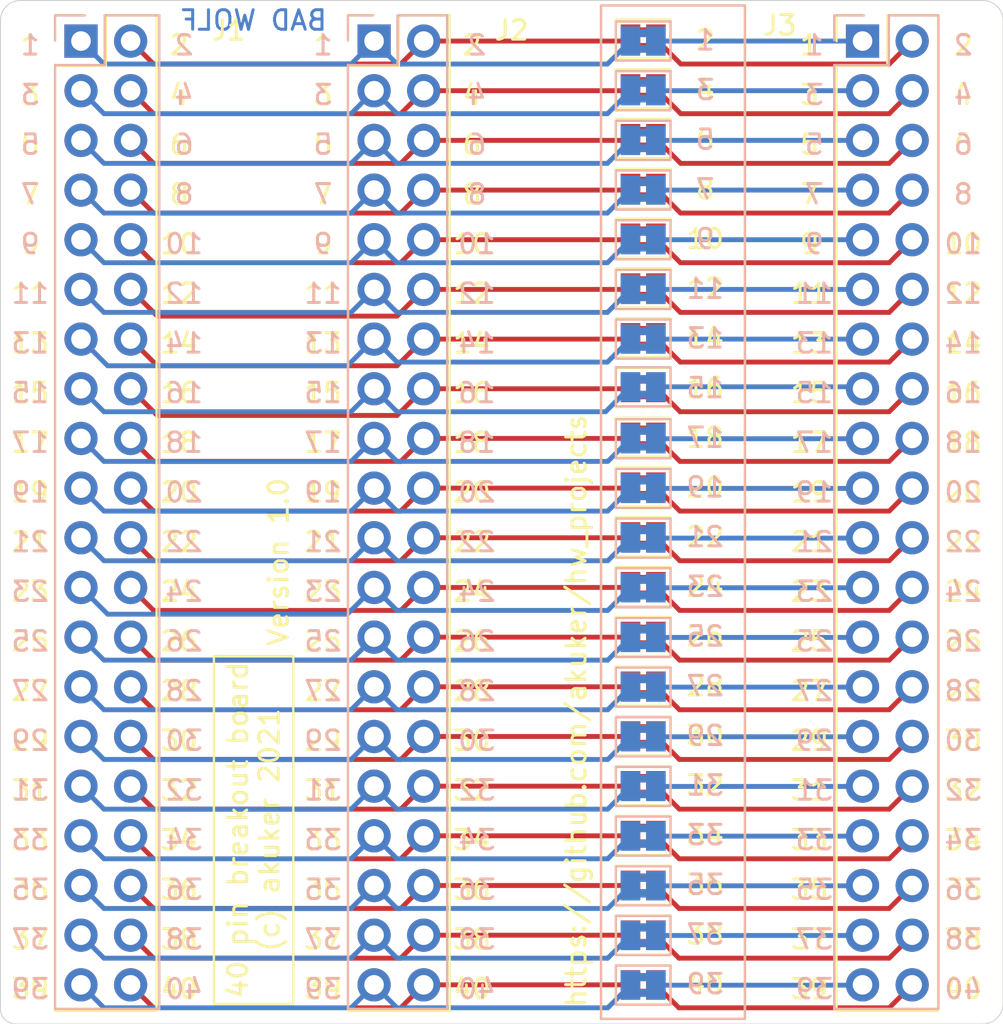
<source format=kicad_pcb>
(kicad_pcb (version 20171130) (host pcbnew "(5.1.9-16-g1737927814)-1")

  (general
    (thickness 1.6)
    (drawings 329)
    (tracks 313)
    (zones 0)
    (modules 43)
    (nets 81)
  )

  (page A4)
  (layers
    (0 F.Cu signal hide)
    (31 B.Cu signal hide)
    (32 B.Adhes user hide)
    (33 F.Adhes user hide)
    (34 B.Paste user)
    (35 F.Paste user)
    (36 B.SilkS user)
    (37 F.SilkS user)
    (38 B.Mask user)
    (39 F.Mask user)
    (40 Dwgs.User user)
    (41 Cmts.User user)
    (42 Eco1.User user)
    (43 Eco2.User user)
    (44 Edge.Cuts user)
    (45 Margin user)
    (46 B.CrtYd user hide)
    (47 F.CrtYd user hide)
    (48 B.Fab user hide)
    (49 F.Fab user hide)
  )

  (setup
    (last_trace_width 0.25)
    (trace_clearance 0.2)
    (zone_clearance 0.508)
    (zone_45_only no)
    (trace_min 0.2)
    (via_size 0.8)
    (via_drill 0.4)
    (via_min_size 0.4)
    (via_min_drill 0.3)
    (uvia_size 0.3)
    (uvia_drill 0.1)
    (uvias_allowed no)
    (uvia_min_size 0.2)
    (uvia_min_drill 0.1)
    (edge_width 0.05)
    (segment_width 0.2)
    (pcb_text_width 0.3)
    (pcb_text_size 1.5 1.5)
    (mod_edge_width 0.12)
    (mod_text_size 1 1)
    (mod_text_width 0.15)
    (pad_size 1.524 1.524)
    (pad_drill 0.762)
    (pad_to_mask_clearance 0)
    (aux_axis_origin 0 0)
    (visible_elements 7FFFFFFF)
    (pcbplotparams
      (layerselection 0x010fc_ffffffff)
      (usegerberextensions false)
      (usegerberattributes true)
      (usegerberadvancedattributes true)
      (creategerberjobfile true)
      (excludeedgelayer true)
      (linewidth 0.100000)
      (plotframeref false)
      (viasonmask false)
      (mode 1)
      (useauxorigin false)
      (hpglpennumber 1)
      (hpglpenspeed 20)
      (hpglpendiameter 15.000000)
      (psnegative false)
      (psa4output false)
      (plotreference true)
      (plotvalue true)
      (plotinvisibletext false)
      (padsonsilk false)
      (subtractmaskfromsilk false)
      (outputformat 1)
      (mirror false)
      (drillshape 0)
      (scaleselection 1)
      (outputdirectory "gerbers"))
  )

  (net 0 "")
  (net 1 PIN_40)
  (net 2 PIN_39)
  (net 3 PIN_38)
  (net 4 PIN_37)
  (net 5 PIN_36)
  (net 6 PIN_35)
  (net 7 PIN_34)
  (net 8 PIN_33)
  (net 9 PIN_32)
  (net 10 PIN_31)
  (net 11 PIN_30)
  (net 12 PIN_29)
  (net 13 PIN_28)
  (net 14 PIN_27)
  (net 15 PIN_26)
  (net 16 PIN_25)
  (net 17 PIN_24)
  (net 18 PIN_23)
  (net 19 PIN_22)
  (net 20 PIN_21)
  (net 21 PIN_20)
  (net 22 PIN_19)
  (net 23 PIN_18)
  (net 24 PIN_17)
  (net 25 PIN_16)
  (net 26 PIN_15)
  (net 27 PIN_14)
  (net 28 PIN_13)
  (net 29 PIN_12)
  (net 30 PIN_11)
  (net 31 PIN_10)
  (net 32 PIN_09)
  (net 33 PIN_08)
  (net 34 PIN_07)
  (net 35 PIN_06)
  (net 36 PIN_05)
  (net 37 PIN_04)
  (net 38 PIN_03)
  (net 39 PIN_02)
  (net 40 PIN_01)
  (net 41 PIN_40_B)
  (net 42 PIN_39_B)
  (net 43 PIN_38_B)
  (net 44 PIN_37_B)
  (net 45 PIN_36_B)
  (net 46 PIN_35_B)
  (net 47 PIN_34_B)
  (net 48 PIN_33_B)
  (net 49 PIN_32_B)
  (net 50 PIN_31_B)
  (net 51 PIN_30_B)
  (net 52 PIN_29_B)
  (net 53 PIN_28_B)
  (net 54 PIN_27_B)
  (net 55 PIN_26_B)
  (net 56 PIN_25_B)
  (net 57 PIN_24_B)
  (net 58 PIN_23_B)
  (net 59 PIN_22_B)
  (net 60 PIN_21_B)
  (net 61 PIN_20_B)
  (net 62 PIN_19_B)
  (net 63 PIN_18_B)
  (net 64 PIN_17_B)
  (net 65 PIN_16_B)
  (net 66 PIN_15_B)
  (net 67 PIN_14_B)
  (net 68 PIN_13_B)
  (net 69 PIN_12_B)
  (net 70 PIN_11_B)
  (net 71 PIN_10_B)
  (net 72 PIN_09_B)
  (net 73 PIN_08_B)
  (net 74 PIN_07_B)
  (net 75 PIN_06_B)
  (net 76 PIN_05_B)
  (net 77 PIN_04_B)
  (net 78 PIN_03_B)
  (net 79 PIN_02_B)
  (net 80 PIN_01_B)

  (net_class Default "This is the default net class."
    (clearance 0.2)
    (trace_width 0.25)
    (via_dia 0.8)
    (via_drill 0.4)
    (uvia_dia 0.3)
    (uvia_drill 0.1)
    (add_net PIN_01)
    (add_net PIN_01_B)
    (add_net PIN_02)
    (add_net PIN_02_B)
    (add_net PIN_03)
    (add_net PIN_03_B)
    (add_net PIN_04)
    (add_net PIN_04_B)
    (add_net PIN_05)
    (add_net PIN_05_B)
    (add_net PIN_06)
    (add_net PIN_06_B)
    (add_net PIN_07)
    (add_net PIN_07_B)
    (add_net PIN_08)
    (add_net PIN_08_B)
    (add_net PIN_09)
    (add_net PIN_09_B)
    (add_net PIN_10)
    (add_net PIN_10_B)
    (add_net PIN_11)
    (add_net PIN_11_B)
    (add_net PIN_12)
    (add_net PIN_12_B)
    (add_net PIN_13)
    (add_net PIN_13_B)
    (add_net PIN_14)
    (add_net PIN_14_B)
    (add_net PIN_15)
    (add_net PIN_15_B)
    (add_net PIN_16)
    (add_net PIN_16_B)
    (add_net PIN_17)
    (add_net PIN_17_B)
    (add_net PIN_18)
    (add_net PIN_18_B)
    (add_net PIN_19)
    (add_net PIN_19_B)
    (add_net PIN_20)
    (add_net PIN_20_B)
    (add_net PIN_21)
    (add_net PIN_21_B)
    (add_net PIN_22)
    (add_net PIN_22_B)
    (add_net PIN_23)
    (add_net PIN_23_B)
    (add_net PIN_24)
    (add_net PIN_24_B)
    (add_net PIN_25)
    (add_net PIN_25_B)
    (add_net PIN_26)
    (add_net PIN_26_B)
    (add_net PIN_27)
    (add_net PIN_27_B)
    (add_net PIN_28)
    (add_net PIN_28_B)
    (add_net PIN_29)
    (add_net PIN_29_B)
    (add_net PIN_30)
    (add_net PIN_30_B)
    (add_net PIN_31)
    (add_net PIN_31_B)
    (add_net PIN_32)
    (add_net PIN_32_B)
    (add_net PIN_33)
    (add_net PIN_33_B)
    (add_net PIN_34)
    (add_net PIN_34_B)
    (add_net PIN_35)
    (add_net PIN_35_B)
    (add_net PIN_36)
    (add_net PIN_36_B)
    (add_net PIN_37)
    (add_net PIN_37_B)
    (add_net PIN_38)
    (add_net PIN_38_B)
    (add_net PIN_39)
    (add_net PIN_39_B)
    (add_net PIN_40)
    (add_net PIN_40_B)
  )

  (module Jumper:SolderJumper-2_P1.3mm_Bridged2Bar_Pad1.0x1.5mm (layer B.Cu) (tedit 5C756A82) (tstamp 60A1A19B)
    (at 88.77 45)
    (descr "SMD Solder Jumper, 1x1.5mm Pads, 0.3mm gap, bridged with 2 copper strips")
    (tags "solder jumper open")
    (path /60A371E9)
    (attr virtual)
    (fp_text reference JP40 (at 0 1.8) (layer B.SilkS) hide
      (effects (font (size 1 1) (thickness 0.15)) (justify mirror))
    )
    (fp_text value SolderJumper_2_Bridged (at 0 -1.9) (layer B.Fab)
      (effects (font (size 1 1) (thickness 0.15)) (justify mirror))
    )
    (fp_poly (pts (xy -0.25 0.6) (xy 0.25 0.6) (xy 0.25 0.2) (xy -0.25 0.2)) (layer B.Cu) (width 0))
    (fp_poly (pts (xy -0.25 -0.2) (xy 0.25 -0.2) (xy 0.25 -0.6) (xy -0.25 -0.6)) (layer B.Cu) (width 0))
    (fp_line (start 1.65 -1.25) (end -1.65 -1.25) (layer B.CrtYd) (width 0.05))
    (fp_line (start 1.65 -1.25) (end 1.65 1.25) (layer B.CrtYd) (width 0.05))
    (fp_line (start -1.65 1.25) (end -1.65 -1.25) (layer B.CrtYd) (width 0.05))
    (fp_line (start -1.65 1.25) (end 1.65 1.25) (layer B.CrtYd) (width 0.05))
    (fp_line (start -1.4 1) (end 1.4 1) (layer B.SilkS) (width 0.12))
    (fp_line (start 1.4 1) (end 1.4 -1) (layer B.SilkS) (width 0.12))
    (fp_line (start 1.4 -1) (end -1.4 -1) (layer B.SilkS) (width 0.12))
    (fp_line (start -1.4 -1) (end -1.4 1) (layer B.SilkS) (width 0.12))
    (pad 2 smd rect (at 0.65 0) (size 1 1.5) (layers B.Cu B.Mask)
      (net 80 PIN_01_B))
    (pad 1 smd rect (at -0.65 0) (size 1 1.5) (layers B.Cu B.Mask)
      (net 40 PIN_01))
  )

  (module Jumper:SolderJumper-2_P1.3mm_Bridged2Bar_Pad1.0x1.5mm (layer F.Cu) (tedit 5C756A82) (tstamp 60A1A18B)
    (at 88.775 44.9)
    (descr "SMD Solder Jumper, 1x1.5mm Pads, 0.3mm gap, bridged with 2 copper strips")
    (tags "solder jumper open")
    (path /60A36EC3)
    (attr virtual)
    (fp_text reference JP39 (at 0 -1.8) (layer F.SilkS) hide
      (effects (font (size 1 1) (thickness 0.15)))
    )
    (fp_text value SolderJumper_2_Bridged (at 0 1.9) (layer F.Fab)
      (effects (font (size 1 1) (thickness 0.15)))
    )
    (fp_poly (pts (xy -0.25 -0.6) (xy 0.25 -0.6) (xy 0.25 -0.2) (xy -0.25 -0.2)) (layer F.Cu) (width 0))
    (fp_poly (pts (xy -0.25 0.2) (xy 0.25 0.2) (xy 0.25 0.6) (xy -0.25 0.6)) (layer F.Cu) (width 0))
    (fp_line (start 1.65 1.25) (end -1.65 1.25) (layer F.CrtYd) (width 0.05))
    (fp_line (start 1.65 1.25) (end 1.65 -1.25) (layer F.CrtYd) (width 0.05))
    (fp_line (start -1.65 -1.25) (end -1.65 1.25) (layer F.CrtYd) (width 0.05))
    (fp_line (start -1.65 -1.25) (end 1.65 -1.25) (layer F.CrtYd) (width 0.05))
    (fp_line (start -1.4 -1) (end 1.4 -1) (layer F.SilkS) (width 0.12))
    (fp_line (start 1.4 -1) (end 1.4 1) (layer F.SilkS) (width 0.12))
    (fp_line (start 1.4 1) (end -1.4 1) (layer F.SilkS) (width 0.12))
    (fp_line (start -1.4 1) (end -1.4 -1) (layer F.SilkS) (width 0.12))
    (pad 2 smd rect (at 0.65 0) (size 1 1.5) (layers F.Cu F.Mask)
      (net 79 PIN_02_B))
    (pad 1 smd rect (at -0.65 0) (size 1 1.5) (layers F.Cu F.Mask)
      (net 39 PIN_02))
  )

  (module Jumper:SolderJumper-2_P1.3mm_Bridged2Bar_Pad1.0x1.5mm (layer B.Cu) (tedit 5C756A82) (tstamp 60A1A17B)
    (at 88.77 47.54)
    (descr "SMD Solder Jumper, 1x1.5mm Pads, 0.3mm gap, bridged with 2 copper strips")
    (tags "solder jumper open")
    (path /60A36D0B)
    (attr virtual)
    (fp_text reference JP38 (at 0 1.8) (layer B.SilkS) hide
      (effects (font (size 1 1) (thickness 0.15)) (justify mirror))
    )
    (fp_text value SolderJumper_2_Bridged (at 0 -1.9) (layer B.Fab)
      (effects (font (size 1 1) (thickness 0.15)) (justify mirror))
    )
    (fp_poly (pts (xy -0.25 0.6) (xy 0.25 0.6) (xy 0.25 0.2) (xy -0.25 0.2)) (layer B.Cu) (width 0))
    (fp_poly (pts (xy -0.25 -0.2) (xy 0.25 -0.2) (xy 0.25 -0.6) (xy -0.25 -0.6)) (layer B.Cu) (width 0))
    (fp_line (start 1.65 -1.25) (end -1.65 -1.25) (layer B.CrtYd) (width 0.05))
    (fp_line (start 1.65 -1.25) (end 1.65 1.25) (layer B.CrtYd) (width 0.05))
    (fp_line (start -1.65 1.25) (end -1.65 -1.25) (layer B.CrtYd) (width 0.05))
    (fp_line (start -1.65 1.25) (end 1.65 1.25) (layer B.CrtYd) (width 0.05))
    (fp_line (start -1.4 1) (end 1.4 1) (layer B.SilkS) (width 0.12))
    (fp_line (start 1.4 1) (end 1.4 -1) (layer B.SilkS) (width 0.12))
    (fp_line (start 1.4 -1) (end -1.4 -1) (layer B.SilkS) (width 0.12))
    (fp_line (start -1.4 -1) (end -1.4 1) (layer B.SilkS) (width 0.12))
    (pad 2 smd rect (at 0.65 0) (size 1 1.5) (layers B.Cu B.Mask)
      (net 78 PIN_03_B))
    (pad 1 smd rect (at -0.65 0) (size 1 1.5) (layers B.Cu B.Mask)
      (net 38 PIN_03))
  )

  (module Jumper:SolderJumper-2_P1.3mm_Bridged2Bar_Pad1.0x1.5mm (layer F.Cu) (tedit 5C756A82) (tstamp 60A1A16B)
    (at 88.775 47.445263)
    (descr "SMD Solder Jumper, 1x1.5mm Pads, 0.3mm gap, bridged with 2 copper strips")
    (tags "solder jumper open")
    (path /60A36831)
    (attr virtual)
    (fp_text reference JP37 (at 0 -1.8) (layer F.SilkS) hide
      (effects (font (size 1 1) (thickness 0.15)))
    )
    (fp_text value SolderJumper_2_Bridged (at 0 1.9) (layer F.Fab)
      (effects (font (size 1 1) (thickness 0.15)))
    )
    (fp_poly (pts (xy -0.25 -0.6) (xy 0.25 -0.6) (xy 0.25 -0.2) (xy -0.25 -0.2)) (layer F.Cu) (width 0))
    (fp_poly (pts (xy -0.25 0.2) (xy 0.25 0.2) (xy 0.25 0.6) (xy -0.25 0.6)) (layer F.Cu) (width 0))
    (fp_line (start 1.65 1.25) (end -1.65 1.25) (layer F.CrtYd) (width 0.05))
    (fp_line (start 1.65 1.25) (end 1.65 -1.25) (layer F.CrtYd) (width 0.05))
    (fp_line (start -1.65 -1.25) (end -1.65 1.25) (layer F.CrtYd) (width 0.05))
    (fp_line (start -1.65 -1.25) (end 1.65 -1.25) (layer F.CrtYd) (width 0.05))
    (fp_line (start -1.4 -1) (end 1.4 -1) (layer F.SilkS) (width 0.12))
    (fp_line (start 1.4 -1) (end 1.4 1) (layer F.SilkS) (width 0.12))
    (fp_line (start 1.4 1) (end -1.4 1) (layer F.SilkS) (width 0.12))
    (fp_line (start -1.4 1) (end -1.4 -1) (layer F.SilkS) (width 0.12))
    (pad 2 smd rect (at 0.65 0) (size 1 1.5) (layers F.Cu F.Mask)
      (net 77 PIN_04_B))
    (pad 1 smd rect (at -0.65 0) (size 1 1.5) (layers F.Cu F.Mask)
      (net 37 PIN_04))
  )

  (module Jumper:SolderJumper-2_P1.3mm_Bridged2Bar_Pad1.0x1.5mm (layer B.Cu) (tedit 5C756A82) (tstamp 60A1A15B)
    (at 88.77 50.08)
    (descr "SMD Solder Jumper, 1x1.5mm Pads, 0.3mm gap, bridged with 2 copper strips")
    (tags "solder jumper open")
    (path /60A365BB)
    (attr virtual)
    (fp_text reference JP36 (at 0 1.8) (layer B.SilkS) hide
      (effects (font (size 1 1) (thickness 0.15)) (justify mirror))
    )
    (fp_text value SolderJumper_2_Bridged (at 0 -1.9) (layer B.Fab)
      (effects (font (size 1 1) (thickness 0.15)) (justify mirror))
    )
    (fp_poly (pts (xy -0.25 0.6) (xy 0.25 0.6) (xy 0.25 0.2) (xy -0.25 0.2)) (layer B.Cu) (width 0))
    (fp_poly (pts (xy -0.25 -0.2) (xy 0.25 -0.2) (xy 0.25 -0.6) (xy -0.25 -0.6)) (layer B.Cu) (width 0))
    (fp_line (start 1.65 -1.25) (end -1.65 -1.25) (layer B.CrtYd) (width 0.05))
    (fp_line (start 1.65 -1.25) (end 1.65 1.25) (layer B.CrtYd) (width 0.05))
    (fp_line (start -1.65 1.25) (end -1.65 -1.25) (layer B.CrtYd) (width 0.05))
    (fp_line (start -1.65 1.25) (end 1.65 1.25) (layer B.CrtYd) (width 0.05))
    (fp_line (start -1.4 1) (end 1.4 1) (layer B.SilkS) (width 0.12))
    (fp_line (start 1.4 1) (end 1.4 -1) (layer B.SilkS) (width 0.12))
    (fp_line (start 1.4 -1) (end -1.4 -1) (layer B.SilkS) (width 0.12))
    (fp_line (start -1.4 -1) (end -1.4 1) (layer B.SilkS) (width 0.12))
    (pad 2 smd rect (at 0.65 0) (size 1 1.5) (layers B.Cu B.Mask)
      (net 76 PIN_05_B))
    (pad 1 smd rect (at -0.65 0) (size 1 1.5) (layers B.Cu B.Mask)
      (net 36 PIN_05))
  )

  (module Jumper:SolderJumper-2_P1.3mm_Bridged2Bar_Pad1.0x1.5mm (layer F.Cu) (tedit 5C756A82) (tstamp 60A1A14B)
    (at 88.775 49.990526)
    (descr "SMD Solder Jumper, 1x1.5mm Pads, 0.3mm gap, bridged with 2 copper strips")
    (tags "solder jumper open")
    (path /60A363F4)
    (attr virtual)
    (fp_text reference JP35 (at 0 -1.8) (layer F.SilkS) hide
      (effects (font (size 1 1) (thickness 0.15)))
    )
    (fp_text value SolderJumper_2_Bridged (at 0 1.9) (layer F.Fab)
      (effects (font (size 1 1) (thickness 0.15)))
    )
    (fp_poly (pts (xy -0.25 -0.6) (xy 0.25 -0.6) (xy 0.25 -0.2) (xy -0.25 -0.2)) (layer F.Cu) (width 0))
    (fp_poly (pts (xy -0.25 0.2) (xy 0.25 0.2) (xy 0.25 0.6) (xy -0.25 0.6)) (layer F.Cu) (width 0))
    (fp_line (start 1.65 1.25) (end -1.65 1.25) (layer F.CrtYd) (width 0.05))
    (fp_line (start 1.65 1.25) (end 1.65 -1.25) (layer F.CrtYd) (width 0.05))
    (fp_line (start -1.65 -1.25) (end -1.65 1.25) (layer F.CrtYd) (width 0.05))
    (fp_line (start -1.65 -1.25) (end 1.65 -1.25) (layer F.CrtYd) (width 0.05))
    (fp_line (start -1.4 -1) (end 1.4 -1) (layer F.SilkS) (width 0.12))
    (fp_line (start 1.4 -1) (end 1.4 1) (layer F.SilkS) (width 0.12))
    (fp_line (start 1.4 1) (end -1.4 1) (layer F.SilkS) (width 0.12))
    (fp_line (start -1.4 1) (end -1.4 -1) (layer F.SilkS) (width 0.12))
    (pad 2 smd rect (at 0.65 0) (size 1 1.5) (layers F.Cu F.Mask)
      (net 75 PIN_06_B))
    (pad 1 smd rect (at -0.65 0) (size 1 1.5) (layers F.Cu F.Mask)
      (net 35 PIN_06))
  )

  (module Jumper:SolderJumper-2_P1.3mm_Bridged2Bar_Pad1.0x1.5mm (layer B.Cu) (tedit 5C756A82) (tstamp 60A1A13B)
    (at 88.77 52.62)
    (descr "SMD Solder Jumper, 1x1.5mm Pads, 0.3mm gap, bridged with 2 copper strips")
    (tags "solder jumper open")
    (path /60A361D6)
    (attr virtual)
    (fp_text reference JP34 (at 0 1.8) (layer B.SilkS) hide
      (effects (font (size 1 1) (thickness 0.15)) (justify mirror))
    )
    (fp_text value SolderJumper_2_Bridged (at 0 -1.9) (layer B.Fab)
      (effects (font (size 1 1) (thickness 0.15)) (justify mirror))
    )
    (fp_poly (pts (xy -0.25 0.6) (xy 0.25 0.6) (xy 0.25 0.2) (xy -0.25 0.2)) (layer B.Cu) (width 0))
    (fp_poly (pts (xy -0.25 -0.2) (xy 0.25 -0.2) (xy 0.25 -0.6) (xy -0.25 -0.6)) (layer B.Cu) (width 0))
    (fp_line (start 1.65 -1.25) (end -1.65 -1.25) (layer B.CrtYd) (width 0.05))
    (fp_line (start 1.65 -1.25) (end 1.65 1.25) (layer B.CrtYd) (width 0.05))
    (fp_line (start -1.65 1.25) (end -1.65 -1.25) (layer B.CrtYd) (width 0.05))
    (fp_line (start -1.65 1.25) (end 1.65 1.25) (layer B.CrtYd) (width 0.05))
    (fp_line (start -1.4 1) (end 1.4 1) (layer B.SilkS) (width 0.12))
    (fp_line (start 1.4 1) (end 1.4 -1) (layer B.SilkS) (width 0.12))
    (fp_line (start 1.4 -1) (end -1.4 -1) (layer B.SilkS) (width 0.12))
    (fp_line (start -1.4 -1) (end -1.4 1) (layer B.SilkS) (width 0.12))
    (pad 2 smd rect (at 0.65 0) (size 1 1.5) (layers B.Cu B.Mask)
      (net 74 PIN_07_B))
    (pad 1 smd rect (at -0.65 0) (size 1 1.5) (layers B.Cu B.Mask)
      (net 34 PIN_07))
  )

  (module Jumper:SolderJumper-2_P1.3mm_Bridged2Bar_Pad1.0x1.5mm (layer F.Cu) (tedit 5C756A82) (tstamp 60A1A12B)
    (at 88.775 52.535789)
    (descr "SMD Solder Jumper, 1x1.5mm Pads, 0.3mm gap, bridged with 2 copper strips")
    (tags "solder jumper open")
    (path /60A36014)
    (attr virtual)
    (fp_text reference JP33 (at 0 -1.8) (layer F.SilkS) hide
      (effects (font (size 1 1) (thickness 0.15)))
    )
    (fp_text value SolderJumper_2_Bridged (at 0 1.9) (layer F.Fab)
      (effects (font (size 1 1) (thickness 0.15)))
    )
    (fp_poly (pts (xy -0.25 -0.6) (xy 0.25 -0.6) (xy 0.25 -0.2) (xy -0.25 -0.2)) (layer F.Cu) (width 0))
    (fp_poly (pts (xy -0.25 0.2) (xy 0.25 0.2) (xy 0.25 0.6) (xy -0.25 0.6)) (layer F.Cu) (width 0))
    (fp_line (start 1.65 1.25) (end -1.65 1.25) (layer F.CrtYd) (width 0.05))
    (fp_line (start 1.65 1.25) (end 1.65 -1.25) (layer F.CrtYd) (width 0.05))
    (fp_line (start -1.65 -1.25) (end -1.65 1.25) (layer F.CrtYd) (width 0.05))
    (fp_line (start -1.65 -1.25) (end 1.65 -1.25) (layer F.CrtYd) (width 0.05))
    (fp_line (start -1.4 -1) (end 1.4 -1) (layer F.SilkS) (width 0.12))
    (fp_line (start 1.4 -1) (end 1.4 1) (layer F.SilkS) (width 0.12))
    (fp_line (start 1.4 1) (end -1.4 1) (layer F.SilkS) (width 0.12))
    (fp_line (start -1.4 1) (end -1.4 -1) (layer F.SilkS) (width 0.12))
    (pad 2 smd rect (at 0.65 0) (size 1 1.5) (layers F.Cu F.Mask)
      (net 73 PIN_08_B))
    (pad 1 smd rect (at -0.65 0) (size 1 1.5) (layers F.Cu F.Mask)
      (net 33 PIN_08))
  )

  (module Jumper:SolderJumper-2_P1.3mm_Bridged2Bar_Pad1.0x1.5mm (layer B.Cu) (tedit 5C756A82) (tstamp 60A1A11B)
    (at 88.77 55.16)
    (descr "SMD Solder Jumper, 1x1.5mm Pads, 0.3mm gap, bridged with 2 copper strips")
    (tags "solder jumper open")
    (path /60A35D89)
    (attr virtual)
    (fp_text reference JP32 (at 0 1.8) (layer B.SilkS) hide
      (effects (font (size 1 1) (thickness 0.15)) (justify mirror))
    )
    (fp_text value SolderJumper_2_Bridged (at 0 -1.9) (layer B.Fab)
      (effects (font (size 1 1) (thickness 0.15)) (justify mirror))
    )
    (fp_poly (pts (xy -0.25 0.6) (xy 0.25 0.6) (xy 0.25 0.2) (xy -0.25 0.2)) (layer B.Cu) (width 0))
    (fp_poly (pts (xy -0.25 -0.2) (xy 0.25 -0.2) (xy 0.25 -0.6) (xy -0.25 -0.6)) (layer B.Cu) (width 0))
    (fp_line (start 1.65 -1.25) (end -1.65 -1.25) (layer B.CrtYd) (width 0.05))
    (fp_line (start 1.65 -1.25) (end 1.65 1.25) (layer B.CrtYd) (width 0.05))
    (fp_line (start -1.65 1.25) (end -1.65 -1.25) (layer B.CrtYd) (width 0.05))
    (fp_line (start -1.65 1.25) (end 1.65 1.25) (layer B.CrtYd) (width 0.05))
    (fp_line (start -1.4 1) (end 1.4 1) (layer B.SilkS) (width 0.12))
    (fp_line (start 1.4 1) (end 1.4 -1) (layer B.SilkS) (width 0.12))
    (fp_line (start 1.4 -1) (end -1.4 -1) (layer B.SilkS) (width 0.12))
    (fp_line (start -1.4 -1) (end -1.4 1) (layer B.SilkS) (width 0.12))
    (pad 2 smd rect (at 0.65 0) (size 1 1.5) (layers B.Cu B.Mask)
      (net 72 PIN_09_B))
    (pad 1 smd rect (at -0.65 0) (size 1 1.5) (layers B.Cu B.Mask)
      (net 32 PIN_09))
  )

  (module Jumper:SolderJumper-2_P1.3mm_Bridged2Bar_Pad1.0x1.5mm (layer F.Cu) (tedit 5C756A82) (tstamp 60A1A10B)
    (at 88.775 55.081052)
    (descr "SMD Solder Jumper, 1x1.5mm Pads, 0.3mm gap, bridged with 2 copper strips")
    (tags "solder jumper open")
    (path /60A348B6)
    (attr virtual)
    (fp_text reference JP31 (at 0 -1.8) (layer F.SilkS) hide
      (effects (font (size 1 1) (thickness 0.15)))
    )
    (fp_text value SolderJumper_2_Bridged (at 0 1.9) (layer F.Fab)
      (effects (font (size 1 1) (thickness 0.15)))
    )
    (fp_poly (pts (xy -0.25 -0.6) (xy 0.25 -0.6) (xy 0.25 -0.2) (xy -0.25 -0.2)) (layer F.Cu) (width 0))
    (fp_poly (pts (xy -0.25 0.2) (xy 0.25 0.2) (xy 0.25 0.6) (xy -0.25 0.6)) (layer F.Cu) (width 0))
    (fp_line (start 1.65 1.25) (end -1.65 1.25) (layer F.CrtYd) (width 0.05))
    (fp_line (start 1.65 1.25) (end 1.65 -1.25) (layer F.CrtYd) (width 0.05))
    (fp_line (start -1.65 -1.25) (end -1.65 1.25) (layer F.CrtYd) (width 0.05))
    (fp_line (start -1.65 -1.25) (end 1.65 -1.25) (layer F.CrtYd) (width 0.05))
    (fp_line (start -1.4 -1) (end 1.4 -1) (layer F.SilkS) (width 0.12))
    (fp_line (start 1.4 -1) (end 1.4 1) (layer F.SilkS) (width 0.12))
    (fp_line (start 1.4 1) (end -1.4 1) (layer F.SilkS) (width 0.12))
    (fp_line (start -1.4 1) (end -1.4 -1) (layer F.SilkS) (width 0.12))
    (pad 2 smd rect (at 0.65 0) (size 1 1.5) (layers F.Cu F.Mask)
      (net 71 PIN_10_B))
    (pad 1 smd rect (at -0.65 0) (size 1 1.5) (layers F.Cu F.Mask)
      (net 31 PIN_10))
  )

  (module Jumper:SolderJumper-2_P1.3mm_Bridged2Bar_Pad1.0x1.5mm (layer B.Cu) (tedit 5C756A82) (tstamp 60A1A0FB)
    (at 88.77 57.7)
    (descr "SMD Solder Jumper, 1x1.5mm Pads, 0.3mm gap, bridged with 2 copper strips")
    (tags "solder jumper open")
    (path /60A347C2)
    (attr virtual)
    (fp_text reference JP30 (at 0 1.8) (layer B.SilkS) hide
      (effects (font (size 1 1) (thickness 0.15)) (justify mirror))
    )
    (fp_text value SolderJumper_2_Bridged (at 0 -1.9) (layer B.Fab)
      (effects (font (size 1 1) (thickness 0.15)) (justify mirror))
    )
    (fp_poly (pts (xy -0.25 0.6) (xy 0.25 0.6) (xy 0.25 0.2) (xy -0.25 0.2)) (layer B.Cu) (width 0))
    (fp_poly (pts (xy -0.25 -0.2) (xy 0.25 -0.2) (xy 0.25 -0.6) (xy -0.25 -0.6)) (layer B.Cu) (width 0))
    (fp_line (start 1.65 -1.25) (end -1.65 -1.25) (layer B.CrtYd) (width 0.05))
    (fp_line (start 1.65 -1.25) (end 1.65 1.25) (layer B.CrtYd) (width 0.05))
    (fp_line (start -1.65 1.25) (end -1.65 -1.25) (layer B.CrtYd) (width 0.05))
    (fp_line (start -1.65 1.25) (end 1.65 1.25) (layer B.CrtYd) (width 0.05))
    (fp_line (start -1.4 1) (end 1.4 1) (layer B.SilkS) (width 0.12))
    (fp_line (start 1.4 1) (end 1.4 -1) (layer B.SilkS) (width 0.12))
    (fp_line (start 1.4 -1) (end -1.4 -1) (layer B.SilkS) (width 0.12))
    (fp_line (start -1.4 -1) (end -1.4 1) (layer B.SilkS) (width 0.12))
    (pad 2 smd rect (at 0.65 0) (size 1 1.5) (layers B.Cu B.Mask)
      (net 70 PIN_11_B))
    (pad 1 smd rect (at -0.65 0) (size 1 1.5) (layers B.Cu B.Mask)
      (net 30 PIN_11))
  )

  (module Jumper:SolderJumper-2_P1.3mm_Bridged2Bar_Pad1.0x1.5mm (layer F.Cu) (tedit 5C756A82) (tstamp 60A1A0EB)
    (at 88.775 57.626315)
    (descr "SMD Solder Jumper, 1x1.5mm Pads, 0.3mm gap, bridged with 2 copper strips")
    (tags "solder jumper open")
    (path /60A345E7)
    (attr virtual)
    (fp_text reference JP29 (at 0 -1.8) (layer F.SilkS) hide
      (effects (font (size 1 1) (thickness 0.15)))
    )
    (fp_text value SolderJumper_2_Bridged (at 0 1.9) (layer F.Fab)
      (effects (font (size 1 1) (thickness 0.15)))
    )
    (fp_poly (pts (xy -0.25 -0.6) (xy 0.25 -0.6) (xy 0.25 -0.2) (xy -0.25 -0.2)) (layer F.Cu) (width 0))
    (fp_poly (pts (xy -0.25 0.2) (xy 0.25 0.2) (xy 0.25 0.6) (xy -0.25 0.6)) (layer F.Cu) (width 0))
    (fp_line (start 1.65 1.25) (end -1.65 1.25) (layer F.CrtYd) (width 0.05))
    (fp_line (start 1.65 1.25) (end 1.65 -1.25) (layer F.CrtYd) (width 0.05))
    (fp_line (start -1.65 -1.25) (end -1.65 1.25) (layer F.CrtYd) (width 0.05))
    (fp_line (start -1.65 -1.25) (end 1.65 -1.25) (layer F.CrtYd) (width 0.05))
    (fp_line (start -1.4 -1) (end 1.4 -1) (layer F.SilkS) (width 0.12))
    (fp_line (start 1.4 -1) (end 1.4 1) (layer F.SilkS) (width 0.12))
    (fp_line (start 1.4 1) (end -1.4 1) (layer F.SilkS) (width 0.12))
    (fp_line (start -1.4 1) (end -1.4 -1) (layer F.SilkS) (width 0.12))
    (pad 2 smd rect (at 0.65 0) (size 1 1.5) (layers F.Cu F.Mask)
      (net 69 PIN_12_B))
    (pad 1 smd rect (at -0.65 0) (size 1 1.5) (layers F.Cu F.Mask)
      (net 29 PIN_12))
  )

  (module Jumper:SolderJumper-2_P1.3mm_Bridged2Bar_Pad1.0x1.5mm (layer B.Cu) (tedit 5C756A82) (tstamp 60A1A0DB)
    (at 88.77 60.24)
    (descr "SMD Solder Jumper, 1x1.5mm Pads, 0.3mm gap, bridged with 2 copper strips")
    (tags "solder jumper open")
    (path /60A34459)
    (attr virtual)
    (fp_text reference JP28 (at 0 1.8) (layer B.SilkS) hide
      (effects (font (size 1 1) (thickness 0.15)) (justify mirror))
    )
    (fp_text value SolderJumper_2_Bridged (at 0 -1.9) (layer B.Fab)
      (effects (font (size 1 1) (thickness 0.15)) (justify mirror))
    )
    (fp_poly (pts (xy -0.25 0.6) (xy 0.25 0.6) (xy 0.25 0.2) (xy -0.25 0.2)) (layer B.Cu) (width 0))
    (fp_poly (pts (xy -0.25 -0.2) (xy 0.25 -0.2) (xy 0.25 -0.6) (xy -0.25 -0.6)) (layer B.Cu) (width 0))
    (fp_line (start 1.65 -1.25) (end -1.65 -1.25) (layer B.CrtYd) (width 0.05))
    (fp_line (start 1.65 -1.25) (end 1.65 1.25) (layer B.CrtYd) (width 0.05))
    (fp_line (start -1.65 1.25) (end -1.65 -1.25) (layer B.CrtYd) (width 0.05))
    (fp_line (start -1.65 1.25) (end 1.65 1.25) (layer B.CrtYd) (width 0.05))
    (fp_line (start -1.4 1) (end 1.4 1) (layer B.SilkS) (width 0.12))
    (fp_line (start 1.4 1) (end 1.4 -1) (layer B.SilkS) (width 0.12))
    (fp_line (start 1.4 -1) (end -1.4 -1) (layer B.SilkS) (width 0.12))
    (fp_line (start -1.4 -1) (end -1.4 1) (layer B.SilkS) (width 0.12))
    (pad 2 smd rect (at 0.65 0) (size 1 1.5) (layers B.Cu B.Mask)
      (net 68 PIN_13_B))
    (pad 1 smd rect (at -0.65 0) (size 1 1.5) (layers B.Cu B.Mask)
      (net 28 PIN_13))
  )

  (module Jumper:SolderJumper-2_P1.3mm_Bridged2Bar_Pad1.0x1.5mm (layer F.Cu) (tedit 5C756A82) (tstamp 60A1A0CB)
    (at 88.775 60.171578)
    (descr "SMD Solder Jumper, 1x1.5mm Pads, 0.3mm gap, bridged with 2 copper strips")
    (tags "solder jumper open")
    (path /60A342D0)
    (attr virtual)
    (fp_text reference JP27 (at 0 -1.8) (layer F.SilkS) hide
      (effects (font (size 1 1) (thickness 0.15)))
    )
    (fp_text value SolderJumper_2_Bridged (at 0 1.9) (layer F.Fab)
      (effects (font (size 1 1) (thickness 0.15)))
    )
    (fp_poly (pts (xy -0.25 -0.6) (xy 0.25 -0.6) (xy 0.25 -0.2) (xy -0.25 -0.2)) (layer F.Cu) (width 0))
    (fp_poly (pts (xy -0.25 0.2) (xy 0.25 0.2) (xy 0.25 0.6) (xy -0.25 0.6)) (layer F.Cu) (width 0))
    (fp_line (start 1.65 1.25) (end -1.65 1.25) (layer F.CrtYd) (width 0.05))
    (fp_line (start 1.65 1.25) (end 1.65 -1.25) (layer F.CrtYd) (width 0.05))
    (fp_line (start -1.65 -1.25) (end -1.65 1.25) (layer F.CrtYd) (width 0.05))
    (fp_line (start -1.65 -1.25) (end 1.65 -1.25) (layer F.CrtYd) (width 0.05))
    (fp_line (start -1.4 -1) (end 1.4 -1) (layer F.SilkS) (width 0.12))
    (fp_line (start 1.4 -1) (end 1.4 1) (layer F.SilkS) (width 0.12))
    (fp_line (start 1.4 1) (end -1.4 1) (layer F.SilkS) (width 0.12))
    (fp_line (start -1.4 1) (end -1.4 -1) (layer F.SilkS) (width 0.12))
    (pad 2 smd rect (at 0.65 0) (size 1 1.5) (layers F.Cu F.Mask)
      (net 67 PIN_14_B))
    (pad 1 smd rect (at -0.65 0) (size 1 1.5) (layers F.Cu F.Mask)
      (net 27 PIN_14))
  )

  (module Jumper:SolderJumper-2_P1.3mm_Bridged2Bar_Pad1.0x1.5mm (layer B.Cu) (tedit 5C756A82) (tstamp 60A1A0BB)
    (at 88.77 62.68)
    (descr "SMD Solder Jumper, 1x1.5mm Pads, 0.3mm gap, bridged with 2 copper strips")
    (tags "solder jumper open")
    (path /60A33EE2)
    (attr virtual)
    (fp_text reference JP26 (at 0 1.8) (layer B.SilkS) hide
      (effects (font (size 1 1) (thickness 0.15)) (justify mirror))
    )
    (fp_text value SolderJumper_2_Bridged (at 0 -1.9) (layer B.Fab)
      (effects (font (size 1 1) (thickness 0.15)) (justify mirror))
    )
    (fp_poly (pts (xy -0.25 0.6) (xy 0.25 0.6) (xy 0.25 0.2) (xy -0.25 0.2)) (layer B.Cu) (width 0))
    (fp_poly (pts (xy -0.25 -0.2) (xy 0.25 -0.2) (xy 0.25 -0.6) (xy -0.25 -0.6)) (layer B.Cu) (width 0))
    (fp_line (start 1.65 -1.25) (end -1.65 -1.25) (layer B.CrtYd) (width 0.05))
    (fp_line (start 1.65 -1.25) (end 1.65 1.25) (layer B.CrtYd) (width 0.05))
    (fp_line (start -1.65 1.25) (end -1.65 -1.25) (layer B.CrtYd) (width 0.05))
    (fp_line (start -1.65 1.25) (end 1.65 1.25) (layer B.CrtYd) (width 0.05))
    (fp_line (start -1.4 1) (end 1.4 1) (layer B.SilkS) (width 0.12))
    (fp_line (start 1.4 1) (end 1.4 -1) (layer B.SilkS) (width 0.12))
    (fp_line (start 1.4 -1) (end -1.4 -1) (layer B.SilkS) (width 0.12))
    (fp_line (start -1.4 -1) (end -1.4 1) (layer B.SilkS) (width 0.12))
    (pad 2 smd rect (at 0.65 0) (size 1 1.5) (layers B.Cu B.Mask)
      (net 66 PIN_15_B))
    (pad 1 smd rect (at -0.65 0) (size 1 1.5) (layers B.Cu B.Mask)
      (net 26 PIN_15))
  )

  (module Jumper:SolderJumper-2_P1.3mm_Bridged2Bar_Pad1.0x1.5mm (layer F.Cu) (tedit 5C756A82) (tstamp 60A1A0AB)
    (at 88.775 62.716841)
    (descr "SMD Solder Jumper, 1x1.5mm Pads, 0.3mm gap, bridged with 2 copper strips")
    (tags "solder jumper open")
    (path /60A33ACA)
    (attr virtual)
    (fp_text reference JP25 (at 0 -1.8) (layer F.SilkS) hide
      (effects (font (size 1 1) (thickness 0.15)))
    )
    (fp_text value SolderJumper_2_Bridged (at 0 1.9) (layer F.Fab)
      (effects (font (size 1 1) (thickness 0.15)))
    )
    (fp_poly (pts (xy -0.25 -0.6) (xy 0.25 -0.6) (xy 0.25 -0.2) (xy -0.25 -0.2)) (layer F.Cu) (width 0))
    (fp_poly (pts (xy -0.25 0.2) (xy 0.25 0.2) (xy 0.25 0.6) (xy -0.25 0.6)) (layer F.Cu) (width 0))
    (fp_line (start 1.65 1.25) (end -1.65 1.25) (layer F.CrtYd) (width 0.05))
    (fp_line (start 1.65 1.25) (end 1.65 -1.25) (layer F.CrtYd) (width 0.05))
    (fp_line (start -1.65 -1.25) (end -1.65 1.25) (layer F.CrtYd) (width 0.05))
    (fp_line (start -1.65 -1.25) (end 1.65 -1.25) (layer F.CrtYd) (width 0.05))
    (fp_line (start -1.4 -1) (end 1.4 -1) (layer F.SilkS) (width 0.12))
    (fp_line (start 1.4 -1) (end 1.4 1) (layer F.SilkS) (width 0.12))
    (fp_line (start 1.4 1) (end -1.4 1) (layer F.SilkS) (width 0.12))
    (fp_line (start -1.4 1) (end -1.4 -1) (layer F.SilkS) (width 0.12))
    (pad 2 smd rect (at 0.65 0) (size 1 1.5) (layers F.Cu F.Mask)
      (net 65 PIN_16_B))
    (pad 1 smd rect (at -0.65 0) (size 1 1.5) (layers F.Cu F.Mask)
      (net 25 PIN_16))
  )

  (module Jumper:SolderJumper-2_P1.3mm_Bridged2Bar_Pad1.0x1.5mm (layer B.Cu) (tedit 5C756A82) (tstamp 60A1A09B)
    (at 88.77 65.336)
    (descr "SMD Solder Jumper, 1x1.5mm Pads, 0.3mm gap, bridged with 2 copper strips")
    (tags "solder jumper open")
    (path /60A33493)
    (attr virtual)
    (fp_text reference JP24 (at 0 1.8) (layer B.SilkS) hide
      (effects (font (size 1 1) (thickness 0.15)) (justify mirror))
    )
    (fp_text value SolderJumper_2_Bridged (at 0 -1.9) (layer B.Fab)
      (effects (font (size 1 1) (thickness 0.15)) (justify mirror))
    )
    (fp_poly (pts (xy -0.25 0.6) (xy 0.25 0.6) (xy 0.25 0.2) (xy -0.25 0.2)) (layer B.Cu) (width 0))
    (fp_poly (pts (xy -0.25 -0.2) (xy 0.25 -0.2) (xy 0.25 -0.6) (xy -0.25 -0.6)) (layer B.Cu) (width 0))
    (fp_line (start 1.65 -1.25) (end -1.65 -1.25) (layer B.CrtYd) (width 0.05))
    (fp_line (start 1.65 -1.25) (end 1.65 1.25) (layer B.CrtYd) (width 0.05))
    (fp_line (start -1.65 1.25) (end -1.65 -1.25) (layer B.CrtYd) (width 0.05))
    (fp_line (start -1.65 1.25) (end 1.65 1.25) (layer B.CrtYd) (width 0.05))
    (fp_line (start -1.4 1) (end 1.4 1) (layer B.SilkS) (width 0.12))
    (fp_line (start 1.4 1) (end 1.4 -1) (layer B.SilkS) (width 0.12))
    (fp_line (start 1.4 -1) (end -1.4 -1) (layer B.SilkS) (width 0.12))
    (fp_line (start -1.4 -1) (end -1.4 1) (layer B.SilkS) (width 0.12))
    (pad 2 smd rect (at 0.65 0) (size 1 1.5) (layers B.Cu B.Mask)
      (net 64 PIN_17_B))
    (pad 1 smd rect (at -0.65 0) (size 1 1.5) (layers B.Cu B.Mask)
      (net 24 PIN_17))
  )

  (module Jumper:SolderJumper-2_P1.3mm_Bridged2Bar_Pad1.0x1.5mm (layer F.Cu) (tedit 5C756A82) (tstamp 60A1A08B)
    (at 88.775 65.262104)
    (descr "SMD Solder Jumper, 1x1.5mm Pads, 0.3mm gap, bridged with 2 copper strips")
    (tags "solder jumper open")
    (path /60A333C3)
    (attr virtual)
    (fp_text reference JP23 (at 0 -1.8) (layer F.SilkS) hide
      (effects (font (size 1 1) (thickness 0.15)))
    )
    (fp_text value SolderJumper_2_Bridged (at 0 1.9) (layer F.Fab)
      (effects (font (size 1 1) (thickness 0.15)))
    )
    (fp_poly (pts (xy -0.25 -0.6) (xy 0.25 -0.6) (xy 0.25 -0.2) (xy -0.25 -0.2)) (layer F.Cu) (width 0))
    (fp_poly (pts (xy -0.25 0.2) (xy 0.25 0.2) (xy 0.25 0.6) (xy -0.25 0.6)) (layer F.Cu) (width 0))
    (fp_line (start 1.65 1.25) (end -1.65 1.25) (layer F.CrtYd) (width 0.05))
    (fp_line (start 1.65 1.25) (end 1.65 -1.25) (layer F.CrtYd) (width 0.05))
    (fp_line (start -1.65 -1.25) (end -1.65 1.25) (layer F.CrtYd) (width 0.05))
    (fp_line (start -1.65 -1.25) (end 1.65 -1.25) (layer F.CrtYd) (width 0.05))
    (fp_line (start -1.4 -1) (end 1.4 -1) (layer F.SilkS) (width 0.12))
    (fp_line (start 1.4 -1) (end 1.4 1) (layer F.SilkS) (width 0.12))
    (fp_line (start 1.4 1) (end -1.4 1) (layer F.SilkS) (width 0.12))
    (fp_line (start -1.4 1) (end -1.4 -1) (layer F.SilkS) (width 0.12))
    (pad 2 smd rect (at 0.65 0) (size 1 1.5) (layers F.Cu F.Mask)
      (net 63 PIN_18_B))
    (pad 1 smd rect (at -0.65 0) (size 1 1.5) (layers F.Cu F.Mask)
      (net 23 PIN_18))
  )

  (module Jumper:SolderJumper-2_P1.3mm_Bridged2Bar_Pad1.0x1.5mm (layer B.Cu) (tedit 5C756A82) (tstamp 60A1A07B)
    (at 88.77 67.876)
    (descr "SMD Solder Jumper, 1x1.5mm Pads, 0.3mm gap, bridged with 2 copper strips")
    (tags "solder jumper open")
    (path /60A33296)
    (attr virtual)
    (fp_text reference JP22 (at 0 1.8) (layer B.SilkS) hide
      (effects (font (size 1 1) (thickness 0.15)) (justify mirror))
    )
    (fp_text value SolderJumper_2_Bridged (at 0 -1.9) (layer B.Fab)
      (effects (font (size 1 1) (thickness 0.15)) (justify mirror))
    )
    (fp_poly (pts (xy -0.25 0.6) (xy 0.25 0.6) (xy 0.25 0.2) (xy -0.25 0.2)) (layer B.Cu) (width 0))
    (fp_poly (pts (xy -0.25 -0.2) (xy 0.25 -0.2) (xy 0.25 -0.6) (xy -0.25 -0.6)) (layer B.Cu) (width 0))
    (fp_line (start 1.65 -1.25) (end -1.65 -1.25) (layer B.CrtYd) (width 0.05))
    (fp_line (start 1.65 -1.25) (end 1.65 1.25) (layer B.CrtYd) (width 0.05))
    (fp_line (start -1.65 1.25) (end -1.65 -1.25) (layer B.CrtYd) (width 0.05))
    (fp_line (start -1.65 1.25) (end 1.65 1.25) (layer B.CrtYd) (width 0.05))
    (fp_line (start -1.4 1) (end 1.4 1) (layer B.SilkS) (width 0.12))
    (fp_line (start 1.4 1) (end 1.4 -1) (layer B.SilkS) (width 0.12))
    (fp_line (start 1.4 -1) (end -1.4 -1) (layer B.SilkS) (width 0.12))
    (fp_line (start -1.4 -1) (end -1.4 1) (layer B.SilkS) (width 0.12))
    (pad 2 smd rect (at 0.65 0) (size 1 1.5) (layers B.Cu B.Mask)
      (net 62 PIN_19_B))
    (pad 1 smd rect (at -0.65 0) (size 1 1.5) (layers B.Cu B.Mask)
      (net 22 PIN_19))
  )

  (module Jumper:SolderJumper-2_P1.3mm_Bridged2Bar_Pad1.0x1.5mm (layer F.Cu) (tedit 5C756A82) (tstamp 60A1A06B)
    (at 88.775 67.807367)
    (descr "SMD Solder Jumper, 1x1.5mm Pads, 0.3mm gap, bridged with 2 copper strips")
    (tags "solder jumper open")
    (path /60A331AC)
    (attr virtual)
    (fp_text reference JP21 (at 0 -1.8) (layer F.SilkS) hide
      (effects (font (size 1 1) (thickness 0.15)))
    )
    (fp_text value SolderJumper_2_Bridged (at 0 1.9) (layer F.Fab)
      (effects (font (size 1 1) (thickness 0.15)))
    )
    (fp_poly (pts (xy -0.25 -0.6) (xy 0.25 -0.6) (xy 0.25 -0.2) (xy -0.25 -0.2)) (layer F.Cu) (width 0))
    (fp_poly (pts (xy -0.25 0.2) (xy 0.25 0.2) (xy 0.25 0.6) (xy -0.25 0.6)) (layer F.Cu) (width 0))
    (fp_line (start 1.65 1.25) (end -1.65 1.25) (layer F.CrtYd) (width 0.05))
    (fp_line (start 1.65 1.25) (end 1.65 -1.25) (layer F.CrtYd) (width 0.05))
    (fp_line (start -1.65 -1.25) (end -1.65 1.25) (layer F.CrtYd) (width 0.05))
    (fp_line (start -1.65 -1.25) (end 1.65 -1.25) (layer F.CrtYd) (width 0.05))
    (fp_line (start -1.4 -1) (end 1.4 -1) (layer F.SilkS) (width 0.12))
    (fp_line (start 1.4 -1) (end 1.4 1) (layer F.SilkS) (width 0.12))
    (fp_line (start 1.4 1) (end -1.4 1) (layer F.SilkS) (width 0.12))
    (fp_line (start -1.4 1) (end -1.4 -1) (layer F.SilkS) (width 0.12))
    (pad 2 smd rect (at 0.65 0) (size 1 1.5) (layers F.Cu F.Mask)
      (net 61 PIN_20_B))
    (pad 1 smd rect (at -0.65 0) (size 1 1.5) (layers F.Cu F.Mask)
      (net 21 PIN_20))
  )

  (module Jumper:SolderJumper-2_P1.3mm_Bridged2Bar_Pad1.0x1.5mm (layer B.Cu) (tedit 5C756A82) (tstamp 60A1A05B)
    (at 88.77 70.416)
    (descr "SMD Solder Jumper, 1x1.5mm Pads, 0.3mm gap, bridged with 2 copper strips")
    (tags "solder jumper open")
    (path /60A330EB)
    (attr virtual)
    (fp_text reference JP20 (at 0 1.8) (layer B.SilkS) hide
      (effects (font (size 1 1) (thickness 0.15)) (justify mirror))
    )
    (fp_text value SolderJumper_2_Bridged (at 0 -1.9) (layer B.Fab)
      (effects (font (size 1 1) (thickness 0.15)) (justify mirror))
    )
    (fp_poly (pts (xy -0.25 0.6) (xy 0.25 0.6) (xy 0.25 0.2) (xy -0.25 0.2)) (layer B.Cu) (width 0))
    (fp_poly (pts (xy -0.25 -0.2) (xy 0.25 -0.2) (xy 0.25 -0.6) (xy -0.25 -0.6)) (layer B.Cu) (width 0))
    (fp_line (start 1.65 -1.25) (end -1.65 -1.25) (layer B.CrtYd) (width 0.05))
    (fp_line (start 1.65 -1.25) (end 1.65 1.25) (layer B.CrtYd) (width 0.05))
    (fp_line (start -1.65 1.25) (end -1.65 -1.25) (layer B.CrtYd) (width 0.05))
    (fp_line (start -1.65 1.25) (end 1.65 1.25) (layer B.CrtYd) (width 0.05))
    (fp_line (start -1.4 1) (end 1.4 1) (layer B.SilkS) (width 0.12))
    (fp_line (start 1.4 1) (end 1.4 -1) (layer B.SilkS) (width 0.12))
    (fp_line (start 1.4 -1) (end -1.4 -1) (layer B.SilkS) (width 0.12))
    (fp_line (start -1.4 -1) (end -1.4 1) (layer B.SilkS) (width 0.12))
    (pad 2 smd rect (at 0.65 0) (size 1 1.5) (layers B.Cu B.Mask)
      (net 60 PIN_21_B))
    (pad 1 smd rect (at -0.65 0) (size 1 1.5) (layers B.Cu B.Mask)
      (net 20 PIN_21))
  )

  (module Jumper:SolderJumper-2_P1.3mm_Bridged2Bar_Pad1.0x1.5mm (layer F.Cu) (tedit 5C756A82) (tstamp 60A1A04B)
    (at 88.775 70.35263)
    (descr "SMD Solder Jumper, 1x1.5mm Pads, 0.3mm gap, bridged with 2 copper strips")
    (tags "solder jumper open")
    (path /60A33025)
    (attr virtual)
    (fp_text reference JP19 (at 0 -1.8) (layer F.SilkS) hide
      (effects (font (size 1 1) (thickness 0.15)))
    )
    (fp_text value SolderJumper_2_Bridged (at 0 1.9) (layer F.Fab)
      (effects (font (size 1 1) (thickness 0.15)))
    )
    (fp_poly (pts (xy -0.25 -0.6) (xy 0.25 -0.6) (xy 0.25 -0.2) (xy -0.25 -0.2)) (layer F.Cu) (width 0))
    (fp_poly (pts (xy -0.25 0.2) (xy 0.25 0.2) (xy 0.25 0.6) (xy -0.25 0.6)) (layer F.Cu) (width 0))
    (fp_line (start 1.65 1.25) (end -1.65 1.25) (layer F.CrtYd) (width 0.05))
    (fp_line (start 1.65 1.25) (end 1.65 -1.25) (layer F.CrtYd) (width 0.05))
    (fp_line (start -1.65 -1.25) (end -1.65 1.25) (layer F.CrtYd) (width 0.05))
    (fp_line (start -1.65 -1.25) (end 1.65 -1.25) (layer F.CrtYd) (width 0.05))
    (fp_line (start -1.4 -1) (end 1.4 -1) (layer F.SilkS) (width 0.12))
    (fp_line (start 1.4 -1) (end 1.4 1) (layer F.SilkS) (width 0.12))
    (fp_line (start 1.4 1) (end -1.4 1) (layer F.SilkS) (width 0.12))
    (fp_line (start -1.4 1) (end -1.4 -1) (layer F.SilkS) (width 0.12))
    (pad 2 smd rect (at 0.65 0) (size 1 1.5) (layers F.Cu F.Mask)
      (net 59 PIN_22_B))
    (pad 1 smd rect (at -0.65 0) (size 1 1.5) (layers F.Cu F.Mask)
      (net 19 PIN_22))
  )

  (module Jumper:SolderJumper-2_P1.3mm_Bridged2Bar_Pad1.0x1.5mm (layer B.Cu) (tedit 5C756A82) (tstamp 60A1A03B)
    (at 88.77 72.956)
    (descr "SMD Solder Jumper, 1x1.5mm Pads, 0.3mm gap, bridged with 2 copper strips")
    (tags "solder jumper open")
    (path /60A32F2C)
    (attr virtual)
    (fp_text reference JP18 (at 0 1.8) (layer B.SilkS) hide
      (effects (font (size 1 1) (thickness 0.15)) (justify mirror))
    )
    (fp_text value SolderJumper_2_Bridged (at 0 -1.9) (layer B.Fab)
      (effects (font (size 1 1) (thickness 0.15)) (justify mirror))
    )
    (fp_poly (pts (xy -0.25 0.6) (xy 0.25 0.6) (xy 0.25 0.2) (xy -0.25 0.2)) (layer B.Cu) (width 0))
    (fp_poly (pts (xy -0.25 -0.2) (xy 0.25 -0.2) (xy 0.25 -0.6) (xy -0.25 -0.6)) (layer B.Cu) (width 0))
    (fp_line (start 1.65 -1.25) (end -1.65 -1.25) (layer B.CrtYd) (width 0.05))
    (fp_line (start 1.65 -1.25) (end 1.65 1.25) (layer B.CrtYd) (width 0.05))
    (fp_line (start -1.65 1.25) (end -1.65 -1.25) (layer B.CrtYd) (width 0.05))
    (fp_line (start -1.65 1.25) (end 1.65 1.25) (layer B.CrtYd) (width 0.05))
    (fp_line (start -1.4 1) (end 1.4 1) (layer B.SilkS) (width 0.12))
    (fp_line (start 1.4 1) (end 1.4 -1) (layer B.SilkS) (width 0.12))
    (fp_line (start 1.4 -1) (end -1.4 -1) (layer B.SilkS) (width 0.12))
    (fp_line (start -1.4 -1) (end -1.4 1) (layer B.SilkS) (width 0.12))
    (pad 2 smd rect (at 0.65 0) (size 1 1.5) (layers B.Cu B.Mask)
      (net 58 PIN_23_B))
    (pad 1 smd rect (at -0.65 0) (size 1 1.5) (layers B.Cu B.Mask)
      (net 18 PIN_23))
  )

  (module Jumper:SolderJumper-2_P1.3mm_Bridged2Bar_Pad1.0x1.5mm (layer F.Cu) (tedit 5C756A82) (tstamp 60A1A02B)
    (at 88.775 72.897893)
    (descr "SMD Solder Jumper, 1x1.5mm Pads, 0.3mm gap, bridged with 2 copper strips")
    (tags "solder jumper open")
    (path /60A32DE1)
    (attr virtual)
    (fp_text reference JP17 (at 0 -1.8) (layer F.SilkS) hide
      (effects (font (size 1 1) (thickness 0.15)))
    )
    (fp_text value SolderJumper_2_Bridged (at 0 1.9) (layer F.Fab)
      (effects (font (size 1 1) (thickness 0.15)))
    )
    (fp_poly (pts (xy -0.25 -0.6) (xy 0.25 -0.6) (xy 0.25 -0.2) (xy -0.25 -0.2)) (layer F.Cu) (width 0))
    (fp_poly (pts (xy -0.25 0.2) (xy 0.25 0.2) (xy 0.25 0.6) (xy -0.25 0.6)) (layer F.Cu) (width 0))
    (fp_line (start 1.65 1.25) (end -1.65 1.25) (layer F.CrtYd) (width 0.05))
    (fp_line (start 1.65 1.25) (end 1.65 -1.25) (layer F.CrtYd) (width 0.05))
    (fp_line (start -1.65 -1.25) (end -1.65 1.25) (layer F.CrtYd) (width 0.05))
    (fp_line (start -1.65 -1.25) (end 1.65 -1.25) (layer F.CrtYd) (width 0.05))
    (fp_line (start -1.4 -1) (end 1.4 -1) (layer F.SilkS) (width 0.12))
    (fp_line (start 1.4 -1) (end 1.4 1) (layer F.SilkS) (width 0.12))
    (fp_line (start 1.4 1) (end -1.4 1) (layer F.SilkS) (width 0.12))
    (fp_line (start -1.4 1) (end -1.4 -1) (layer F.SilkS) (width 0.12))
    (pad 2 smd rect (at 0.65 0) (size 1 1.5) (layers F.Cu F.Mask)
      (net 57 PIN_24_B))
    (pad 1 smd rect (at -0.65 0) (size 1 1.5) (layers F.Cu F.Mask)
      (net 17 PIN_24))
  )

  (module Jumper:SolderJumper-2_P1.3mm_Bridged2Bar_Pad1.0x1.5mm (layer B.Cu) (tedit 5C756A82) (tstamp 60A1A01B)
    (at 88.77 75.496)
    (descr "SMD Solder Jumper, 1x1.5mm Pads, 0.3mm gap, bridged with 2 copper strips")
    (tags "solder jumper open")
    (path /60A32B42)
    (attr virtual)
    (fp_text reference JP16 (at 0 1.8) (layer B.SilkS) hide
      (effects (font (size 1 1) (thickness 0.15)) (justify mirror))
    )
    (fp_text value SolderJumper_2_Bridged (at 0 -1.9) (layer B.Fab)
      (effects (font (size 1 1) (thickness 0.15)) (justify mirror))
    )
    (fp_poly (pts (xy -0.25 0.6) (xy 0.25 0.6) (xy 0.25 0.2) (xy -0.25 0.2)) (layer B.Cu) (width 0))
    (fp_poly (pts (xy -0.25 -0.2) (xy 0.25 -0.2) (xy 0.25 -0.6) (xy -0.25 -0.6)) (layer B.Cu) (width 0))
    (fp_line (start 1.65 -1.25) (end -1.65 -1.25) (layer B.CrtYd) (width 0.05))
    (fp_line (start 1.65 -1.25) (end 1.65 1.25) (layer B.CrtYd) (width 0.05))
    (fp_line (start -1.65 1.25) (end -1.65 -1.25) (layer B.CrtYd) (width 0.05))
    (fp_line (start -1.65 1.25) (end 1.65 1.25) (layer B.CrtYd) (width 0.05))
    (fp_line (start -1.4 1) (end 1.4 1) (layer B.SilkS) (width 0.12))
    (fp_line (start 1.4 1) (end 1.4 -1) (layer B.SilkS) (width 0.12))
    (fp_line (start 1.4 -1) (end -1.4 -1) (layer B.SilkS) (width 0.12))
    (fp_line (start -1.4 -1) (end -1.4 1) (layer B.SilkS) (width 0.12))
    (pad 2 smd rect (at 0.65 0) (size 1 1.5) (layers B.Cu B.Mask)
      (net 56 PIN_25_B))
    (pad 1 smd rect (at -0.65 0) (size 1 1.5) (layers B.Cu B.Mask)
      (net 16 PIN_25))
  )

  (module Jumper:SolderJumper-2_P1.3mm_Bridged2Bar_Pad1.0x1.5mm (layer F.Cu) (tedit 5C756A82) (tstamp 60A1A00B)
    (at 88.775 75.443156)
    (descr "SMD Solder Jumper, 1x1.5mm Pads, 0.3mm gap, bridged with 2 copper strips")
    (tags "solder jumper open")
    (path /60A3290E)
    (attr virtual)
    (fp_text reference JP15 (at 0 -1.8) (layer F.SilkS) hide
      (effects (font (size 1 1) (thickness 0.15)))
    )
    (fp_text value SolderJumper_2_Bridged (at 0 1.9) (layer F.Fab)
      (effects (font (size 1 1) (thickness 0.15)))
    )
    (fp_poly (pts (xy -0.25 -0.6) (xy 0.25 -0.6) (xy 0.25 -0.2) (xy -0.25 -0.2)) (layer F.Cu) (width 0))
    (fp_poly (pts (xy -0.25 0.2) (xy 0.25 0.2) (xy 0.25 0.6) (xy -0.25 0.6)) (layer F.Cu) (width 0))
    (fp_line (start 1.65 1.25) (end -1.65 1.25) (layer F.CrtYd) (width 0.05))
    (fp_line (start 1.65 1.25) (end 1.65 -1.25) (layer F.CrtYd) (width 0.05))
    (fp_line (start -1.65 -1.25) (end -1.65 1.25) (layer F.CrtYd) (width 0.05))
    (fp_line (start -1.65 -1.25) (end 1.65 -1.25) (layer F.CrtYd) (width 0.05))
    (fp_line (start -1.4 -1) (end 1.4 -1) (layer F.SilkS) (width 0.12))
    (fp_line (start 1.4 -1) (end 1.4 1) (layer F.SilkS) (width 0.12))
    (fp_line (start 1.4 1) (end -1.4 1) (layer F.SilkS) (width 0.12))
    (fp_line (start -1.4 1) (end -1.4 -1) (layer F.SilkS) (width 0.12))
    (pad 2 smd rect (at 0.65 0) (size 1 1.5) (layers F.Cu F.Mask)
      (net 55 PIN_26_B))
    (pad 1 smd rect (at -0.65 0) (size 1 1.5) (layers F.Cu F.Mask)
      (net 15 PIN_26))
  )

  (module Jumper:SolderJumper-2_P1.3mm_Bridged2Bar_Pad1.0x1.5mm (layer B.Cu) (tedit 5C756A82) (tstamp 60A19FFB)
    (at 88.77 78.036)
    (descr "SMD Solder Jumper, 1x1.5mm Pads, 0.3mm gap, bridged with 2 copper strips")
    (tags "solder jumper open")
    (path /60A32688)
    (attr virtual)
    (fp_text reference JP14 (at 0 1.8) (layer B.SilkS) hide
      (effects (font (size 1 1) (thickness 0.15)) (justify mirror))
    )
    (fp_text value SolderJumper_2_Bridged (at 0 -1.9) (layer B.Fab)
      (effects (font (size 1 1) (thickness 0.15)) (justify mirror))
    )
    (fp_poly (pts (xy -0.25 0.6) (xy 0.25 0.6) (xy 0.25 0.2) (xy -0.25 0.2)) (layer B.Cu) (width 0))
    (fp_poly (pts (xy -0.25 -0.2) (xy 0.25 -0.2) (xy 0.25 -0.6) (xy -0.25 -0.6)) (layer B.Cu) (width 0))
    (fp_line (start 1.65 -1.25) (end -1.65 -1.25) (layer B.CrtYd) (width 0.05))
    (fp_line (start 1.65 -1.25) (end 1.65 1.25) (layer B.CrtYd) (width 0.05))
    (fp_line (start -1.65 1.25) (end -1.65 -1.25) (layer B.CrtYd) (width 0.05))
    (fp_line (start -1.65 1.25) (end 1.65 1.25) (layer B.CrtYd) (width 0.05))
    (fp_line (start -1.4 1) (end 1.4 1) (layer B.SilkS) (width 0.12))
    (fp_line (start 1.4 1) (end 1.4 -1) (layer B.SilkS) (width 0.12))
    (fp_line (start 1.4 -1) (end -1.4 -1) (layer B.SilkS) (width 0.12))
    (fp_line (start -1.4 -1) (end -1.4 1) (layer B.SilkS) (width 0.12))
    (pad 2 smd rect (at 0.65 0) (size 1 1.5) (layers B.Cu B.Mask)
      (net 54 PIN_27_B))
    (pad 1 smd rect (at -0.65 0) (size 1 1.5) (layers B.Cu B.Mask)
      (net 14 PIN_27))
  )

  (module Jumper:SolderJumper-2_P1.3mm_Bridged2Bar_Pad1.0x1.5mm (layer F.Cu) (tedit 5C756A82) (tstamp 60A19FEB)
    (at 88.775 77.988419)
    (descr "SMD Solder Jumper, 1x1.5mm Pads, 0.3mm gap, bridged with 2 copper strips")
    (tags "solder jumper open")
    (path /60A32339)
    (attr virtual)
    (fp_text reference JP13 (at 0 -1.8) (layer F.SilkS) hide
      (effects (font (size 1 1) (thickness 0.15)))
    )
    (fp_text value SolderJumper_2_Bridged (at 0 1.9) (layer F.Fab)
      (effects (font (size 1 1) (thickness 0.15)))
    )
    (fp_poly (pts (xy -0.25 -0.6) (xy 0.25 -0.6) (xy 0.25 -0.2) (xy -0.25 -0.2)) (layer F.Cu) (width 0))
    (fp_poly (pts (xy -0.25 0.2) (xy 0.25 0.2) (xy 0.25 0.6) (xy -0.25 0.6)) (layer F.Cu) (width 0))
    (fp_line (start 1.65 1.25) (end -1.65 1.25) (layer F.CrtYd) (width 0.05))
    (fp_line (start 1.65 1.25) (end 1.65 -1.25) (layer F.CrtYd) (width 0.05))
    (fp_line (start -1.65 -1.25) (end -1.65 1.25) (layer F.CrtYd) (width 0.05))
    (fp_line (start -1.65 -1.25) (end 1.65 -1.25) (layer F.CrtYd) (width 0.05))
    (fp_line (start -1.4 -1) (end 1.4 -1) (layer F.SilkS) (width 0.12))
    (fp_line (start 1.4 -1) (end 1.4 1) (layer F.SilkS) (width 0.12))
    (fp_line (start 1.4 1) (end -1.4 1) (layer F.SilkS) (width 0.12))
    (fp_line (start -1.4 1) (end -1.4 -1) (layer F.SilkS) (width 0.12))
    (pad 2 smd rect (at 0.65 0) (size 1 1.5) (layers F.Cu F.Mask)
      (net 53 PIN_28_B))
    (pad 1 smd rect (at -0.65 0) (size 1 1.5) (layers F.Cu F.Mask)
      (net 13 PIN_28))
  )

  (module Jumper:SolderJumper-2_P1.3mm_Bridged2Bar_Pad1.0x1.5mm (layer B.Cu) (tedit 5C756A82) (tstamp 60A19FDB)
    (at 88.77 80.576)
    (descr "SMD Solder Jumper, 1x1.5mm Pads, 0.3mm gap, bridged with 2 copper strips")
    (tags "solder jumper open")
    (path /60A32168)
    (attr virtual)
    (fp_text reference JP12 (at 0 1.8) (layer B.SilkS) hide
      (effects (font (size 1 1) (thickness 0.15)) (justify mirror))
    )
    (fp_text value SolderJumper_2_Bridged (at 0 -1.9) (layer B.Fab)
      (effects (font (size 1 1) (thickness 0.15)) (justify mirror))
    )
    (fp_poly (pts (xy -0.25 0.6) (xy 0.25 0.6) (xy 0.25 0.2) (xy -0.25 0.2)) (layer B.Cu) (width 0))
    (fp_poly (pts (xy -0.25 -0.2) (xy 0.25 -0.2) (xy 0.25 -0.6) (xy -0.25 -0.6)) (layer B.Cu) (width 0))
    (fp_line (start 1.65 -1.25) (end -1.65 -1.25) (layer B.CrtYd) (width 0.05))
    (fp_line (start 1.65 -1.25) (end 1.65 1.25) (layer B.CrtYd) (width 0.05))
    (fp_line (start -1.65 1.25) (end -1.65 -1.25) (layer B.CrtYd) (width 0.05))
    (fp_line (start -1.65 1.25) (end 1.65 1.25) (layer B.CrtYd) (width 0.05))
    (fp_line (start -1.4 1) (end 1.4 1) (layer B.SilkS) (width 0.12))
    (fp_line (start 1.4 1) (end 1.4 -1) (layer B.SilkS) (width 0.12))
    (fp_line (start 1.4 -1) (end -1.4 -1) (layer B.SilkS) (width 0.12))
    (fp_line (start -1.4 -1) (end -1.4 1) (layer B.SilkS) (width 0.12))
    (pad 2 smd rect (at 0.65 0) (size 1 1.5) (layers B.Cu B.Mask)
      (net 52 PIN_29_B))
    (pad 1 smd rect (at -0.65 0) (size 1 1.5) (layers B.Cu B.Mask)
      (net 12 PIN_29))
  )

  (module Jumper:SolderJumper-2_P1.3mm_Bridged2Bar_Pad1.0x1.5mm (layer F.Cu) (tedit 5C756A82) (tstamp 60A19FCB)
    (at 88.775 80.533682)
    (descr "SMD Solder Jumper, 1x1.5mm Pads, 0.3mm gap, bridged with 2 copper strips")
    (tags "solder jumper open")
    (path /60A31EF7)
    (attr virtual)
    (fp_text reference JP11 (at 0 -1.8) (layer F.SilkS) hide
      (effects (font (size 1 1) (thickness 0.15)))
    )
    (fp_text value SolderJumper_2_Bridged (at 0 1.9) (layer F.Fab)
      (effects (font (size 1 1) (thickness 0.15)))
    )
    (fp_poly (pts (xy -0.25 -0.6) (xy 0.25 -0.6) (xy 0.25 -0.2) (xy -0.25 -0.2)) (layer F.Cu) (width 0))
    (fp_poly (pts (xy -0.25 0.2) (xy 0.25 0.2) (xy 0.25 0.6) (xy -0.25 0.6)) (layer F.Cu) (width 0))
    (fp_line (start 1.65 1.25) (end -1.65 1.25) (layer F.CrtYd) (width 0.05))
    (fp_line (start 1.65 1.25) (end 1.65 -1.25) (layer F.CrtYd) (width 0.05))
    (fp_line (start -1.65 -1.25) (end -1.65 1.25) (layer F.CrtYd) (width 0.05))
    (fp_line (start -1.65 -1.25) (end 1.65 -1.25) (layer F.CrtYd) (width 0.05))
    (fp_line (start -1.4 -1) (end 1.4 -1) (layer F.SilkS) (width 0.12))
    (fp_line (start 1.4 -1) (end 1.4 1) (layer F.SilkS) (width 0.12))
    (fp_line (start 1.4 1) (end -1.4 1) (layer F.SilkS) (width 0.12))
    (fp_line (start -1.4 1) (end -1.4 -1) (layer F.SilkS) (width 0.12))
    (pad 2 smd rect (at 0.65 0) (size 1 1.5) (layers F.Cu F.Mask)
      (net 51 PIN_30_B))
    (pad 1 smd rect (at -0.65 0) (size 1 1.5) (layers F.Cu F.Mask)
      (net 11 PIN_30))
  )

  (module Jumper:SolderJumper-2_P1.3mm_Bridged2Bar_Pad1.0x1.5mm (layer B.Cu) (tedit 5C756A82) (tstamp 60A19FBB)
    (at 88.77 83.116)
    (descr "SMD Solder Jumper, 1x1.5mm Pads, 0.3mm gap, bridged with 2 copper strips")
    (tags "solder jumper open")
    (path /60A31C86)
    (attr virtual)
    (fp_text reference JP10 (at 0 1.8) (layer B.SilkS) hide
      (effects (font (size 1 1) (thickness 0.15)) (justify mirror))
    )
    (fp_text value SolderJumper_2_Bridged (at 0 -1.9) (layer B.Fab)
      (effects (font (size 1 1) (thickness 0.15)) (justify mirror))
    )
    (fp_poly (pts (xy -0.25 0.6) (xy 0.25 0.6) (xy 0.25 0.2) (xy -0.25 0.2)) (layer B.Cu) (width 0))
    (fp_poly (pts (xy -0.25 -0.2) (xy 0.25 -0.2) (xy 0.25 -0.6) (xy -0.25 -0.6)) (layer B.Cu) (width 0))
    (fp_line (start 1.65 -1.25) (end -1.65 -1.25) (layer B.CrtYd) (width 0.05))
    (fp_line (start 1.65 -1.25) (end 1.65 1.25) (layer B.CrtYd) (width 0.05))
    (fp_line (start -1.65 1.25) (end -1.65 -1.25) (layer B.CrtYd) (width 0.05))
    (fp_line (start -1.65 1.25) (end 1.65 1.25) (layer B.CrtYd) (width 0.05))
    (fp_line (start -1.4 1) (end 1.4 1) (layer B.SilkS) (width 0.12))
    (fp_line (start 1.4 1) (end 1.4 -1) (layer B.SilkS) (width 0.12))
    (fp_line (start 1.4 -1) (end -1.4 -1) (layer B.SilkS) (width 0.12))
    (fp_line (start -1.4 -1) (end -1.4 1) (layer B.SilkS) (width 0.12))
    (pad 2 smd rect (at 0.65 0) (size 1 1.5) (layers B.Cu B.Mask)
      (net 50 PIN_31_B))
    (pad 1 smd rect (at -0.65 0) (size 1 1.5) (layers B.Cu B.Mask)
      (net 10 PIN_31))
  )

  (module Jumper:SolderJumper-2_P1.3mm_Bridged2Bar_Pad1.0x1.5mm (layer F.Cu) (tedit 5C756A82) (tstamp 60A19FAB)
    (at 88.775 83.078945)
    (descr "SMD Solder Jumper, 1x1.5mm Pads, 0.3mm gap, bridged with 2 copper strips")
    (tags "solder jumper open")
    (path /60A31A39)
    (attr virtual)
    (fp_text reference JP9 (at 0 -1.8) (layer F.SilkS) hide
      (effects (font (size 1 1) (thickness 0.15)))
    )
    (fp_text value SolderJumper_2_Bridged (at 0 1.9) (layer F.Fab)
      (effects (font (size 1 1) (thickness 0.15)))
    )
    (fp_poly (pts (xy -0.25 -0.6) (xy 0.25 -0.6) (xy 0.25 -0.2) (xy -0.25 -0.2)) (layer F.Cu) (width 0))
    (fp_poly (pts (xy -0.25 0.2) (xy 0.25 0.2) (xy 0.25 0.6) (xy -0.25 0.6)) (layer F.Cu) (width 0))
    (fp_line (start 1.65 1.25) (end -1.65 1.25) (layer F.CrtYd) (width 0.05))
    (fp_line (start 1.65 1.25) (end 1.65 -1.25) (layer F.CrtYd) (width 0.05))
    (fp_line (start -1.65 -1.25) (end -1.65 1.25) (layer F.CrtYd) (width 0.05))
    (fp_line (start -1.65 -1.25) (end 1.65 -1.25) (layer F.CrtYd) (width 0.05))
    (fp_line (start -1.4 -1) (end 1.4 -1) (layer F.SilkS) (width 0.12))
    (fp_line (start 1.4 -1) (end 1.4 1) (layer F.SilkS) (width 0.12))
    (fp_line (start 1.4 1) (end -1.4 1) (layer F.SilkS) (width 0.12))
    (fp_line (start -1.4 1) (end -1.4 -1) (layer F.SilkS) (width 0.12))
    (pad 2 smd rect (at 0.65 0) (size 1 1.5) (layers F.Cu F.Mask)
      (net 49 PIN_32_B))
    (pad 1 smd rect (at -0.65 0) (size 1 1.5) (layers F.Cu F.Mask)
      (net 9 PIN_32))
  )

  (module Jumper:SolderJumper-2_P1.3mm_Bridged2Bar_Pad1.0x1.5mm (layer B.Cu) (tedit 5C756A82) (tstamp 60A19F9B)
    (at 88.77 85.656)
    (descr "SMD Solder Jumper, 1x1.5mm Pads, 0.3mm gap, bridged with 2 copper strips")
    (tags "solder jumper open")
    (path /60A317C8)
    (attr virtual)
    (fp_text reference JP8 (at 0 1.8) (layer B.SilkS) hide
      (effects (font (size 1 1) (thickness 0.15)) (justify mirror))
    )
    (fp_text value SolderJumper_2_Bridged (at 0 -1.9) (layer B.Fab)
      (effects (font (size 1 1) (thickness 0.15)) (justify mirror))
    )
    (fp_poly (pts (xy -0.25 0.6) (xy 0.25 0.6) (xy 0.25 0.2) (xy -0.25 0.2)) (layer B.Cu) (width 0))
    (fp_poly (pts (xy -0.25 -0.2) (xy 0.25 -0.2) (xy 0.25 -0.6) (xy -0.25 -0.6)) (layer B.Cu) (width 0))
    (fp_line (start 1.65 -1.25) (end -1.65 -1.25) (layer B.CrtYd) (width 0.05))
    (fp_line (start 1.65 -1.25) (end 1.65 1.25) (layer B.CrtYd) (width 0.05))
    (fp_line (start -1.65 1.25) (end -1.65 -1.25) (layer B.CrtYd) (width 0.05))
    (fp_line (start -1.65 1.25) (end 1.65 1.25) (layer B.CrtYd) (width 0.05))
    (fp_line (start -1.4 1) (end 1.4 1) (layer B.SilkS) (width 0.12))
    (fp_line (start 1.4 1) (end 1.4 -1) (layer B.SilkS) (width 0.12))
    (fp_line (start 1.4 -1) (end -1.4 -1) (layer B.SilkS) (width 0.12))
    (fp_line (start -1.4 -1) (end -1.4 1) (layer B.SilkS) (width 0.12))
    (pad 2 smd rect (at 0.65 0) (size 1 1.5) (layers B.Cu B.Mask)
      (net 48 PIN_33_B))
    (pad 1 smd rect (at -0.65 0) (size 1 1.5) (layers B.Cu B.Mask)
      (net 8 PIN_33))
  )

  (module Jumper:SolderJumper-2_P1.3mm_Bridged2Bar_Pad1.0x1.5mm (layer F.Cu) (tedit 5C756A82) (tstamp 60A19F8B)
    (at 88.775 85.624208)
    (descr "SMD Solder Jumper, 1x1.5mm Pads, 0.3mm gap, bridged with 2 copper strips")
    (tags "solder jumper open")
    (path /60A315F2)
    (attr virtual)
    (fp_text reference JP7 (at 0 -1.8) (layer F.SilkS) hide
      (effects (font (size 1 1) (thickness 0.15)))
    )
    (fp_text value SolderJumper_2_Bridged (at 0 1.9) (layer F.Fab)
      (effects (font (size 1 1) (thickness 0.15)))
    )
    (fp_poly (pts (xy -0.25 -0.6) (xy 0.25 -0.6) (xy 0.25 -0.2) (xy -0.25 -0.2)) (layer F.Cu) (width 0))
    (fp_poly (pts (xy -0.25 0.2) (xy 0.25 0.2) (xy 0.25 0.6) (xy -0.25 0.6)) (layer F.Cu) (width 0))
    (fp_line (start 1.65 1.25) (end -1.65 1.25) (layer F.CrtYd) (width 0.05))
    (fp_line (start 1.65 1.25) (end 1.65 -1.25) (layer F.CrtYd) (width 0.05))
    (fp_line (start -1.65 -1.25) (end -1.65 1.25) (layer F.CrtYd) (width 0.05))
    (fp_line (start -1.65 -1.25) (end 1.65 -1.25) (layer F.CrtYd) (width 0.05))
    (fp_line (start -1.4 -1) (end 1.4 -1) (layer F.SilkS) (width 0.12))
    (fp_line (start 1.4 -1) (end 1.4 1) (layer F.SilkS) (width 0.12))
    (fp_line (start 1.4 1) (end -1.4 1) (layer F.SilkS) (width 0.12))
    (fp_line (start -1.4 1) (end -1.4 -1) (layer F.SilkS) (width 0.12))
    (pad 2 smd rect (at 0.65 0) (size 1 1.5) (layers F.Cu F.Mask)
      (net 47 PIN_34_B))
    (pad 1 smd rect (at -0.65 0) (size 1 1.5) (layers F.Cu F.Mask)
      (net 7 PIN_34))
  )

  (module Jumper:SolderJumper-2_P1.3mm_Bridged2Bar_Pad1.0x1.5mm (layer B.Cu) (tedit 5C756A82) (tstamp 60A19F7B)
    (at 88.77 88.196)
    (descr "SMD Solder Jumper, 1x1.5mm Pads, 0.3mm gap, bridged with 2 copper strips")
    (tags "solder jumper open")
    (path /60A3139B)
    (attr virtual)
    (fp_text reference JP6 (at 0 1.8) (layer B.SilkS) hide
      (effects (font (size 1 1) (thickness 0.15)) (justify mirror))
    )
    (fp_text value SolderJumper_2_Bridged (at 0 -1.9) (layer B.Fab)
      (effects (font (size 1 1) (thickness 0.15)) (justify mirror))
    )
    (fp_poly (pts (xy -0.25 0.6) (xy 0.25 0.6) (xy 0.25 0.2) (xy -0.25 0.2)) (layer B.Cu) (width 0))
    (fp_poly (pts (xy -0.25 -0.2) (xy 0.25 -0.2) (xy 0.25 -0.6) (xy -0.25 -0.6)) (layer B.Cu) (width 0))
    (fp_line (start 1.65 -1.25) (end -1.65 -1.25) (layer B.CrtYd) (width 0.05))
    (fp_line (start 1.65 -1.25) (end 1.65 1.25) (layer B.CrtYd) (width 0.05))
    (fp_line (start -1.65 1.25) (end -1.65 -1.25) (layer B.CrtYd) (width 0.05))
    (fp_line (start -1.65 1.25) (end 1.65 1.25) (layer B.CrtYd) (width 0.05))
    (fp_line (start -1.4 1) (end 1.4 1) (layer B.SilkS) (width 0.12))
    (fp_line (start 1.4 1) (end 1.4 -1) (layer B.SilkS) (width 0.12))
    (fp_line (start 1.4 -1) (end -1.4 -1) (layer B.SilkS) (width 0.12))
    (fp_line (start -1.4 -1) (end -1.4 1) (layer B.SilkS) (width 0.12))
    (pad 2 smd rect (at 0.65 0) (size 1 1.5) (layers B.Cu B.Mask)
      (net 46 PIN_35_B))
    (pad 1 smd rect (at -0.65 0) (size 1 1.5) (layers B.Cu B.Mask)
      (net 6 PIN_35))
  )

  (module Jumper:SolderJumper-2_P1.3mm_Bridged2Bar_Pad1.0x1.5mm (layer F.Cu) (tedit 5C756A82) (tstamp 60A19F6B)
    (at 88.775 88.169471)
    (descr "SMD Solder Jumper, 1x1.5mm Pads, 0.3mm gap, bridged with 2 copper strips")
    (tags "solder jumper open")
    (path /60A310F1)
    (attr virtual)
    (fp_text reference JP5 (at 0 -1.8) (layer F.SilkS) hide
      (effects (font (size 1 1) (thickness 0.15)))
    )
    (fp_text value SolderJumper_2_Bridged (at 0 1.9) (layer F.Fab)
      (effects (font (size 1 1) (thickness 0.15)))
    )
    (fp_poly (pts (xy -0.25 -0.6) (xy 0.25 -0.6) (xy 0.25 -0.2) (xy -0.25 -0.2)) (layer F.Cu) (width 0))
    (fp_poly (pts (xy -0.25 0.2) (xy 0.25 0.2) (xy 0.25 0.6) (xy -0.25 0.6)) (layer F.Cu) (width 0))
    (fp_line (start 1.65 1.25) (end -1.65 1.25) (layer F.CrtYd) (width 0.05))
    (fp_line (start 1.65 1.25) (end 1.65 -1.25) (layer F.CrtYd) (width 0.05))
    (fp_line (start -1.65 -1.25) (end -1.65 1.25) (layer F.CrtYd) (width 0.05))
    (fp_line (start -1.65 -1.25) (end 1.65 -1.25) (layer F.CrtYd) (width 0.05))
    (fp_line (start -1.4 -1) (end 1.4 -1) (layer F.SilkS) (width 0.12))
    (fp_line (start 1.4 -1) (end 1.4 1) (layer F.SilkS) (width 0.12))
    (fp_line (start 1.4 1) (end -1.4 1) (layer F.SilkS) (width 0.12))
    (fp_line (start -1.4 1) (end -1.4 -1) (layer F.SilkS) (width 0.12))
    (pad 2 smd rect (at 0.65 0) (size 1 1.5) (layers F.Cu F.Mask)
      (net 45 PIN_36_B))
    (pad 1 smd rect (at -0.65 0) (size 1 1.5) (layers F.Cu F.Mask)
      (net 5 PIN_36))
  )

  (module Jumper:SolderJumper-2_P1.3mm_Bridged2Bar_Pad1.0x1.5mm (layer B.Cu) (tedit 5C756A82) (tstamp 60A19F5B)
    (at 88.77 90.736)
    (descr "SMD Solder Jumper, 1x1.5mm Pads, 0.3mm gap, bridged with 2 copper strips")
    (tags "solder jumper open")
    (path /60A30EB4)
    (attr virtual)
    (fp_text reference JP4 (at 0 1.8) (layer B.SilkS) hide
      (effects (font (size 1 1) (thickness 0.15)) (justify mirror))
    )
    (fp_text value SolderJumper_2_Bridged (at 0 -1.9) (layer B.Fab)
      (effects (font (size 1 1) (thickness 0.15)) (justify mirror))
    )
    (fp_poly (pts (xy -0.25 0.6) (xy 0.25 0.6) (xy 0.25 0.2) (xy -0.25 0.2)) (layer B.Cu) (width 0))
    (fp_poly (pts (xy -0.25 -0.2) (xy 0.25 -0.2) (xy 0.25 -0.6) (xy -0.25 -0.6)) (layer B.Cu) (width 0))
    (fp_line (start 1.65 -1.25) (end -1.65 -1.25) (layer B.CrtYd) (width 0.05))
    (fp_line (start 1.65 -1.25) (end 1.65 1.25) (layer B.CrtYd) (width 0.05))
    (fp_line (start -1.65 1.25) (end -1.65 -1.25) (layer B.CrtYd) (width 0.05))
    (fp_line (start -1.65 1.25) (end 1.65 1.25) (layer B.CrtYd) (width 0.05))
    (fp_line (start -1.4 1) (end 1.4 1) (layer B.SilkS) (width 0.12))
    (fp_line (start 1.4 1) (end 1.4 -1) (layer B.SilkS) (width 0.12))
    (fp_line (start 1.4 -1) (end -1.4 -1) (layer B.SilkS) (width 0.12))
    (fp_line (start -1.4 -1) (end -1.4 1) (layer B.SilkS) (width 0.12))
    (pad 2 smd rect (at 0.65 0) (size 1 1.5) (layers B.Cu B.Mask)
      (net 44 PIN_37_B))
    (pad 1 smd rect (at -0.65 0) (size 1 1.5) (layers B.Cu B.Mask)
      (net 4 PIN_37))
  )

  (module Jumper:SolderJumper-2_P1.3mm_Bridged2Bar_Pad1.0x1.5mm (layer F.Cu) (tedit 5C756A82) (tstamp 60A19F4B)
    (at 88.775 90.714734)
    (descr "SMD Solder Jumper, 1x1.5mm Pads, 0.3mm gap, bridged with 2 copper strips")
    (tags "solder jumper open")
    (path /60A30CFD)
    (attr virtual)
    (fp_text reference JP3 (at 0 -1.8) (layer F.SilkS) hide
      (effects (font (size 1 1) (thickness 0.15)))
    )
    (fp_text value SolderJumper_2_Bridged (at 0 1.9) (layer F.Fab)
      (effects (font (size 1 1) (thickness 0.15)))
    )
    (fp_poly (pts (xy -0.25 -0.6) (xy 0.25 -0.6) (xy 0.25 -0.2) (xy -0.25 -0.2)) (layer F.Cu) (width 0))
    (fp_poly (pts (xy -0.25 0.2) (xy 0.25 0.2) (xy 0.25 0.6) (xy -0.25 0.6)) (layer F.Cu) (width 0))
    (fp_line (start 1.65 1.25) (end -1.65 1.25) (layer F.CrtYd) (width 0.05))
    (fp_line (start 1.65 1.25) (end 1.65 -1.25) (layer F.CrtYd) (width 0.05))
    (fp_line (start -1.65 -1.25) (end -1.65 1.25) (layer F.CrtYd) (width 0.05))
    (fp_line (start -1.65 -1.25) (end 1.65 -1.25) (layer F.CrtYd) (width 0.05))
    (fp_line (start -1.4 -1) (end 1.4 -1) (layer F.SilkS) (width 0.12))
    (fp_line (start 1.4 -1) (end 1.4 1) (layer F.SilkS) (width 0.12))
    (fp_line (start 1.4 1) (end -1.4 1) (layer F.SilkS) (width 0.12))
    (fp_line (start -1.4 1) (end -1.4 -1) (layer F.SilkS) (width 0.12))
    (pad 2 smd rect (at 0.65 0) (size 1 1.5) (layers F.Cu F.Mask)
      (net 43 PIN_38_B))
    (pad 1 smd rect (at -0.65 0) (size 1 1.5) (layers F.Cu F.Mask)
      (net 3 PIN_38))
  )

  (module Jumper:SolderJumper-2_P1.3mm_Bridged2Bar_Pad1.0x1.5mm (layer B.Cu) (tedit 5C756A82) (tstamp 60A19F3B)
    (at 88.77 93.276)
    (descr "SMD Solder Jumper, 1x1.5mm Pads, 0.3mm gap, bridged with 2 copper strips")
    (tags "solder jumper open")
    (path /60A3090F)
    (attr virtual)
    (fp_text reference JP2 (at 0 1.8) (layer B.SilkS) hide
      (effects (font (size 1 1) (thickness 0.15)) (justify mirror))
    )
    (fp_text value SolderJumper_2_Bridged (at 0 -1.9) (layer B.Fab)
      (effects (font (size 1 1) (thickness 0.15)) (justify mirror))
    )
    (fp_poly (pts (xy -0.25 0.6) (xy 0.25 0.6) (xy 0.25 0.2) (xy -0.25 0.2)) (layer B.Cu) (width 0))
    (fp_poly (pts (xy -0.25 -0.2) (xy 0.25 -0.2) (xy 0.25 -0.6) (xy -0.25 -0.6)) (layer B.Cu) (width 0))
    (fp_line (start 1.65 -1.25) (end -1.65 -1.25) (layer B.CrtYd) (width 0.05))
    (fp_line (start 1.65 -1.25) (end 1.65 1.25) (layer B.CrtYd) (width 0.05))
    (fp_line (start -1.65 1.25) (end -1.65 -1.25) (layer B.CrtYd) (width 0.05))
    (fp_line (start -1.65 1.25) (end 1.65 1.25) (layer B.CrtYd) (width 0.05))
    (fp_line (start -1.4 1) (end 1.4 1) (layer B.SilkS) (width 0.12))
    (fp_line (start 1.4 1) (end 1.4 -1) (layer B.SilkS) (width 0.12))
    (fp_line (start 1.4 -1) (end -1.4 -1) (layer B.SilkS) (width 0.12))
    (fp_line (start -1.4 -1) (end -1.4 1) (layer B.SilkS) (width 0.12))
    (pad 2 smd rect (at 0.65 0) (size 1 1.5) (layers B.Cu B.Mask)
      (net 42 PIN_39_B))
    (pad 1 smd rect (at -0.65 0) (size 1 1.5) (layers B.Cu B.Mask)
      (net 2 PIN_39))
  )

  (module Jumper:SolderJumper-2_P1.3mm_Bridged2Bar_Pad1.0x1.5mm (layer F.Cu) (tedit 5C756A82) (tstamp 60A19F2B)
    (at 88.775 93.259997)
    (descr "SMD Solder Jumper, 1x1.5mm Pads, 0.3mm gap, bridged with 2 copper strips")
    (tags "solder jumper open")
    (path /60A2F5BC)
    (attr virtual)
    (fp_text reference JP1 (at 0 -1.8) (layer F.SilkS) hide
      (effects (font (size 1 1) (thickness 0.15)))
    )
    (fp_text value SolderJumper_2_Bridged (at 0 1.9) (layer F.Fab)
      (effects (font (size 1 1) (thickness 0.15)))
    )
    (fp_poly (pts (xy -0.25 -0.6) (xy 0.25 -0.6) (xy 0.25 -0.2) (xy -0.25 -0.2)) (layer F.Cu) (width 0))
    (fp_poly (pts (xy -0.25 0.2) (xy 0.25 0.2) (xy 0.25 0.6) (xy -0.25 0.6)) (layer F.Cu) (width 0))
    (fp_line (start 1.65 1.25) (end -1.65 1.25) (layer F.CrtYd) (width 0.05))
    (fp_line (start 1.65 1.25) (end 1.65 -1.25) (layer F.CrtYd) (width 0.05))
    (fp_line (start -1.65 -1.25) (end -1.65 1.25) (layer F.CrtYd) (width 0.05))
    (fp_line (start -1.65 -1.25) (end 1.65 -1.25) (layer F.CrtYd) (width 0.05))
    (fp_line (start -1.4 -1) (end 1.4 -1) (layer F.SilkS) (width 0.12))
    (fp_line (start 1.4 -1) (end 1.4 1) (layer F.SilkS) (width 0.12))
    (fp_line (start 1.4 1) (end -1.4 1) (layer F.SilkS) (width 0.12))
    (fp_line (start -1.4 1) (end -1.4 -1) (layer F.SilkS) (width 0.12))
    (pad 2 smd rect (at 0.65 0) (size 1 1.5) (layers F.Cu F.Mask)
      (net 41 PIN_40_B))
    (pad 1 smd rect (at -0.65 0) (size 1 1.5) (layers F.Cu F.Mask)
      (net 1 PIN_40))
  )

  (module Connector_PinHeader_2.54mm:PinHeader_2x20_P2.54mm_Vertical (layer F.Cu) (tedit 59FED5CC) (tstamp 60A19F1B)
    (at 100 45)
    (descr "Through hole straight pin header, 2x20, 2.54mm pitch, double rows")
    (tags "Through hole pin header THT 2x20 2.54mm double row")
    (path /60A267E8)
    (fp_text reference J3 (at -4.242 -0.804) (layer F.SilkS)
      (effects (font (size 1 1) (thickness 0.15)))
    )
    (fp_text value Conn_02x20_Counter_Clockwise (at 1.27 50.59) (layer F.Fab)
      (effects (font (size 1 1) (thickness 0.15)))
    )
    (fp_line (start 4.35 -1.8) (end -1.8 -1.8) (layer F.CrtYd) (width 0.05))
    (fp_line (start 4.35 50.05) (end 4.35 -1.8) (layer F.CrtYd) (width 0.05))
    (fp_line (start -1.8 50.05) (end 4.35 50.05) (layer F.CrtYd) (width 0.05))
    (fp_line (start -1.8 -1.8) (end -1.8 50.05) (layer F.CrtYd) (width 0.05))
    (fp_line (start -1.33 -1.33) (end 0 -1.33) (layer F.SilkS) (width 0.12))
    (fp_line (start -1.33 0) (end -1.33 -1.33) (layer F.SilkS) (width 0.12))
    (fp_line (start 1.27 -1.33) (end 3.87 -1.33) (layer F.SilkS) (width 0.12))
    (fp_line (start 1.27 1.27) (end 1.27 -1.33) (layer F.SilkS) (width 0.12))
    (fp_line (start -1.33 1.27) (end 1.27 1.27) (layer F.SilkS) (width 0.12))
    (fp_line (start 3.87 -1.33) (end 3.87 49.59) (layer F.SilkS) (width 0.12))
    (fp_line (start -1.33 1.27) (end -1.33 49.59) (layer F.SilkS) (width 0.12))
    (fp_line (start -1.33 49.59) (end 3.87 49.59) (layer F.SilkS) (width 0.12))
    (fp_line (start -1.27 0) (end 0 -1.27) (layer F.Fab) (width 0.1))
    (fp_line (start -1.27 49.53) (end -1.27 0) (layer F.Fab) (width 0.1))
    (fp_line (start 3.81 49.53) (end -1.27 49.53) (layer F.Fab) (width 0.1))
    (fp_line (start 3.81 -1.27) (end 3.81 49.53) (layer F.Fab) (width 0.1))
    (fp_line (start 0 -1.27) (end 3.81 -1.27) (layer F.Fab) (width 0.1))
    (fp_text user %R (at 1.27 24.13 90) (layer F.Fab)
      (effects (font (size 1 1) (thickness 0.15)))
    )
    (pad 40 thru_hole oval (at 2.54 48.26) (size 1.7 1.7) (drill 1) (layers *.Cu *.Mask)
      (net 41 PIN_40_B))
    (pad 39 thru_hole oval (at 0 48.26) (size 1.7 1.7) (drill 1) (layers *.Cu *.Mask)
      (net 42 PIN_39_B))
    (pad 38 thru_hole oval (at 2.54 45.72) (size 1.7 1.7) (drill 1) (layers *.Cu *.Mask)
      (net 43 PIN_38_B))
    (pad 37 thru_hole oval (at 0 45.72) (size 1.7 1.7) (drill 1) (layers *.Cu *.Mask)
      (net 44 PIN_37_B))
    (pad 36 thru_hole oval (at 2.54 43.18) (size 1.7 1.7) (drill 1) (layers *.Cu *.Mask)
      (net 45 PIN_36_B))
    (pad 35 thru_hole oval (at 0 43.18) (size 1.7 1.7) (drill 1) (layers *.Cu *.Mask)
      (net 46 PIN_35_B))
    (pad 34 thru_hole oval (at 2.54 40.64) (size 1.7 1.7) (drill 1) (layers *.Cu *.Mask)
      (net 47 PIN_34_B))
    (pad 33 thru_hole oval (at 0 40.64) (size 1.7 1.7) (drill 1) (layers *.Cu *.Mask)
      (net 48 PIN_33_B))
    (pad 32 thru_hole oval (at 2.54 38.1) (size 1.7 1.7) (drill 1) (layers *.Cu *.Mask)
      (net 49 PIN_32_B))
    (pad 31 thru_hole oval (at 0 38.1) (size 1.7 1.7) (drill 1) (layers *.Cu *.Mask)
      (net 50 PIN_31_B))
    (pad 30 thru_hole oval (at 2.54 35.56) (size 1.7 1.7) (drill 1) (layers *.Cu *.Mask)
      (net 51 PIN_30_B))
    (pad 29 thru_hole oval (at 0 35.56) (size 1.7 1.7) (drill 1) (layers *.Cu *.Mask)
      (net 52 PIN_29_B))
    (pad 28 thru_hole oval (at 2.54 33.02) (size 1.7 1.7) (drill 1) (layers *.Cu *.Mask)
      (net 53 PIN_28_B))
    (pad 27 thru_hole oval (at 0 33.02) (size 1.7 1.7) (drill 1) (layers *.Cu *.Mask)
      (net 54 PIN_27_B))
    (pad 26 thru_hole oval (at 2.54 30.48) (size 1.7 1.7) (drill 1) (layers *.Cu *.Mask)
      (net 55 PIN_26_B))
    (pad 25 thru_hole oval (at 0 30.48) (size 1.7 1.7) (drill 1) (layers *.Cu *.Mask)
      (net 56 PIN_25_B))
    (pad 24 thru_hole oval (at 2.54 27.94) (size 1.7 1.7) (drill 1) (layers *.Cu *.Mask)
      (net 57 PIN_24_B))
    (pad 23 thru_hole oval (at 0 27.94) (size 1.7 1.7) (drill 1) (layers *.Cu *.Mask)
      (net 58 PIN_23_B))
    (pad 22 thru_hole oval (at 2.54 25.4) (size 1.7 1.7) (drill 1) (layers *.Cu *.Mask)
      (net 59 PIN_22_B))
    (pad 21 thru_hole oval (at 0 25.4) (size 1.7 1.7) (drill 1) (layers *.Cu *.Mask)
      (net 60 PIN_21_B))
    (pad 20 thru_hole oval (at 2.54 22.86) (size 1.7 1.7) (drill 1) (layers *.Cu *.Mask)
      (net 61 PIN_20_B))
    (pad 19 thru_hole oval (at 0 22.86) (size 1.7 1.7) (drill 1) (layers *.Cu *.Mask)
      (net 62 PIN_19_B))
    (pad 18 thru_hole oval (at 2.54 20.32) (size 1.7 1.7) (drill 1) (layers *.Cu *.Mask)
      (net 63 PIN_18_B))
    (pad 17 thru_hole oval (at 0 20.32) (size 1.7 1.7) (drill 1) (layers *.Cu *.Mask)
      (net 64 PIN_17_B))
    (pad 16 thru_hole oval (at 2.54 17.78) (size 1.7 1.7) (drill 1) (layers *.Cu *.Mask)
      (net 65 PIN_16_B))
    (pad 15 thru_hole oval (at 0 17.78) (size 1.7 1.7) (drill 1) (layers *.Cu *.Mask)
      (net 66 PIN_15_B))
    (pad 14 thru_hole oval (at 2.54 15.24) (size 1.7 1.7) (drill 1) (layers *.Cu *.Mask)
      (net 67 PIN_14_B))
    (pad 13 thru_hole oval (at 0 15.24) (size 1.7 1.7) (drill 1) (layers *.Cu *.Mask)
      (net 68 PIN_13_B))
    (pad 12 thru_hole oval (at 2.54 12.7) (size 1.7 1.7) (drill 1) (layers *.Cu *.Mask)
      (net 69 PIN_12_B))
    (pad 11 thru_hole oval (at 0 12.7) (size 1.7 1.7) (drill 1) (layers *.Cu *.Mask)
      (net 70 PIN_11_B))
    (pad 10 thru_hole oval (at 2.54 10.16) (size 1.7 1.7) (drill 1) (layers *.Cu *.Mask)
      (net 71 PIN_10_B))
    (pad 9 thru_hole oval (at 0 10.16) (size 1.7 1.7) (drill 1) (layers *.Cu *.Mask)
      (net 72 PIN_09_B))
    (pad 8 thru_hole oval (at 2.54 7.62) (size 1.7 1.7) (drill 1) (layers *.Cu *.Mask)
      (net 73 PIN_08_B))
    (pad 7 thru_hole oval (at 0 7.62) (size 1.7 1.7) (drill 1) (layers *.Cu *.Mask)
      (net 74 PIN_07_B))
    (pad 6 thru_hole oval (at 2.54 5.08) (size 1.7 1.7) (drill 1) (layers *.Cu *.Mask)
      (net 75 PIN_06_B))
    (pad 5 thru_hole oval (at 0 5.08) (size 1.7 1.7) (drill 1) (layers *.Cu *.Mask)
      (net 76 PIN_05_B))
    (pad 4 thru_hole oval (at 2.54 2.54) (size 1.7 1.7) (drill 1) (layers *.Cu *.Mask)
      (net 77 PIN_04_B))
    (pad 3 thru_hole oval (at 0 2.54) (size 1.7 1.7) (drill 1) (layers *.Cu *.Mask)
      (net 78 PIN_03_B))
    (pad 2 thru_hole oval (at 2.54 0) (size 1.7 1.7) (drill 1) (layers *.Cu *.Mask)
      (net 79 PIN_02_B))
    (pad 1 thru_hole rect (at 0 0) (size 1.7 1.7) (drill 1) (layers *.Cu *.Mask)
      (net 80 PIN_01_B))
    (model ${KISYS3DMOD}/Connector_PinHeader_2.54mm.3dshapes/PinHeader_2x20_P2.54mm_Vertical.wrl
      (at (xyz 0 0 0))
      (scale (xyz 1 1 1))
      (rotate (xyz 0 0 0))
    )
  )

  (module Connector_PinHeader_2.54mm:PinHeader_2x20_P2.54mm_Vertical (layer F.Cu) (tedit 59FED5CC) (tstamp 60A19EDD)
    (at 75 45)
    (descr "Through hole straight pin header, 2x20, 2.54mm pitch, double rows")
    (tags "Through hole pin header THT 2x20 2.54mm double row")
    (path /60A23F85)
    (fp_text reference J2 (at 7.042 -0.55) (layer F.SilkS)
      (effects (font (size 1 1) (thickness 0.15)))
    )
    (fp_text value Conn_02x20_Counter_Clockwise (at 1.27 50.59) (layer F.Fab)
      (effects (font (size 1 1) (thickness 0.15)))
    )
    (fp_line (start 4.35 -1.8) (end -1.8 -1.8) (layer F.CrtYd) (width 0.05))
    (fp_line (start 4.35 50.05) (end 4.35 -1.8) (layer F.CrtYd) (width 0.05))
    (fp_line (start -1.8 50.05) (end 4.35 50.05) (layer F.CrtYd) (width 0.05))
    (fp_line (start -1.8 -1.8) (end -1.8 50.05) (layer F.CrtYd) (width 0.05))
    (fp_line (start -1.33 -1.33) (end 0 -1.33) (layer F.SilkS) (width 0.12))
    (fp_line (start -1.33 0) (end -1.33 -1.33) (layer F.SilkS) (width 0.12))
    (fp_line (start 1.27 -1.33) (end 3.87 -1.33) (layer F.SilkS) (width 0.12))
    (fp_line (start 1.27 1.27) (end 1.27 -1.33) (layer F.SilkS) (width 0.12))
    (fp_line (start -1.33 1.27) (end 1.27 1.27) (layer F.SilkS) (width 0.12))
    (fp_line (start 3.87 -1.33) (end 3.87 49.59) (layer F.SilkS) (width 0.12))
    (fp_line (start -1.33 1.27) (end -1.33 49.59) (layer F.SilkS) (width 0.12))
    (fp_line (start -1.33 49.59) (end 3.87 49.59) (layer F.SilkS) (width 0.12))
    (fp_line (start -1.27 0) (end 0 -1.27) (layer F.Fab) (width 0.1))
    (fp_line (start -1.27 49.53) (end -1.27 0) (layer F.Fab) (width 0.1))
    (fp_line (start 3.81 49.53) (end -1.27 49.53) (layer F.Fab) (width 0.1))
    (fp_line (start 3.81 -1.27) (end 3.81 49.53) (layer F.Fab) (width 0.1))
    (fp_line (start 0 -1.27) (end 3.81 -1.27) (layer F.Fab) (width 0.1))
    (fp_text user %R (at 1.27 24.13 90) (layer F.Fab)
      (effects (font (size 1 1) (thickness 0.15)))
    )
    (pad 40 thru_hole oval (at 2.54 48.26) (size 1.7 1.7) (drill 1) (layers *.Cu *.Mask)
      (net 1 PIN_40))
    (pad 39 thru_hole oval (at 0 48.26) (size 1.7 1.7) (drill 1) (layers *.Cu *.Mask)
      (net 2 PIN_39))
    (pad 38 thru_hole oval (at 2.54 45.72) (size 1.7 1.7) (drill 1) (layers *.Cu *.Mask)
      (net 3 PIN_38))
    (pad 37 thru_hole oval (at 0 45.72) (size 1.7 1.7) (drill 1) (layers *.Cu *.Mask)
      (net 4 PIN_37))
    (pad 36 thru_hole oval (at 2.54 43.18) (size 1.7 1.7) (drill 1) (layers *.Cu *.Mask)
      (net 5 PIN_36))
    (pad 35 thru_hole oval (at 0 43.18) (size 1.7 1.7) (drill 1) (layers *.Cu *.Mask)
      (net 6 PIN_35))
    (pad 34 thru_hole oval (at 2.54 40.64) (size 1.7 1.7) (drill 1) (layers *.Cu *.Mask)
      (net 7 PIN_34))
    (pad 33 thru_hole oval (at 0 40.64) (size 1.7 1.7) (drill 1) (layers *.Cu *.Mask)
      (net 8 PIN_33))
    (pad 32 thru_hole oval (at 2.54 38.1) (size 1.7 1.7) (drill 1) (layers *.Cu *.Mask)
      (net 9 PIN_32))
    (pad 31 thru_hole oval (at 0 38.1) (size 1.7 1.7) (drill 1) (layers *.Cu *.Mask)
      (net 10 PIN_31))
    (pad 30 thru_hole oval (at 2.54 35.56) (size 1.7 1.7) (drill 1) (layers *.Cu *.Mask)
      (net 11 PIN_30))
    (pad 29 thru_hole oval (at 0 35.56) (size 1.7 1.7) (drill 1) (layers *.Cu *.Mask)
      (net 12 PIN_29))
    (pad 28 thru_hole oval (at 2.54 33.02) (size 1.7 1.7) (drill 1) (layers *.Cu *.Mask)
      (net 13 PIN_28))
    (pad 27 thru_hole oval (at 0 33.02) (size 1.7 1.7) (drill 1) (layers *.Cu *.Mask)
      (net 14 PIN_27))
    (pad 26 thru_hole oval (at 2.54 30.48) (size 1.7 1.7) (drill 1) (layers *.Cu *.Mask)
      (net 15 PIN_26))
    (pad 25 thru_hole oval (at 0 30.48) (size 1.7 1.7) (drill 1) (layers *.Cu *.Mask)
      (net 16 PIN_25))
    (pad 24 thru_hole oval (at 2.54 27.94) (size 1.7 1.7) (drill 1) (layers *.Cu *.Mask)
      (net 17 PIN_24))
    (pad 23 thru_hole oval (at 0 27.94) (size 1.7 1.7) (drill 1) (layers *.Cu *.Mask)
      (net 18 PIN_23))
    (pad 22 thru_hole oval (at 2.54 25.4) (size 1.7 1.7) (drill 1) (layers *.Cu *.Mask)
      (net 19 PIN_22))
    (pad 21 thru_hole oval (at 0 25.4) (size 1.7 1.7) (drill 1) (layers *.Cu *.Mask)
      (net 20 PIN_21))
    (pad 20 thru_hole oval (at 2.54 22.86) (size 1.7 1.7) (drill 1) (layers *.Cu *.Mask)
      (net 21 PIN_20))
    (pad 19 thru_hole oval (at 0 22.86) (size 1.7 1.7) (drill 1) (layers *.Cu *.Mask)
      (net 22 PIN_19))
    (pad 18 thru_hole oval (at 2.54 20.32) (size 1.7 1.7) (drill 1) (layers *.Cu *.Mask)
      (net 23 PIN_18))
    (pad 17 thru_hole oval (at 0 20.32) (size 1.7 1.7) (drill 1) (layers *.Cu *.Mask)
      (net 24 PIN_17))
    (pad 16 thru_hole oval (at 2.54 17.78) (size 1.7 1.7) (drill 1) (layers *.Cu *.Mask)
      (net 25 PIN_16))
    (pad 15 thru_hole oval (at 0 17.78) (size 1.7 1.7) (drill 1) (layers *.Cu *.Mask)
      (net 26 PIN_15))
    (pad 14 thru_hole oval (at 2.54 15.24) (size 1.7 1.7) (drill 1) (layers *.Cu *.Mask)
      (net 27 PIN_14))
    (pad 13 thru_hole oval (at 0 15.24) (size 1.7 1.7) (drill 1) (layers *.Cu *.Mask)
      (net 28 PIN_13))
    (pad 12 thru_hole oval (at 2.54 12.7) (size 1.7 1.7) (drill 1) (layers *.Cu *.Mask)
      (net 29 PIN_12))
    (pad 11 thru_hole oval (at 0 12.7) (size 1.7 1.7) (drill 1) (layers *.Cu *.Mask)
      (net 30 PIN_11))
    (pad 10 thru_hole oval (at 2.54 10.16) (size 1.7 1.7) (drill 1) (layers *.Cu *.Mask)
      (net 31 PIN_10))
    (pad 9 thru_hole oval (at 0 10.16) (size 1.7 1.7) (drill 1) (layers *.Cu *.Mask)
      (net 32 PIN_09))
    (pad 8 thru_hole oval (at 2.54 7.62) (size 1.7 1.7) (drill 1) (layers *.Cu *.Mask)
      (net 33 PIN_08))
    (pad 7 thru_hole oval (at 0 7.62) (size 1.7 1.7) (drill 1) (layers *.Cu *.Mask)
      (net 34 PIN_07))
    (pad 6 thru_hole oval (at 2.54 5.08) (size 1.7 1.7) (drill 1) (layers *.Cu *.Mask)
      (net 35 PIN_06))
    (pad 5 thru_hole oval (at 0 5.08) (size 1.7 1.7) (drill 1) (layers *.Cu *.Mask)
      (net 36 PIN_05))
    (pad 4 thru_hole oval (at 2.54 2.54) (size 1.7 1.7) (drill 1) (layers *.Cu *.Mask)
      (net 37 PIN_04))
    (pad 3 thru_hole oval (at 0 2.54) (size 1.7 1.7) (drill 1) (layers *.Cu *.Mask)
      (net 38 PIN_03))
    (pad 2 thru_hole oval (at 2.54 0) (size 1.7 1.7) (drill 1) (layers *.Cu *.Mask)
      (net 39 PIN_02))
    (pad 1 thru_hole rect (at 0 0) (size 1.7 1.7) (drill 1) (layers *.Cu *.Mask)
      (net 40 PIN_01))
    (model ${KISYS3DMOD}/Connector_PinHeader_2.54mm.3dshapes/PinHeader_2x20_P2.54mm_Vertical.wrl
      (at (xyz 0 0 0))
      (scale (xyz 1 1 1))
      (rotate (xyz 0 0 0))
    )
  )

  (module Connector_PinHeader_2.54mm:PinHeader_2x20_P2.54mm_Vertical (layer F.Cu) (tedit 59FED5CC) (tstamp 60A19E9F)
    (at 60 45)
    (descr "Through hole straight pin header, 2x20, 2.54mm pitch, double rows")
    (tags "Through hole pin header THT 2x20 2.54mm double row")
    (path /60A13BD2)
    (fp_text reference J1 (at 7.564 -0.55) (layer F.SilkS)
      (effects (font (size 1 1) (thickness 0.15)))
    )
    (fp_text value Conn_02x20_Counter_Clockwise (at 1.27 50.59) (layer F.Fab)
      (effects (font (size 1 1) (thickness 0.15)))
    )
    (fp_line (start 4.35 -1.8) (end -1.8 -1.8) (layer F.CrtYd) (width 0.05))
    (fp_line (start 4.35 50.05) (end 4.35 -1.8) (layer F.CrtYd) (width 0.05))
    (fp_line (start -1.8 50.05) (end 4.35 50.05) (layer F.CrtYd) (width 0.05))
    (fp_line (start -1.8 -1.8) (end -1.8 50.05) (layer F.CrtYd) (width 0.05))
    (fp_line (start -1.33 -1.33) (end 0 -1.33) (layer F.SilkS) (width 0.12))
    (fp_line (start -1.33 0) (end -1.33 -1.33) (layer F.SilkS) (width 0.12))
    (fp_line (start 1.27 -1.33) (end 3.87 -1.33) (layer F.SilkS) (width 0.12))
    (fp_line (start 1.27 1.27) (end 1.27 -1.33) (layer F.SilkS) (width 0.12))
    (fp_line (start -1.33 1.27) (end 1.27 1.27) (layer F.SilkS) (width 0.12))
    (fp_line (start 3.87 -1.33) (end 3.87 49.59) (layer F.SilkS) (width 0.12))
    (fp_line (start -1.33 1.27) (end -1.33 49.59) (layer F.SilkS) (width 0.12))
    (fp_line (start -1.33 49.59) (end 3.87 49.59) (layer F.SilkS) (width 0.12))
    (fp_line (start -1.27 0) (end 0 -1.27) (layer F.Fab) (width 0.1))
    (fp_line (start -1.27 49.53) (end -1.27 0) (layer F.Fab) (width 0.1))
    (fp_line (start 3.81 49.53) (end -1.27 49.53) (layer F.Fab) (width 0.1))
    (fp_line (start 3.81 -1.27) (end 3.81 49.53) (layer F.Fab) (width 0.1))
    (fp_line (start 0 -1.27) (end 3.81 -1.27) (layer F.Fab) (width 0.1))
    (fp_text user %R (at 1.27 24.13 90) (layer F.Fab)
      (effects (font (size 1 1) (thickness 0.15)))
    )
    (pad 40 thru_hole oval (at 2.54 48.26) (size 1.7 1.7) (drill 1) (layers *.Cu *.Mask)
      (net 1 PIN_40))
    (pad 39 thru_hole oval (at 0 48.26) (size 1.7 1.7) (drill 1) (layers *.Cu *.Mask)
      (net 2 PIN_39))
    (pad 38 thru_hole oval (at 2.54 45.72) (size 1.7 1.7) (drill 1) (layers *.Cu *.Mask)
      (net 3 PIN_38))
    (pad 37 thru_hole oval (at 0 45.72) (size 1.7 1.7) (drill 1) (layers *.Cu *.Mask)
      (net 4 PIN_37))
    (pad 36 thru_hole oval (at 2.54 43.18) (size 1.7 1.7) (drill 1) (layers *.Cu *.Mask)
      (net 5 PIN_36))
    (pad 35 thru_hole oval (at 0 43.18) (size 1.7 1.7) (drill 1) (layers *.Cu *.Mask)
      (net 6 PIN_35))
    (pad 34 thru_hole oval (at 2.54 40.64) (size 1.7 1.7) (drill 1) (layers *.Cu *.Mask)
      (net 7 PIN_34))
    (pad 33 thru_hole oval (at 0 40.64) (size 1.7 1.7) (drill 1) (layers *.Cu *.Mask)
      (net 8 PIN_33))
    (pad 32 thru_hole oval (at 2.54 38.1) (size 1.7 1.7) (drill 1) (layers *.Cu *.Mask)
      (net 9 PIN_32))
    (pad 31 thru_hole oval (at 0 38.1) (size 1.7 1.7) (drill 1) (layers *.Cu *.Mask)
      (net 10 PIN_31))
    (pad 30 thru_hole oval (at 2.54 35.56) (size 1.7 1.7) (drill 1) (layers *.Cu *.Mask)
      (net 11 PIN_30))
    (pad 29 thru_hole oval (at 0 35.56) (size 1.7 1.7) (drill 1) (layers *.Cu *.Mask)
      (net 12 PIN_29))
    (pad 28 thru_hole oval (at 2.54 33.02) (size 1.7 1.7) (drill 1) (layers *.Cu *.Mask)
      (net 13 PIN_28))
    (pad 27 thru_hole oval (at 0 33.02) (size 1.7 1.7) (drill 1) (layers *.Cu *.Mask)
      (net 14 PIN_27))
    (pad 26 thru_hole oval (at 2.54 30.48) (size 1.7 1.7) (drill 1) (layers *.Cu *.Mask)
      (net 15 PIN_26))
    (pad 25 thru_hole oval (at 0 30.48) (size 1.7 1.7) (drill 1) (layers *.Cu *.Mask)
      (net 16 PIN_25))
    (pad 24 thru_hole oval (at 2.54 27.94) (size 1.7 1.7) (drill 1) (layers *.Cu *.Mask)
      (net 17 PIN_24))
    (pad 23 thru_hole oval (at 0 27.94) (size 1.7 1.7) (drill 1) (layers *.Cu *.Mask)
      (net 18 PIN_23))
    (pad 22 thru_hole oval (at 2.54 25.4) (size 1.7 1.7) (drill 1) (layers *.Cu *.Mask)
      (net 19 PIN_22))
    (pad 21 thru_hole oval (at 0 25.4) (size 1.7 1.7) (drill 1) (layers *.Cu *.Mask)
      (net 20 PIN_21))
    (pad 20 thru_hole oval (at 2.54 22.86) (size 1.7 1.7) (drill 1) (layers *.Cu *.Mask)
      (net 21 PIN_20))
    (pad 19 thru_hole oval (at 0 22.86) (size 1.7 1.7) (drill 1) (layers *.Cu *.Mask)
      (net 22 PIN_19))
    (pad 18 thru_hole oval (at 2.54 20.32) (size 1.7 1.7) (drill 1) (layers *.Cu *.Mask)
      (net 23 PIN_18))
    (pad 17 thru_hole oval (at 0 20.32) (size 1.7 1.7) (drill 1) (layers *.Cu *.Mask)
      (net 24 PIN_17))
    (pad 16 thru_hole oval (at 2.54 17.78) (size 1.7 1.7) (drill 1) (layers *.Cu *.Mask)
      (net 25 PIN_16))
    (pad 15 thru_hole oval (at 0 17.78) (size 1.7 1.7) (drill 1) (layers *.Cu *.Mask)
      (net 26 PIN_15))
    (pad 14 thru_hole oval (at 2.54 15.24) (size 1.7 1.7) (drill 1) (layers *.Cu *.Mask)
      (net 27 PIN_14))
    (pad 13 thru_hole oval (at 0 15.24) (size 1.7 1.7) (drill 1) (layers *.Cu *.Mask)
      (net 28 PIN_13))
    (pad 12 thru_hole oval (at 2.54 12.7) (size 1.7 1.7) (drill 1) (layers *.Cu *.Mask)
      (net 29 PIN_12))
    (pad 11 thru_hole oval (at 0 12.7) (size 1.7 1.7) (drill 1) (layers *.Cu *.Mask)
      (net 30 PIN_11))
    (pad 10 thru_hole oval (at 2.54 10.16) (size 1.7 1.7) (drill 1) (layers *.Cu *.Mask)
      (net 31 PIN_10))
    (pad 9 thru_hole oval (at 0 10.16) (size 1.7 1.7) (drill 1) (layers *.Cu *.Mask)
      (net 32 PIN_09))
    (pad 8 thru_hole oval (at 2.54 7.62) (size 1.7 1.7) (drill 1) (layers *.Cu *.Mask)
      (net 33 PIN_08))
    (pad 7 thru_hole oval (at 0 7.62) (size 1.7 1.7) (drill 1) (layers *.Cu *.Mask)
      (net 34 PIN_07))
    (pad 6 thru_hole oval (at 2.54 5.08) (size 1.7 1.7) (drill 1) (layers *.Cu *.Mask)
      (net 35 PIN_06))
    (pad 5 thru_hole oval (at 0 5.08) (size 1.7 1.7) (drill 1) (layers *.Cu *.Mask)
      (net 36 PIN_05))
    (pad 4 thru_hole oval (at 2.54 2.54) (size 1.7 1.7) (drill 1) (layers *.Cu *.Mask)
      (net 37 PIN_04))
    (pad 3 thru_hole oval (at 0 2.54) (size 1.7 1.7) (drill 1) (layers *.Cu *.Mask)
      (net 38 PIN_03))
    (pad 2 thru_hole oval (at 2.54 0) (size 1.7 1.7) (drill 1) (layers *.Cu *.Mask)
      (net 39 PIN_02))
    (pad 1 thru_hole rect (at 0 0) (size 1.7 1.7) (drill 1) (layers *.Cu *.Mask)
      (net 40 PIN_01))
    (model ${KISYS3DMOD}/Connector_PinHeader_2.54mm.3dshapes/PinHeader_2x20_P2.54mm_Vertical.wrl
      (at (xyz 0 0 0))
      (scale (xyz 1 1 1))
      (rotate (xyz 0 0 0))
    )
  )

  (gr_text "Version 1.0" (at 70.104 71.628 90) (layer F.SilkS)
    (effects (font (size 1 1) (thickness 0.15)))
  )
  (gr_line (start 66.802 76.454) (end 66.802 94.234) (layer F.SilkS) (width 0.12) (tstamp 60A1F859))
  (gr_line (start 67.056 76.454) (end 66.802 76.454) (layer F.SilkS) (width 0.12))
  (gr_line (start 70.866 76.454) (end 67.056 76.454) (layer F.SilkS) (width 0.12))
  (gr_line (start 70.866 94.234) (end 70.866 76.454) (layer F.SilkS) (width 0.12))
  (gr_line (start 66.802 94.234) (end 70.866 94.234) (layer F.SilkS) (width 0.12))
  (gr_text "BAD WOLF" (at 68.834 43.942) (layer B.Cu)
    (effects (font (size 1 1) (thickness 0.15)) (justify mirror))
  )
  (gr_text https://github.com/akuker/hw_projects (at 85.344 79.248 90) (layer F.SilkS)
    (effects (font (size 1 1) (thickness 0.15)))
  )
  (gr_text "40 pin breakout board\n(c) akuker 2021" (at 68.834 85.344 90) (layer F.SilkS)
    (effects (font (size 1 1) (thickness 0.15)))
  )
  (gr_line (start 101.346 46.228) (end 98.552 46.228) (layer B.SilkS) (width 0.12) (tstamp 60A1F2CF))
  (gr_line (start 101.346 43.688) (end 101.346 46.228) (layer B.SilkS) (width 0.12))
  (gr_line (start 103.886 43.688) (end 101.346 43.688) (layer B.SilkS) (width 0.12))
  (gr_line (start 103.886 94.488) (end 103.886 43.688) (layer B.SilkS) (width 0.12))
  (gr_line (start 98.552 94.488) (end 103.886 94.488) (layer B.SilkS) (width 0.12))
  (gr_line (start 98.552 46.228) (end 98.552 94.488) (layer B.SilkS) (width 0.12))
  (gr_line (start 98.552 43.688) (end 98.552 44.958) (layer B.SilkS) (width 0.12))
  (gr_line (start 100.076 43.688) (end 98.552 43.688) (layer B.SilkS) (width 0.12))
  (gr_line (start 78.74 43.688) (end 76.2 43.688) (layer B.SilkS) (width 0.12) (tstamp 60A1F2CE))
  (gr_line (start 78.74 94.488) (end 78.74 43.688) (layer B.SilkS) (width 0.12))
  (gr_line (start 73.66 94.488) (end 78.74 94.488) (layer B.SilkS) (width 0.12))
  (gr_line (start 73.66 46.228) (end 73.66 94.488) (layer B.SilkS) (width 0.12))
  (gr_line (start 76.2 46.228) (end 73.66 46.228) (layer B.SilkS) (width 0.12))
  (gr_line (start 76.2 43.688) (end 76.2 46.228) (layer B.SilkS) (width 0.12))
  (gr_line (start 73.66 43.688) (end 74.93 43.688) (layer B.SilkS) (width 0.12))
  (gr_line (start 73.66 44.958) (end 73.66 43.688) (layer B.SilkS) (width 0.12))
  (gr_line (start 58.674 43.688) (end 60.198 43.688) (layer B.SilkS) (width 0.12))
  (gr_line (start 58.674 44.958) (end 58.674 43.688) (layer B.SilkS) (width 0.12))
  (gr_line (start 58.674 94.488) (end 58.674 46.228) (layer B.SilkS) (width 0.12) (tstamp 60A1F2CD))
  (gr_line (start 64.008 94.488) (end 58.674 94.488) (layer B.SilkS) (width 0.12))
  (gr_line (start 64.008 43.688) (end 64.008 94.488) (layer B.SilkS) (width 0.12))
  (gr_line (start 61.214 43.688) (end 64.008 43.688) (layer B.SilkS) (width 0.12))
  (gr_line (start 61.214 46.228) (end 61.214 43.688) (layer B.SilkS) (width 0.12))
  (gr_line (start 58.674 46.228) (end 61.214 46.228) (layer B.SilkS) (width 0.12))
  (gr_arc (start 56.896 43.942) (end 56.896 42.926) (angle -90) (layer Edge.Cuts) (width 0.05))
  (gr_arc (start 106.172 43.942) (end 107.188 43.942) (angle -90) (layer Edge.Cuts) (width 0.05))
  (gr_arc (start 106.172 94.234) (end 106.172 95.25) (angle -90) (layer Edge.Cuts) (width 0.05))
  (gr_arc (start 56.642 94.488) (end 55.88 94.488) (angle -90) (layer Edge.Cuts) (width 0.05))
  (gr_line (start 106.172 95.25) (end 56.642 95.25) (layer Edge.Cuts) (width 0.05))
  (gr_line (start 107.188 43.942) (end 107.188 94.234) (layer Edge.Cuts) (width 0.05))
  (gr_line (start 56.896 42.926) (end 106.172 42.926) (layer Edge.Cuts) (width 0.05))
  (gr_line (start 55.88 94.488) (end 55.88 43.942) (layer Edge.Cuts) (width 0.05))
  (gr_line (start 86.614 43.18) (end 93.98 43.18) (layer B.SilkS) (width 0.12) (tstamp 60A1EE4D))
  (gr_line (start 86.614 94.996) (end 86.614 43.18) (layer B.SilkS) (width 0.12))
  (gr_line (start 93.98 94.996) (end 86.614 94.996) (layer B.SilkS) (width 0.12))
  (gr_line (start 93.98 43.18) (end 93.98 94.996) (layer B.SilkS) (width 0.12))
  (gr_line (start 86.614 94.996) (end 86.614 43.18) (layer F.SilkS) (width 0.12))
  (gr_line (start 93.98 94.996) (end 86.614 94.996) (layer F.SilkS) (width 0.12))
  (gr_line (start 93.98 43.18) (end 93.98 94.996) (layer F.SilkS) (width 0.12))
  (gr_line (start 86.614 43.18) (end 93.98 43.18) (layer F.SilkS) (width 0.12))
  (gr_text 17 (at 97.282 65.532) (layer F.SilkS) (tstamp 60A1EE20)
    (effects (font (size 1 1) (thickness 0.15)))
  )
  (gr_text 25 (at 97.282 75.692) (layer F.SilkS) (tstamp 60A1EE1F)
    (effects (font (size 1 1) (thickness 0.15)))
  )
  (gr_text 1 (at 97.282 45.212) (layer F.SilkS) (tstamp 60A1EE1E)
    (effects (font (size 1 1) (thickness 0.15)))
  )
  (gr_text "11\n" (at 97.282 57.912) (layer F.SilkS) (tstamp 60A1EE1D)
    (effects (font (size 1 1) (thickness 0.15)))
  )
  (gr_text 27 (at 97.282 78.232) (layer F.SilkS) (tstamp 60A1EE1C)
    (effects (font (size 1 1) (thickness 0.15)))
  )
  (gr_text "15\n" (at 97.282 62.992) (layer F.SilkS) (tstamp 60A1EE1B)
    (effects (font (size 1 1) (thickness 0.15)))
  )
  (gr_text 37 (at 97.282 90.932) (layer F.SilkS) (tstamp 60A1EE1A)
    (effects (font (size 1 1) (thickness 0.15)))
  )
  (gr_text 35 (at 97.282 88.392) (layer F.SilkS) (tstamp 60A1EE19)
    (effects (font (size 1 1) (thickness 0.15)))
  )
  (gr_text 13 (at 97.282 60.452) (layer F.SilkS) (tstamp 60A1EE18)
    (effects (font (size 1 1) (thickness 0.15)))
  )
  (gr_text 3 (at 97.282 47.752) (layer F.SilkS) (tstamp 60A1EE17)
    (effects (font (size 1 1) (thickness 0.15)))
  )
  (gr_text 7 (at 97.282 52.832) (layer F.SilkS) (tstamp 60A1EE16)
    (effects (font (size 1 1) (thickness 0.15)))
  )
  (gr_text 23 (at 97.282 73.152) (layer F.SilkS) (tstamp 60A1EE15)
    (effects (font (size 1 1) (thickness 0.15)))
  )
  (gr_text 5 (at 97.282 50.292) (layer F.SilkS) (tstamp 60A1EE14)
    (effects (font (size 1 1) (thickness 0.15)))
  )
  (gr_text 31 (at 97.282 83.312) (layer F.SilkS) (tstamp 60A1EE13)
    (effects (font (size 1 1) (thickness 0.15)))
  )
  (gr_text 9 (at 97.282 55.372) (layer F.SilkS) (tstamp 60A1EE12)
    (effects (font (size 1 1) (thickness 0.15)))
  )
  (gr_text 29 (at 97.282 80.772) (layer F.SilkS) (tstamp 60A1EE11)
    (effects (font (size 1 1) (thickness 0.15)))
  )
  (gr_text 21 (at 97.282 70.612) (layer F.SilkS) (tstamp 60A1EE10)
    (effects (font (size 1 1) (thickness 0.15)))
  )
  (gr_text 39 (at 97.282 93.472) (layer F.SilkS) (tstamp 60A1EE0F)
    (effects (font (size 1 1) (thickness 0.15)))
  )
  (gr_text 19 (at 97.282 68.072) (layer F.SilkS) (tstamp 60A1EE0E)
    (effects (font (size 1 1) (thickness 0.15)))
  )
  (gr_text 33 (at 97.282 85.852) (layer F.SilkS) (tstamp 60A1EE0D)
    (effects (font (size 1 1) (thickness 0.15)))
  )
  (gr_text 5 (at 72.39 50.292) (layer F.SilkS) (tstamp 60A1ED30)
    (effects (font (size 1 1) (thickness 0.15)))
  )
  (gr_text 1 (at 72.39 45.212) (layer F.SilkS) (tstamp 60A1ED2F)
    (effects (font (size 1 1) (thickness 0.15)))
  )
  (gr_text 31 (at 72.39 83.312) (layer F.SilkS) (tstamp 60A1ED2E)
    (effects (font (size 1 1) (thickness 0.15)))
  )
  (gr_text 3 (at 72.39 47.752) (layer F.SilkS) (tstamp 60A1ED2D)
    (effects (font (size 1 1) (thickness 0.15)))
  )
  (gr_text 35 (at 72.39 88.392) (layer F.SilkS) (tstamp 60A1ED2C)
    (effects (font (size 1 1) (thickness 0.15)))
  )
  (gr_text 33 (at 72.39 85.852) (layer F.SilkS) (tstamp 60A1ED2B)
    (effects (font (size 1 1) (thickness 0.15)))
  )
  (gr_text "11\n" (at 72.39 57.912) (layer F.SilkS) (tstamp 60A1ED2A)
    (effects (font (size 1 1) (thickness 0.15)))
  )
  (gr_text 27 (at 72.39 78.232) (layer F.SilkS) (tstamp 60A1ED29)
    (effects (font (size 1 1) (thickness 0.15)))
  )
  (gr_text 25 (at 72.39 75.692) (layer F.SilkS) (tstamp 60A1ED28)
    (effects (font (size 1 1) (thickness 0.15)))
  )
  (gr_text 17 (at 72.39 65.532) (layer F.SilkS) (tstamp 60A1ED27)
    (effects (font (size 1 1) (thickness 0.15)))
  )
  (gr_text "15\n" (at 72.39 62.992) (layer F.SilkS) (tstamp 60A1ED26)
    (effects (font (size 1 1) (thickness 0.15)))
  )
  (gr_text 13 (at 72.39 60.452) (layer F.SilkS) (tstamp 60A1ED25)
    (effects (font (size 1 1) (thickness 0.15)))
  )
  (gr_text 7 (at 72.39 52.832) (layer F.SilkS) (tstamp 60A1ED24)
    (effects (font (size 1 1) (thickness 0.15)))
  )
  (gr_text 29 (at 72.39 80.772) (layer F.SilkS) (tstamp 60A1ED23)
    (effects (font (size 1 1) (thickness 0.15)))
  )
  (gr_text 23 (at 72.39 73.152) (layer F.SilkS) (tstamp 60A1ED22)
    (effects (font (size 1 1) (thickness 0.15)))
  )
  (gr_text 21 (at 72.39 70.612) (layer F.SilkS) (tstamp 60A1ED21)
    (effects (font (size 1 1) (thickness 0.15)))
  )
  (gr_text 19 (at 72.39 68.072) (layer F.SilkS) (tstamp 60A1ED20)
    (effects (font (size 1 1) (thickness 0.15)))
  )
  (gr_text 9 (at 72.39 55.372) (layer F.SilkS) (tstamp 60A1ED1F)
    (effects (font (size 1 1) (thickness 0.15)))
  )
  (gr_text 39 (at 72.39 93.472) (layer F.SilkS) (tstamp 60A1ED1E)
    (effects (font (size 1 1) (thickness 0.15)))
  )
  (gr_text 37 (at 72.39 90.932) (layer F.SilkS) (tstamp 60A1ED1D)
    (effects (font (size 1 1) (thickness 0.15)))
  )
  (gr_text 5 (at 57.404 50.292) (layer F.SilkS) (tstamp 60A1ED30)
    (effects (font (size 1 1) (thickness 0.15)))
  )
  (gr_text 1 (at 57.404 45.212) (layer F.SilkS) (tstamp 60A1ED2F)
    (effects (font (size 1 1) (thickness 0.15)))
  )
  (gr_text 31 (at 57.404 83.312) (layer F.SilkS) (tstamp 60A1ED2E)
    (effects (font (size 1 1) (thickness 0.15)))
  )
  (gr_text 3 (at 57.404 47.752) (layer F.SilkS) (tstamp 60A1ED2D)
    (effects (font (size 1 1) (thickness 0.15)))
  )
  (gr_text 35 (at 57.404 88.392) (layer F.SilkS) (tstamp 60A1ED2C)
    (effects (font (size 1 1) (thickness 0.15)))
  )
  (gr_text 33 (at 57.404 85.852) (layer F.SilkS) (tstamp 60A1ED2B)
    (effects (font (size 1 1) (thickness 0.15)))
  )
  (gr_text "11\n" (at 57.404 57.912) (layer F.SilkS) (tstamp 60A1ED2A)
    (effects (font (size 1 1) (thickness 0.15)))
  )
  (gr_text 27 (at 57.404 78.232) (layer F.SilkS) (tstamp 60A1ED29)
    (effects (font (size 1 1) (thickness 0.15)))
  )
  (gr_text 25 (at 57.404 75.692) (layer F.SilkS) (tstamp 60A1ED28)
    (effects (font (size 1 1) (thickness 0.15)))
  )
  (gr_text 17 (at 57.404 65.532) (layer F.SilkS) (tstamp 60A1ED27)
    (effects (font (size 1 1) (thickness 0.15)))
  )
  (gr_text "15\n" (at 57.404 62.992) (layer F.SilkS) (tstamp 60A1ED26)
    (effects (font (size 1 1) (thickness 0.15)))
  )
  (gr_text 13 (at 57.404 60.452) (layer F.SilkS) (tstamp 60A1ED25)
    (effects (font (size 1 1) (thickness 0.15)))
  )
  (gr_text 7 (at 57.404 52.832) (layer F.SilkS) (tstamp 60A1ED24)
    (effects (font (size 1 1) (thickness 0.15)))
  )
  (gr_text 29 (at 57.404 80.772) (layer F.SilkS) (tstamp 60A1ED23)
    (effects (font (size 1 1) (thickness 0.15)))
  )
  (gr_text 23 (at 57.404 73.152) (layer F.SilkS) (tstamp 60A1ED22)
    (effects (font (size 1 1) (thickness 0.15)))
  )
  (gr_text 21 (at 57.404 70.612) (layer F.SilkS) (tstamp 60A1ED21)
    (effects (font (size 1 1) (thickness 0.15)))
  )
  (gr_text 19 (at 57.404 68.072) (layer F.SilkS) (tstamp 60A1ED20)
    (effects (font (size 1 1) (thickness 0.15)))
  )
  (gr_text 9 (at 57.404 55.372) (layer F.SilkS) (tstamp 60A1ED1F)
    (effects (font (size 1 1) (thickness 0.15)))
  )
  (gr_text 39 (at 57.404 93.472) (layer F.SilkS) (tstamp 60A1ED1E)
    (effects (font (size 1 1) (thickness 0.15)))
  )
  (gr_text 37 (at 57.404 90.932) (layer F.SilkS) (tstamp 60A1ED1D)
    (effects (font (size 1 1) (thickness 0.15)))
  )
  (gr_text 5 (at 57.404 50.292) (layer B.SilkS) (tstamp 60A1ED30)
    (effects (font (size 1 1) (thickness 0.15)) (justify mirror))
  )
  (gr_text 1 (at 57.404 45.212) (layer B.SilkS) (tstamp 60A1ED2F)
    (effects (font (size 1 1) (thickness 0.15)) (justify mirror))
  )
  (gr_text 31 (at 57.404 83.312) (layer B.SilkS) (tstamp 60A1ED2E)
    (effects (font (size 1 1) (thickness 0.15)) (justify mirror))
  )
  (gr_text 3 (at 57.404 47.752) (layer B.SilkS) (tstamp 60A1ED2D)
    (effects (font (size 1 1) (thickness 0.15)) (justify mirror))
  )
  (gr_text 35 (at 57.404 88.392) (layer B.SilkS) (tstamp 60A1ED2C)
    (effects (font (size 1 1) (thickness 0.15)) (justify mirror))
  )
  (gr_text 33 (at 57.404 85.852) (layer B.SilkS) (tstamp 60A1ED2B)
    (effects (font (size 1 1) (thickness 0.15)) (justify mirror))
  )
  (gr_text "11\n" (at 57.404 57.912) (layer B.SilkS) (tstamp 60A1ED2A)
    (effects (font (size 1 1) (thickness 0.15)) (justify mirror))
  )
  (gr_text 27 (at 57.404 78.232) (layer B.SilkS) (tstamp 60A1ED29)
    (effects (font (size 1 1) (thickness 0.15)) (justify mirror))
  )
  (gr_text 25 (at 57.404 75.692) (layer B.SilkS) (tstamp 60A1ED28)
    (effects (font (size 1 1) (thickness 0.15)) (justify mirror))
  )
  (gr_text 17 (at 57.404 65.532) (layer B.SilkS) (tstamp 60A1ED27)
    (effects (font (size 1 1) (thickness 0.15)) (justify mirror))
  )
  (gr_text "15\n" (at 57.404 62.992) (layer B.SilkS) (tstamp 60A1ED26)
    (effects (font (size 1 1) (thickness 0.15)) (justify mirror))
  )
  (gr_text 13 (at 57.404 60.452) (layer B.SilkS) (tstamp 60A1ED25)
    (effects (font (size 1 1) (thickness 0.15)) (justify mirror))
  )
  (gr_text 7 (at 57.404 52.832) (layer B.SilkS) (tstamp 60A1ED24)
    (effects (font (size 1 1) (thickness 0.15)) (justify mirror))
  )
  (gr_text 29 (at 57.404 80.772) (layer B.SilkS) (tstamp 60A1ED23)
    (effects (font (size 1 1) (thickness 0.15)) (justify mirror))
  )
  (gr_text 23 (at 57.404 73.152) (layer B.SilkS) (tstamp 60A1ED22)
    (effects (font (size 1 1) (thickness 0.15)) (justify mirror))
  )
  (gr_text 21 (at 57.404 70.612) (layer B.SilkS) (tstamp 60A1ED21)
    (effects (font (size 1 1) (thickness 0.15)) (justify mirror))
  )
  (gr_text 19 (at 57.404 68.072) (layer B.SilkS) (tstamp 60A1ED20)
    (effects (font (size 1 1) (thickness 0.15)) (justify mirror))
  )
  (gr_text 9 (at 57.404 55.372) (layer B.SilkS) (tstamp 60A1ED1F)
    (effects (font (size 1 1) (thickness 0.15)) (justify mirror))
  )
  (gr_text 39 (at 57.404 93.472) (layer B.SilkS) (tstamp 60A1ED1E)
    (effects (font (size 1 1) (thickness 0.15)) (justify mirror))
  )
  (gr_text 37 (at 57.404 90.932) (layer B.SilkS) (tstamp 60A1ED1D)
    (effects (font (size 1 1) (thickness 0.15)) (justify mirror))
  )
  (gr_text 5 (at 72.39 50.292) (layer B.SilkS) (tstamp 60A1ED30)
    (effects (font (size 1 1) (thickness 0.15)) (justify mirror))
  )
  (gr_text 1 (at 72.39 45.212) (layer B.SilkS) (tstamp 60A1ED2F)
    (effects (font (size 1 1) (thickness 0.15)) (justify mirror))
  )
  (gr_text 31 (at 72.39 83.312) (layer B.SilkS) (tstamp 60A1ED2E)
    (effects (font (size 1 1) (thickness 0.15)) (justify mirror))
  )
  (gr_text 3 (at 72.39 47.752) (layer B.SilkS) (tstamp 60A1ED2D)
    (effects (font (size 1 1) (thickness 0.15)) (justify mirror))
  )
  (gr_text 35 (at 72.39 88.392) (layer B.SilkS) (tstamp 60A1ED2C)
    (effects (font (size 1 1) (thickness 0.15)) (justify mirror))
  )
  (gr_text 33 (at 72.39 85.852) (layer B.SilkS) (tstamp 60A1ED2B)
    (effects (font (size 1 1) (thickness 0.15)) (justify mirror))
  )
  (gr_text "11\n" (at 72.39 57.912) (layer B.SilkS) (tstamp 60A1ED2A)
    (effects (font (size 1 1) (thickness 0.15)) (justify mirror))
  )
  (gr_text 27 (at 72.39 78.232) (layer B.SilkS) (tstamp 60A1ED29)
    (effects (font (size 1 1) (thickness 0.15)) (justify mirror))
  )
  (gr_text 25 (at 72.39 75.692) (layer B.SilkS) (tstamp 60A1ED28)
    (effects (font (size 1 1) (thickness 0.15)) (justify mirror))
  )
  (gr_text 17 (at 72.39 65.532) (layer B.SilkS) (tstamp 60A1ED27)
    (effects (font (size 1 1) (thickness 0.15)) (justify mirror))
  )
  (gr_text "15\n" (at 72.39 62.992) (layer B.SilkS) (tstamp 60A1ED26)
    (effects (font (size 1 1) (thickness 0.15)) (justify mirror))
  )
  (gr_text 13 (at 72.39 60.452) (layer B.SilkS) (tstamp 60A1ED25)
    (effects (font (size 1 1) (thickness 0.15)) (justify mirror))
  )
  (gr_text 7 (at 72.39 52.832) (layer B.SilkS) (tstamp 60A1ED24)
    (effects (font (size 1 1) (thickness 0.15)) (justify mirror))
  )
  (gr_text 29 (at 72.39 80.772) (layer B.SilkS) (tstamp 60A1ED23)
    (effects (font (size 1 1) (thickness 0.15)) (justify mirror))
  )
  (gr_text 23 (at 72.39 73.152) (layer B.SilkS) (tstamp 60A1ED22)
    (effects (font (size 1 1) (thickness 0.15)) (justify mirror))
  )
  (gr_text 21 (at 72.39 70.612) (layer B.SilkS) (tstamp 60A1ED21)
    (effects (font (size 1 1) (thickness 0.15)) (justify mirror))
  )
  (gr_text 19 (at 72.39 68.072) (layer B.SilkS) (tstamp 60A1ED20)
    (effects (font (size 1 1) (thickness 0.15)) (justify mirror))
  )
  (gr_text 9 (at 72.39 55.372) (layer B.SilkS) (tstamp 60A1ED1F)
    (effects (font (size 1 1) (thickness 0.15)) (justify mirror))
  )
  (gr_text 39 (at 72.39 93.472) (layer B.SilkS) (tstamp 60A1ED1E)
    (effects (font (size 1 1) (thickness 0.15)) (justify mirror))
  )
  (gr_text 37 (at 72.39 90.932) (layer B.SilkS) (tstamp 60A1ED1D)
    (effects (font (size 1 1) (thickness 0.15)) (justify mirror))
  )
  (gr_text 5 (at 97.536 50.292) (layer B.SilkS) (tstamp 60A1ED30)
    (effects (font (size 1 1) (thickness 0.15)) (justify mirror))
  )
  (gr_text 1 (at 97.536 45.212) (layer B.SilkS) (tstamp 60A1ED2F)
    (effects (font (size 1 1) (thickness 0.15)) (justify mirror))
  )
  (gr_text 31 (at 97.536 83.312) (layer B.SilkS) (tstamp 60A1ED2E)
    (effects (font (size 1 1) (thickness 0.15)) (justify mirror))
  )
  (gr_text 3 (at 97.536 47.752) (layer B.SilkS) (tstamp 60A1ED2D)
    (effects (font (size 1 1) (thickness 0.15)) (justify mirror))
  )
  (gr_text 35 (at 97.536 88.392) (layer B.SilkS) (tstamp 60A1ED2C)
    (effects (font (size 1 1) (thickness 0.15)) (justify mirror))
  )
  (gr_text 33 (at 97.536 85.852) (layer B.SilkS) (tstamp 60A1ED2B)
    (effects (font (size 1 1) (thickness 0.15)) (justify mirror))
  )
  (gr_text "11\n" (at 97.536 57.912) (layer B.SilkS) (tstamp 60A1ED2A)
    (effects (font (size 1 1) (thickness 0.15)) (justify mirror))
  )
  (gr_text 27 (at 97.536 78.232) (layer B.SilkS) (tstamp 60A1ED29)
    (effects (font (size 1 1) (thickness 0.15)) (justify mirror))
  )
  (gr_text 25 (at 97.536 75.692) (layer B.SilkS) (tstamp 60A1ED28)
    (effects (font (size 1 1) (thickness 0.15)) (justify mirror))
  )
  (gr_text 17 (at 97.536 65.532) (layer B.SilkS) (tstamp 60A1ED27)
    (effects (font (size 1 1) (thickness 0.15)) (justify mirror))
  )
  (gr_text "15\n" (at 97.536 62.992) (layer B.SilkS) (tstamp 60A1ED26)
    (effects (font (size 1 1) (thickness 0.15)) (justify mirror))
  )
  (gr_text 13 (at 97.536 60.452) (layer B.SilkS) (tstamp 60A1ED25)
    (effects (font (size 1 1) (thickness 0.15)) (justify mirror))
  )
  (gr_text 7 (at 97.536 52.832) (layer B.SilkS) (tstamp 60A1ED24)
    (effects (font (size 1 1) (thickness 0.15)) (justify mirror))
  )
  (gr_text 29 (at 97.536 80.772) (layer B.SilkS) (tstamp 60A1ED23)
    (effects (font (size 1 1) (thickness 0.15)) (justify mirror))
  )
  (gr_text 23 (at 97.536 73.152) (layer B.SilkS) (tstamp 60A1ED22)
    (effects (font (size 1 1) (thickness 0.15)) (justify mirror))
  )
  (gr_text 21 (at 97.536 70.612) (layer B.SilkS) (tstamp 60A1ED21)
    (effects (font (size 1 1) (thickness 0.15)) (justify mirror))
  )
  (gr_text 19 (at 97.536 68.072) (layer B.SilkS) (tstamp 60A1ED20)
    (effects (font (size 1 1) (thickness 0.15)) (justify mirror))
  )
  (gr_text 9 (at 97.536 55.372) (layer B.SilkS) (tstamp 60A1ED1F)
    (effects (font (size 1 1) (thickness 0.15)) (justify mirror))
  )
  (gr_text 39 (at 97.536 93.472) (layer B.SilkS) (tstamp 60A1ED1E)
    (effects (font (size 1 1) (thickness 0.15)) (justify mirror))
  )
  (gr_text 37 (at 97.536 90.932) (layer B.SilkS) (tstamp 60A1ED1D)
    (effects (font (size 1 1) (thickness 0.15)) (justify mirror))
  )
  (gr_text 10 (at 105.156 55.372) (layer B.SilkS) (tstamp 60A1ECE0)
    (effects (font (size 1 1) (thickness 0.15)) (justify mirror))
  )
  (gr_text 12 (at 105.156 57.912) (layer B.SilkS) (tstamp 60A1ECDF)
    (effects (font (size 1 1) (thickness 0.15)) (justify mirror))
  )
  (gr_text 26 (at 105.156 75.692) (layer B.SilkS) (tstamp 60A1ECDE)
    (effects (font (size 1 1) (thickness 0.15)) (justify mirror))
  )
  (gr_text 20 (at 105.156 68.072) (layer B.SilkS) (tstamp 60A1ECDD)
    (effects (font (size 1 1) (thickness 0.15)) (justify mirror))
  )
  (gr_text 36 (at 105.156 88.392) (layer B.SilkS) (tstamp 60A1ECDC)
    (effects (font (size 1 1) (thickness 0.15)) (justify mirror))
  )
  (gr_text 24 (at 105.156 73.152) (layer B.SilkS) (tstamp 60A1ECDB)
    (effects (font (size 1 1) (thickness 0.15)) (justify mirror))
  )
  (gr_text 40 (at 105.156 93.472) (layer B.SilkS) (tstamp 60A1ECDA)
    (effects (font (size 1 1) (thickness 0.15)) (justify mirror))
  )
  (gr_text 38 (at 105.156 90.932) (layer B.SilkS) (tstamp 60A1ECD9)
    (effects (font (size 1 1) (thickness 0.15)) (justify mirror))
  )
  (gr_text 22 (at 105.156 70.612) (layer B.SilkS) (tstamp 60A1ECD8)
    (effects (font (size 1 1) (thickness 0.15)) (justify mirror))
  )
  (gr_text 18 (at 105.156 65.532) (layer B.SilkS) (tstamp 60A1ECD7)
    (effects (font (size 1 1) (thickness 0.15)) (justify mirror))
  )
  (gr_text 32 (at 105.156 83.312) (layer B.SilkS) (tstamp 60A1ECD6)
    (effects (font (size 1 1) (thickness 0.15)) (justify mirror))
  )
  (gr_text 8 (at 105.156 52.832) (layer B.SilkS) (tstamp 60A1ECD5)
    (effects (font (size 1 1) (thickness 0.15)) (justify mirror))
  )
  (gr_text 16 (at 105.156 62.992) (layer B.SilkS) (tstamp 60A1ECD4)
    (effects (font (size 1 1) (thickness 0.15)) (justify mirror))
  )
  (gr_text 14 (at 105.156 60.452) (layer B.SilkS) (tstamp 60A1ECD3)
    (effects (font (size 1 1) (thickness 0.15)) (justify mirror))
  )
  (gr_text 34 (at 105.156 85.852) (layer B.SilkS) (tstamp 60A1ECD2)
    (effects (font (size 1 1) (thickness 0.15)) (justify mirror))
  )
  (gr_text 6 (at 105.156 50.292) (layer B.SilkS) (tstamp 60A1ECD1)
    (effects (font (size 1 1) (thickness 0.15)) (justify mirror))
  )
  (gr_text 28 (at 105.156 78.232) (layer B.SilkS) (tstamp 60A1ECD0)
    (effects (font (size 1 1) (thickness 0.15)) (justify mirror))
  )
  (gr_text 2 (at 105.156 45.212) (layer B.SilkS) (tstamp 60A1ECCF)
    (effects (font (size 1 1) (thickness 0.15)) (justify mirror))
  )
  (gr_text 4 (at 105.156 47.752) (layer B.SilkS) (tstamp 60A1ECCE)
    (effects (font (size 1 1) (thickness 0.15)) (justify mirror))
  )
  (gr_text 30 (at 105.156 80.772) (layer B.SilkS) (tstamp 60A1ECCD)
    (effects (font (size 1 1) (thickness 0.15)) (justify mirror))
  )
  (gr_text 10 (at 80.264 55.372) (layer B.SilkS) (tstamp 60A1ECE0)
    (effects (font (size 1 1) (thickness 0.15)) (justify mirror))
  )
  (gr_text 12 (at 80.264 57.912) (layer B.SilkS) (tstamp 60A1ECDF)
    (effects (font (size 1 1) (thickness 0.15)) (justify mirror))
  )
  (gr_text 26 (at 80.264 75.692) (layer B.SilkS) (tstamp 60A1ECDE)
    (effects (font (size 1 1) (thickness 0.15)) (justify mirror))
  )
  (gr_text 20 (at 80.264 68.072) (layer B.SilkS) (tstamp 60A1ECDD)
    (effects (font (size 1 1) (thickness 0.15)) (justify mirror))
  )
  (gr_text 36 (at 80.264 88.392) (layer B.SilkS) (tstamp 60A1ECDC)
    (effects (font (size 1 1) (thickness 0.15)) (justify mirror))
  )
  (gr_text 24 (at 80.264 73.152) (layer B.SilkS) (tstamp 60A1ECDB)
    (effects (font (size 1 1) (thickness 0.15)) (justify mirror))
  )
  (gr_text 40 (at 80.264 93.472) (layer B.SilkS) (tstamp 60A1ECDA)
    (effects (font (size 1 1) (thickness 0.15)) (justify mirror))
  )
  (gr_text 38 (at 80.264 90.932) (layer B.SilkS) (tstamp 60A1ECD9)
    (effects (font (size 1 1) (thickness 0.15)) (justify mirror))
  )
  (gr_text 22 (at 80.264 70.612) (layer B.SilkS) (tstamp 60A1ECD8)
    (effects (font (size 1 1) (thickness 0.15)) (justify mirror))
  )
  (gr_text 18 (at 80.264 65.532) (layer B.SilkS) (tstamp 60A1ECD7)
    (effects (font (size 1 1) (thickness 0.15)) (justify mirror))
  )
  (gr_text 32 (at 80.264 83.312) (layer B.SilkS) (tstamp 60A1ECD6)
    (effects (font (size 1 1) (thickness 0.15)) (justify mirror))
  )
  (gr_text 8 (at 80.264 52.832) (layer B.SilkS) (tstamp 60A1ECD5)
    (effects (font (size 1 1) (thickness 0.15)) (justify mirror))
  )
  (gr_text 16 (at 80.264 62.992) (layer B.SilkS) (tstamp 60A1ECD4)
    (effects (font (size 1 1) (thickness 0.15)) (justify mirror))
  )
  (gr_text 14 (at 80.264 60.452) (layer B.SilkS) (tstamp 60A1ECD3)
    (effects (font (size 1 1) (thickness 0.15)) (justify mirror))
  )
  (gr_text 34 (at 80.264 85.852) (layer B.SilkS) (tstamp 60A1ECD2)
    (effects (font (size 1 1) (thickness 0.15)) (justify mirror))
  )
  (gr_text 6 (at 80.264 50.292) (layer B.SilkS) (tstamp 60A1ECD1)
    (effects (font (size 1 1) (thickness 0.15)) (justify mirror))
  )
  (gr_text 28 (at 80.264 78.232) (layer B.SilkS) (tstamp 60A1ECD0)
    (effects (font (size 1 1) (thickness 0.15)) (justify mirror))
  )
  (gr_text 2 (at 80.264 45.212) (layer B.SilkS) (tstamp 60A1ECCF)
    (effects (font (size 1 1) (thickness 0.15)) (justify mirror))
  )
  (gr_text 4 (at 80.264 47.752) (layer B.SilkS) (tstamp 60A1ECCE)
    (effects (font (size 1 1) (thickness 0.15)) (justify mirror))
  )
  (gr_text 30 (at 80.264 80.772) (layer B.SilkS) (tstamp 60A1ECCD)
    (effects (font (size 1 1) (thickness 0.15)) (justify mirror))
  )
  (gr_text 32 (at 65.278 83.312) (layer B.SilkS) (tstamp 60A1EBF0)
    (effects (font (size 1 1) (thickness 0.15)) (justify mirror))
  )
  (gr_text 24 (at 65.278 73.152) (layer B.SilkS) (tstamp 60A1EBEF)
    (effects (font (size 1 1) (thickness 0.15)) (justify mirror))
  )
  (gr_text 20 (at 65.278 68.072) (layer B.SilkS) (tstamp 60A1EBEE)
    (effects (font (size 1 1) (thickness 0.15)) (justify mirror))
  )
  (gr_text 36 (at 65.278 88.392) (layer B.SilkS) (tstamp 60A1EBED)
    (effects (font (size 1 1) (thickness 0.15)) (justify mirror))
  )
  (gr_text 40 (at 65.278 93.472) (layer B.SilkS) (tstamp 60A1EBEC)
    (effects (font (size 1 1) (thickness 0.15)) (justify mirror))
  )
  (gr_text 38 (at 65.278 90.932) (layer B.SilkS) (tstamp 60A1EBEB)
    (effects (font (size 1 1) (thickness 0.15)) (justify mirror))
  )
  (gr_text 10 (at 65.278 55.372) (layer B.SilkS) (tstamp 60A1EBEA)
    (effects (font (size 1 1) (thickness 0.15)) (justify mirror))
  )
  (gr_text 12 (at 65.278 57.912) (layer B.SilkS) (tstamp 60A1EBE9)
    (effects (font (size 1 1) (thickness 0.15)) (justify mirror))
  )
  (gr_text 22 (at 65.278 70.612) (layer B.SilkS) (tstamp 60A1EBE8)
    (effects (font (size 1 1) (thickness 0.15)) (justify mirror))
  )
  (gr_text 26 (at 65.278 75.692) (layer B.SilkS) (tstamp 60A1EBE7)
    (effects (font (size 1 1) (thickness 0.15)) (justify mirror))
  )
  (gr_text 18 (at 65.278 65.532) (layer B.SilkS) (tstamp 60A1EBE6)
    (effects (font (size 1 1) (thickness 0.15)) (justify mirror))
  )
  (gr_text 8 (at 65.278 52.832) (layer B.SilkS) (tstamp 60A1EBE5)
    (effects (font (size 1 1) (thickness 0.15)) (justify mirror))
  )
  (gr_text 16 (at 65.278 62.992) (layer B.SilkS) (tstamp 60A1EBE4)
    (effects (font (size 1 1) (thickness 0.15)) (justify mirror))
  )
  (gr_text 14 (at 65.278 60.452) (layer B.SilkS) (tstamp 60A1EBE3)
    (effects (font (size 1 1) (thickness 0.15)) (justify mirror))
  )
  (gr_text 34 (at 65.278 85.852) (layer B.SilkS) (tstamp 60A1EBE2)
    (effects (font (size 1 1) (thickness 0.15)) (justify mirror))
  )
  (gr_text 28 (at 65.278 78.232) (layer B.SilkS) (tstamp 60A1EBE1)
    (effects (font (size 1 1) (thickness 0.15)) (justify mirror))
  )
  (gr_text 2 (at 65.278 45.212) (layer B.SilkS) (tstamp 60A1EBE0)
    (effects (font (size 1 1) (thickness 0.15)) (justify mirror))
  )
  (gr_text 4 (at 65.278 47.752) (layer B.SilkS) (tstamp 60A1EBDF)
    (effects (font (size 1 1) (thickness 0.15)) (justify mirror))
  )
  (gr_text 30 (at 65.278 80.772) (layer B.SilkS) (tstamp 60A1EBDE)
    (effects (font (size 1 1) (thickness 0.15)) (justify mirror))
  )
  (gr_text 6 (at 65.278 50.292) (layer B.SilkS) (tstamp 60A1EBDD)
    (effects (font (size 1 1) (thickness 0.15)) (justify mirror))
  )
  (gr_text 32 (at 105.156 83.312) (layer F.SilkS) (tstamp 60A1EBF0)
    (effects (font (size 1 1) (thickness 0.15)))
  )
  (gr_text 24 (at 105.156 73.152) (layer F.SilkS) (tstamp 60A1EBEF)
    (effects (font (size 1 1) (thickness 0.15)))
  )
  (gr_text 20 (at 105.156 68.072) (layer F.SilkS) (tstamp 60A1EBEE)
    (effects (font (size 1 1) (thickness 0.15)))
  )
  (gr_text 36 (at 105.156 88.392) (layer F.SilkS) (tstamp 60A1EBED)
    (effects (font (size 1 1) (thickness 0.15)))
  )
  (gr_text 40 (at 105.156 93.472) (layer F.SilkS) (tstamp 60A1EBEC)
    (effects (font (size 1 1) (thickness 0.15)))
  )
  (gr_text 38 (at 105.156 90.932) (layer F.SilkS) (tstamp 60A1EBEB)
    (effects (font (size 1 1) (thickness 0.15)))
  )
  (gr_text 10 (at 105.156 55.372) (layer F.SilkS) (tstamp 60A1EBEA)
    (effects (font (size 1 1) (thickness 0.15)))
  )
  (gr_text 12 (at 105.156 57.912) (layer F.SilkS) (tstamp 60A1EBE9)
    (effects (font (size 1 1) (thickness 0.15)))
  )
  (gr_text 22 (at 105.156 70.612) (layer F.SilkS) (tstamp 60A1EBE8)
    (effects (font (size 1 1) (thickness 0.15)))
  )
  (gr_text 26 (at 105.156 75.692) (layer F.SilkS) (tstamp 60A1EBE7)
    (effects (font (size 1 1) (thickness 0.15)))
  )
  (gr_text 18 (at 105.156 65.532) (layer F.SilkS) (tstamp 60A1EBE6)
    (effects (font (size 1 1) (thickness 0.15)))
  )
  (gr_text 8 (at 105.156 52.832) (layer F.SilkS) (tstamp 60A1EBE5)
    (effects (font (size 1 1) (thickness 0.15)))
  )
  (gr_text 16 (at 105.156 62.992) (layer F.SilkS) (tstamp 60A1EBE4)
    (effects (font (size 1 1) (thickness 0.15)))
  )
  (gr_text 14 (at 105.156 60.452) (layer F.SilkS) (tstamp 60A1EBE3)
    (effects (font (size 1 1) (thickness 0.15)))
  )
  (gr_text 34 (at 105.156 85.852) (layer F.SilkS) (tstamp 60A1EBE2)
    (effects (font (size 1 1) (thickness 0.15)))
  )
  (gr_text 28 (at 105.156 78.232) (layer F.SilkS) (tstamp 60A1EBE1)
    (effects (font (size 1 1) (thickness 0.15)))
  )
  (gr_text 2 (at 105.156 45.212) (layer F.SilkS) (tstamp 60A1EBE0)
    (effects (font (size 1 1) (thickness 0.15)))
  )
  (gr_text 4 (at 105.156 47.752) (layer F.SilkS) (tstamp 60A1EBDF)
    (effects (font (size 1 1) (thickness 0.15)))
  )
  (gr_text 30 (at 105.156 80.772) (layer F.SilkS) (tstamp 60A1EBDE)
    (effects (font (size 1 1) (thickness 0.15)))
  )
  (gr_text 6 (at 105.156 50.292) (layer F.SilkS) (tstamp 60A1EBDD)
    (effects (font (size 1 1) (thickness 0.15)))
  )
  (gr_text 32 (at 80.01 83.312) (layer F.SilkS) (tstamp 60A1EBF0)
    (effects (font (size 1 1) (thickness 0.15)))
  )
  (gr_text 24 (at 80.01 73.152) (layer F.SilkS) (tstamp 60A1EBEF)
    (effects (font (size 1 1) (thickness 0.15)))
  )
  (gr_text 20 (at 80.01 68.072) (layer F.SilkS) (tstamp 60A1EBEE)
    (effects (font (size 1 1) (thickness 0.15)))
  )
  (gr_text 36 (at 80.01 88.392) (layer F.SilkS) (tstamp 60A1EBED)
    (effects (font (size 1 1) (thickness 0.15)))
  )
  (gr_text 40 (at 80.01 93.472) (layer F.SilkS) (tstamp 60A1EBEC)
    (effects (font (size 1 1) (thickness 0.15)))
  )
  (gr_text 38 (at 80.01 90.932) (layer F.SilkS) (tstamp 60A1EBEB)
    (effects (font (size 1 1) (thickness 0.15)))
  )
  (gr_text 10 (at 80.01 55.372) (layer F.SilkS) (tstamp 60A1EBEA)
    (effects (font (size 1 1) (thickness 0.15)))
  )
  (gr_text 12 (at 80.01 57.912) (layer F.SilkS) (tstamp 60A1EBE9)
    (effects (font (size 1 1) (thickness 0.15)))
  )
  (gr_text 22 (at 80.01 70.612) (layer F.SilkS) (tstamp 60A1EBE8)
    (effects (font (size 1 1) (thickness 0.15)))
  )
  (gr_text 26 (at 80.01 75.692) (layer F.SilkS) (tstamp 60A1EBE7)
    (effects (font (size 1 1) (thickness 0.15)))
  )
  (gr_text 18 (at 80.01 65.532) (layer F.SilkS) (tstamp 60A1EBE6)
    (effects (font (size 1 1) (thickness 0.15)))
  )
  (gr_text 8 (at 80.01 52.832) (layer F.SilkS) (tstamp 60A1EBE5)
    (effects (font (size 1 1) (thickness 0.15)))
  )
  (gr_text 16 (at 80.01 62.992) (layer F.SilkS) (tstamp 60A1EBE4)
    (effects (font (size 1 1) (thickness 0.15)))
  )
  (gr_text 14 (at 80.01 60.452) (layer F.SilkS) (tstamp 60A1EBE3)
    (effects (font (size 1 1) (thickness 0.15)))
  )
  (gr_text 34 (at 80.01 85.852) (layer F.SilkS) (tstamp 60A1EBE2)
    (effects (font (size 1 1) (thickness 0.15)))
  )
  (gr_text 28 (at 80.01 78.232) (layer F.SilkS) (tstamp 60A1EBE1)
    (effects (font (size 1 1) (thickness 0.15)))
  )
  (gr_text 2 (at 80.01 45.212) (layer F.SilkS) (tstamp 60A1EBE0)
    (effects (font (size 1 1) (thickness 0.15)))
  )
  (gr_text 4 (at 80.01 47.752) (layer F.SilkS) (tstamp 60A1EBDF)
    (effects (font (size 1 1) (thickness 0.15)))
  )
  (gr_text 30 (at 80.01 80.772) (layer F.SilkS) (tstamp 60A1EBDE)
    (effects (font (size 1 1) (thickness 0.15)))
  )
  (gr_text 6 (at 80.01 50.292) (layer F.SilkS) (tstamp 60A1EBDD)
    (effects (font (size 1 1) (thickness 0.15)))
  )
  (gr_text 32 (at 65.024 83.312) (layer F.SilkS) (tstamp 60A1EBF0)
    (effects (font (size 1 1) (thickness 0.15)))
  )
  (gr_text 24 (at 65.024 73.152) (layer F.SilkS) (tstamp 60A1EBEF)
    (effects (font (size 1 1) (thickness 0.15)))
  )
  (gr_text 20 (at 65.024 68.072) (layer F.SilkS) (tstamp 60A1EBEE)
    (effects (font (size 1 1) (thickness 0.15)))
  )
  (gr_text 36 (at 65.024 88.392) (layer F.SilkS) (tstamp 60A1EBED)
    (effects (font (size 1 1) (thickness 0.15)))
  )
  (gr_text 40 (at 65.024 93.472) (layer F.SilkS) (tstamp 60A1EBEC)
    (effects (font (size 1 1) (thickness 0.15)))
  )
  (gr_text 38 (at 65.024 90.932) (layer F.SilkS) (tstamp 60A1EBEB)
    (effects (font (size 1 1) (thickness 0.15)))
  )
  (gr_text 10 (at 65.024 55.372) (layer F.SilkS) (tstamp 60A1EBEA)
    (effects (font (size 1 1) (thickness 0.15)))
  )
  (gr_text 12 (at 65.024 57.912) (layer F.SilkS) (tstamp 60A1EBE9)
    (effects (font (size 1 1) (thickness 0.15)))
  )
  (gr_text 22 (at 65.024 70.612) (layer F.SilkS) (tstamp 60A1EBE8)
    (effects (font (size 1 1) (thickness 0.15)))
  )
  (gr_text 26 (at 65.024 75.692) (layer F.SilkS) (tstamp 60A1EBE7)
    (effects (font (size 1 1) (thickness 0.15)))
  )
  (gr_text 18 (at 65.024 65.532) (layer F.SilkS) (tstamp 60A1EBE6)
    (effects (font (size 1 1) (thickness 0.15)))
  )
  (gr_text 8 (at 65.024 52.832) (layer F.SilkS) (tstamp 60A1EBE5)
    (effects (font (size 1 1) (thickness 0.15)))
  )
  (gr_text 16 (at 65.024 62.992) (layer F.SilkS) (tstamp 60A1EBE4)
    (effects (font (size 1 1) (thickness 0.15)))
  )
  (gr_text 14 (at 65.024 60.452) (layer F.SilkS) (tstamp 60A1EBE3)
    (effects (font (size 1 1) (thickness 0.15)))
  )
  (gr_text 34 (at 65.024 85.852) (layer F.SilkS) (tstamp 60A1EBE2)
    (effects (font (size 1 1) (thickness 0.15)))
  )
  (gr_text 28 (at 65.024 78.232) (layer F.SilkS) (tstamp 60A1EBE1)
    (effects (font (size 1 1) (thickness 0.15)))
  )
  (gr_text 2 (at 65.024 45.212) (layer F.SilkS) (tstamp 60A1EBE0)
    (effects (font (size 1 1) (thickness 0.15)))
  )
  (gr_text 4 (at 65.024 47.752) (layer F.SilkS) (tstamp 60A1EBDF)
    (effects (font (size 1 1) (thickness 0.15)))
  )
  (gr_text 30 (at 65.024 80.772) (layer F.SilkS) (tstamp 60A1EBDE)
    (effects (font (size 1 1) (thickness 0.15)))
  )
  (gr_text 6 (at 65.024 50.292) (layer F.SilkS) (tstamp 60A1EBDD)
    (effects (font (size 1 1) (thickness 0.15)))
  )
  (gr_text 40 (at 91.948 93.218) (layer F.SilkS)
    (effects (font (size 1 1) (thickness 0.15)))
  )
  (gr_text 38 (at 91.948 90.678) (layer F.SilkS)
    (effects (font (size 1 1) (thickness 0.15)))
  )
  (gr_text 36 (at 91.948 88.138) (layer F.SilkS)
    (effects (font (size 1 1) (thickness 0.15)))
  )
  (gr_text 34 (at 91.948 85.598) (layer F.SilkS)
    (effects (font (size 1 1) (thickness 0.15)))
  )
  (gr_text 32 (at 91.948 83.058) (layer F.SilkS)
    (effects (font (size 1 1) (thickness 0.15)))
  )
  (gr_text 30 (at 91.948 80.518) (layer F.SilkS)
    (effects (font (size 1 1) (thickness 0.15)))
  )
  (gr_text 28 (at 91.948 77.978) (layer F.SilkS)
    (effects (font (size 1 1) (thickness 0.15)))
  )
  (gr_text 26 (at 91.948 75.438) (layer F.SilkS)
    (effects (font (size 1 1) (thickness 0.15)))
  )
  (gr_text 24 (at 91.948 72.898) (layer F.SilkS)
    (effects (font (size 1 1) (thickness 0.15)))
  )
  (gr_text 22 (at 91.948 70.358) (layer F.SilkS)
    (effects (font (size 1 1) (thickness 0.15)))
  )
  (gr_text 20 (at 91.948 67.818) (layer F.SilkS)
    (effects (font (size 1 1) (thickness 0.15)))
  )
  (gr_text 18 (at 91.948 65.278) (layer F.SilkS)
    (effects (font (size 1 1) (thickness 0.15)))
  )
  (gr_text 16 (at 91.948 62.738) (layer F.SilkS)
    (effects (font (size 1 1) (thickness 0.15)))
  )
  (gr_text 14 (at 91.948 60.198) (layer F.SilkS)
    (effects (font (size 1 1) (thickness 0.15)))
  )
  (gr_text 12 (at 91.948 57.658) (layer F.SilkS)
    (effects (font (size 1 1) (thickness 0.15)))
  )
  (gr_text 10 (at 91.948 55.118) (layer F.SilkS)
    (effects (font (size 1 1) (thickness 0.15)))
  )
  (gr_text 8 (at 91.948 52.578) (layer F.SilkS)
    (effects (font (size 1 1) (thickness 0.15)))
  )
  (gr_text 6 (at 91.948 50.038) (layer F.SilkS)
    (effects (font (size 1 1) (thickness 0.15)))
  )
  (gr_text 4 (at 91.948 47.498) (layer F.SilkS)
    (effects (font (size 1 1) (thickness 0.15)))
  )
  (gr_text 2 (at 91.948 44.958) (layer F.SilkS)
    (effects (font (size 1 1) (thickness 0.15)))
  )
  (gr_text 39 (at 91.948 93.218) (layer B.SilkS)
    (effects (font (size 1 1) (thickness 0.15)) (justify mirror))
  )
  (gr_text 37 (at 91.948 90.678) (layer B.SilkS)
    (effects (font (size 1 1) (thickness 0.15)) (justify mirror))
  )
  (gr_text 35 (at 91.948 88.138) (layer B.SilkS)
    (effects (font (size 1 1) (thickness 0.15)) (justify mirror))
  )
  (gr_text 33 (at 91.948 85.598) (layer B.SilkS)
    (effects (font (size 1 1) (thickness 0.15)) (justify mirror))
  )
  (gr_text 31 (at 91.948 83.058) (layer B.SilkS)
    (effects (font (size 1 1) (thickness 0.15)) (justify mirror))
  )
  (gr_text 29 (at 91.948 80.518) (layer B.SilkS)
    (effects (font (size 1 1) (thickness 0.15)) (justify mirror))
  )
  (gr_text 27 (at 91.948 77.978) (layer B.SilkS)
    (effects (font (size 1 1) (thickness 0.15)) (justify mirror))
  )
  (gr_text 25 (at 91.948 75.438) (layer B.SilkS)
    (effects (font (size 1 1) (thickness 0.15)) (justify mirror))
  )
  (gr_text 23 (at 91.948 72.898) (layer B.SilkS)
    (effects (font (size 1 1) (thickness 0.15)) (justify mirror))
  )
  (gr_text 21 (at 91.948 70.358) (layer B.SilkS)
    (effects (font (size 1 1) (thickness 0.15)) (justify mirror))
  )
  (gr_text 19 (at 91.948 67.818) (layer B.SilkS)
    (effects (font (size 1 1) (thickness 0.15)) (justify mirror))
  )
  (gr_text 17 (at 91.948 65.278) (layer B.SilkS)
    (effects (font (size 1 1) (thickness 0.15)) (justify mirror))
  )
  (gr_text "15\n" (at 91.948 62.738) (layer B.SilkS)
    (effects (font (size 1 1) (thickness 0.15)) (justify mirror))
  )
  (gr_text 13 (at 91.948 60.198) (layer B.SilkS)
    (effects (font (size 1 1) (thickness 0.15)) (justify mirror))
  )
  (gr_text "11\n" (at 91.948 57.658) (layer B.SilkS)
    (effects (font (size 1 1) (thickness 0.15)) (justify mirror))
  )
  (gr_text 9 (at 91.948 55.118) (layer B.SilkS)
    (effects (font (size 1 1) (thickness 0.15)) (justify mirror))
  )
  (gr_text 7 (at 91.948 52.578) (layer B.SilkS)
    (effects (font (size 1 1) (thickness 0.15)) (justify mirror))
  )
  (gr_text 5 (at 91.948 50.038) (layer B.SilkS)
    (effects (font (size 1 1) (thickness 0.15)) (justify mirror))
  )
  (gr_text 3 (at 91.948 47.498) (layer B.SilkS)
    (effects (font (size 1 1) (thickness 0.15)) (justify mirror))
  )
  (gr_text 1 (at 91.948 44.958) (layer B.SilkS)
    (effects (font (size 1 1) (thickness 0.15)) (justify mirror))
  )

  (segment (start 76.364999 94.435001) (end 77.54 93.26) (width 0.25) (layer F.Cu) (net 1))
  (segment (start 63.715001 94.435001) (end 76.364999 94.435001) (width 0.25) (layer F.Cu) (net 1))
  (segment (start 62.54 93.26) (end 63.715001 94.435001) (width 0.25) (layer F.Cu) (net 1))
  (segment (start 88.124997 93.26) (end 88.125 93.259997) (width 0.25) (layer F.Cu) (net 1))
  (segment (start 77.54 93.26) (end 88.124997 93.26) (width 0.25) (layer F.Cu) (net 1))
  (segment (start 73.824999 94.435001) (end 75 93.26) (width 0.25) (layer B.Cu) (net 2))
  (segment (start 61.175001 94.435001) (end 73.824999 94.435001) (width 0.25) (layer B.Cu) (net 2))
  (segment (start 60 93.26) (end 61.175001 94.435001) (width 0.25) (layer B.Cu) (net 2))
  (segment (start 86.960999 94.435001) (end 88.12 93.276) (width 0.25) (layer B.Cu) (net 2))
  (segment (start 76.175001 94.435001) (end 86.960999 94.435001) (width 0.25) (layer B.Cu) (net 2))
  (segment (start 75 93.26) (end 76.175001 94.435001) (width 0.25) (layer B.Cu) (net 2))
  (segment (start 76.364999 91.895001) (end 77.54 90.72) (width 0.25) (layer F.Cu) (net 3))
  (segment (start 63.715001 91.895001) (end 76.364999 91.895001) (width 0.25) (layer F.Cu) (net 3))
  (segment (start 62.54 90.72) (end 63.715001 91.895001) (width 0.25) (layer F.Cu) (net 3))
  (segment (start 88.119734 90.72) (end 88.125 90.714734) (width 0.25) (layer F.Cu) (net 3))
  (segment (start 77.54 90.72) (end 88.119734 90.72) (width 0.25) (layer F.Cu) (net 3))
  (segment (start 73.824999 91.895001) (end 75 90.72) (width 0.25) (layer B.Cu) (net 4))
  (segment (start 61.175001 91.895001) (end 73.824999 91.895001) (width 0.25) (layer B.Cu) (net 4))
  (segment (start 60 90.72) (end 61.175001 91.895001) (width 0.25) (layer B.Cu) (net 4))
  (segment (start 86.960999 91.895001) (end 88.12 90.736) (width 0.25) (layer B.Cu) (net 4))
  (segment (start 76.175001 91.895001) (end 86.960999 91.895001) (width 0.25) (layer B.Cu) (net 4))
  (segment (start 75 90.72) (end 76.175001 91.895001) (width 0.25) (layer B.Cu) (net 4))
  (segment (start 76.364999 89.355001) (end 77.54 88.18) (width 0.25) (layer F.Cu) (net 5))
  (segment (start 63.715001 89.355001) (end 76.364999 89.355001) (width 0.25) (layer F.Cu) (net 5))
  (segment (start 62.54 88.18) (end 63.715001 89.355001) (width 0.25) (layer F.Cu) (net 5))
  (segment (start 88.114471 88.18) (end 88.125 88.169471) (width 0.25) (layer F.Cu) (net 5))
  (segment (start 77.54 88.18) (end 88.114471 88.18) (width 0.25) (layer F.Cu) (net 5))
  (segment (start 73.824999 89.355001) (end 75 88.18) (width 0.25) (layer B.Cu) (net 6))
  (segment (start 61.175001 89.355001) (end 73.824999 89.355001) (width 0.25) (layer B.Cu) (net 6))
  (segment (start 60 88.18) (end 61.175001 89.355001) (width 0.25) (layer B.Cu) (net 6))
  (segment (start 86.960999 89.355001) (end 88.12 88.196) (width 0.25) (layer B.Cu) (net 6))
  (segment (start 76.175001 89.355001) (end 86.960999 89.355001) (width 0.25) (layer B.Cu) (net 6))
  (segment (start 75 88.18) (end 76.175001 89.355001) (width 0.25) (layer B.Cu) (net 6))
  (segment (start 63.715001 86.815001) (end 76.364999 86.815001) (width 0.25) (layer F.Cu) (net 7))
  (segment (start 76.364999 86.815001) (end 77.54 85.64) (width 0.25) (layer F.Cu) (net 7))
  (segment (start 62.54 85.64) (end 63.715001 86.815001) (width 0.25) (layer F.Cu) (net 7))
  (segment (start 88.109208 85.64) (end 88.125 85.624208) (width 0.25) (layer F.Cu) (net 7))
  (segment (start 77.54 85.64) (end 88.109208 85.64) (width 0.25) (layer F.Cu) (net 7))
  (segment (start 73.824999 86.815001) (end 75 85.64) (width 0.25) (layer B.Cu) (net 8))
  (segment (start 61.175001 86.815001) (end 73.824999 86.815001) (width 0.25) (layer B.Cu) (net 8))
  (segment (start 60 85.64) (end 61.175001 86.815001) (width 0.25) (layer B.Cu) (net 8))
  (segment (start 86.960999 86.815001) (end 88.12 85.656) (width 0.25) (layer B.Cu) (net 8))
  (segment (start 76.175001 86.815001) (end 86.960999 86.815001) (width 0.25) (layer B.Cu) (net 8))
  (segment (start 75 85.64) (end 76.175001 86.815001) (width 0.25) (layer B.Cu) (net 8))
  (segment (start 63.715001 84.275001) (end 76.364999 84.275001) (width 0.25) (layer F.Cu) (net 9))
  (segment (start 76.364999 84.275001) (end 77.54 83.1) (width 0.25) (layer F.Cu) (net 9))
  (segment (start 62.54 83.1) (end 63.715001 84.275001) (width 0.25) (layer F.Cu) (net 9))
  (segment (start 88.103945 83.1) (end 88.125 83.078945) (width 0.25) (layer F.Cu) (net 9))
  (segment (start 77.54 83.1) (end 88.103945 83.1) (width 0.25) (layer F.Cu) (net 9))
  (segment (start 73.824999 84.275001) (end 75 83.1) (width 0.25) (layer B.Cu) (net 10))
  (segment (start 61.175001 84.275001) (end 73.824999 84.275001) (width 0.25) (layer B.Cu) (net 10))
  (segment (start 60 83.1) (end 61.175001 84.275001) (width 0.25) (layer B.Cu) (net 10))
  (segment (start 76.175001 84.275001) (end 86.960999 84.275001) (width 0.25) (layer B.Cu) (net 10))
  (segment (start 75 83.1) (end 76.175001 84.275001) (width 0.25) (layer B.Cu) (net 10))
  (segment (start 86.960999 84.275001) (end 88.178 83.058) (width 0.25) (layer B.Cu) (net 10))
  (segment (start 76.364999 81.735001) (end 77.54 80.56) (width 0.25) (layer F.Cu) (net 11))
  (segment (start 63.715001 81.735001) (end 76.364999 81.735001) (width 0.25) (layer F.Cu) (net 11))
  (segment (start 62.54 80.56) (end 63.715001 81.735001) (width 0.25) (layer F.Cu) (net 11))
  (segment (start 88.098682 80.56) (end 88.125 80.533682) (width 0.25) (layer F.Cu) (net 11))
  (segment (start 77.54 80.56) (end 88.098682 80.56) (width 0.25) (layer F.Cu) (net 11))
  (segment (start 73.824999 81.735001) (end 75 80.56) (width 0.25) (layer B.Cu) (net 12))
  (segment (start 61.175001 81.735001) (end 73.824999 81.735001) (width 0.25) (layer B.Cu) (net 12))
  (segment (start 60 80.56) (end 61.175001 81.735001) (width 0.25) (layer B.Cu) (net 12))
  (segment (start 86.960999 81.735001) (end 88.12 80.576) (width 0.25) (layer B.Cu) (net 12))
  (segment (start 76.175001 81.735001) (end 86.960999 81.735001) (width 0.25) (layer B.Cu) (net 12))
  (segment (start 75 80.56) (end 76.175001 81.735001) (width 0.25) (layer B.Cu) (net 12))
  (segment (start 76.364999 79.195001) (end 77.54 78.02) (width 0.25) (layer F.Cu) (net 13))
  (segment (start 63.715001 79.195001) (end 76.364999 79.195001) (width 0.25) (layer F.Cu) (net 13))
  (segment (start 62.54 78.02) (end 63.715001 79.195001) (width 0.25) (layer F.Cu) (net 13))
  (segment (start 88.093419 78.02) (end 88.125 77.988419) (width 0.25) (layer F.Cu) (net 13))
  (segment (start 77.54 78.02) (end 88.093419 78.02) (width 0.25) (layer F.Cu) (net 13))
  (segment (start 73.824999 79.195001) (end 75 78.02) (width 0.25) (layer B.Cu) (net 14))
  (segment (start 61.175001 79.195001) (end 73.824999 79.195001) (width 0.25) (layer B.Cu) (net 14))
  (segment (start 60 78.02) (end 61.175001 79.195001) (width 0.25) (layer B.Cu) (net 14))
  (segment (start 86.960999 79.195001) (end 88.12 78.036) (width 0.25) (layer B.Cu) (net 14))
  (segment (start 76.175001 79.195001) (end 86.960999 79.195001) (width 0.25) (layer B.Cu) (net 14))
  (segment (start 75 78.02) (end 76.175001 79.195001) (width 0.25) (layer B.Cu) (net 14))
  (segment (start 63.715001 76.655001) (end 76.364999 76.655001) (width 0.25) (layer F.Cu) (net 15))
  (segment (start 76.364999 76.655001) (end 77.54 75.48) (width 0.25) (layer F.Cu) (net 15))
  (segment (start 62.54 75.48) (end 63.715001 76.655001) (width 0.25) (layer F.Cu) (net 15))
  (segment (start 88.088156 75.48) (end 88.125 75.443156) (width 0.25) (layer F.Cu) (net 15))
  (segment (start 77.54 75.48) (end 88.088156 75.48) (width 0.25) (layer F.Cu) (net 15))
  (segment (start 73.824999 76.655001) (end 75 75.48) (width 0.25) (layer B.Cu) (net 16))
  (segment (start 61.175001 76.655001) (end 73.824999 76.655001) (width 0.25) (layer B.Cu) (net 16))
  (segment (start 60 75.48) (end 61.175001 76.655001) (width 0.25) (layer B.Cu) (net 16))
  (segment (start 86.960999 76.655001) (end 88.12 75.496) (width 0.25) (layer B.Cu) (net 16))
  (segment (start 76.175001 76.655001) (end 86.960999 76.655001) (width 0.25) (layer B.Cu) (net 16))
  (segment (start 75 75.48) (end 76.175001 76.655001) (width 0.25) (layer B.Cu) (net 16))
  (segment (start 76.364999 74.115001) (end 77.54 72.94) (width 0.25) (layer F.Cu) (net 17))
  (segment (start 63.715001 74.115001) (end 76.364999 74.115001) (width 0.25) (layer F.Cu) (net 17))
  (segment (start 62.54 72.94) (end 63.715001 74.115001) (width 0.25) (layer F.Cu) (net 17))
  (segment (start 88.082893 72.94) (end 88.125 72.897893) (width 0.25) (layer F.Cu) (net 17))
  (segment (start 77.54 72.94) (end 88.082893 72.94) (width 0.25) (layer F.Cu) (net 17))
  (segment (start 73.635001 74.304999) (end 75 72.94) (width 0.25) (layer B.Cu) (net 18))
  (segment (start 61.364999 74.304999) (end 73.635001 74.304999) (width 0.25) (layer B.Cu) (net 18))
  (segment (start 60 72.94) (end 61.364999 74.304999) (width 0.25) (layer B.Cu) (net 18))
  (segment (start 86.960999 74.115001) (end 88.12 72.956) (width 0.25) (layer B.Cu) (net 18))
  (segment (start 76.175001 74.115001) (end 86.960999 74.115001) (width 0.25) (layer B.Cu) (net 18))
  (segment (start 75 72.94) (end 76.175001 74.115001) (width 0.25) (layer B.Cu) (net 18))
  (segment (start 76.364999 71.575001) (end 77.54 70.4) (width 0.25) (layer F.Cu) (net 19))
  (segment (start 63.715001 71.575001) (end 76.364999 71.575001) (width 0.25) (layer F.Cu) (net 19))
  (segment (start 62.54 70.4) (end 63.715001 71.575001) (width 0.25) (layer F.Cu) (net 19))
  (segment (start 88.07763 70.4) (end 88.125 70.35263) (width 0.25) (layer F.Cu) (net 19))
  (segment (start 77.54 70.4) (end 88.07763 70.4) (width 0.25) (layer F.Cu) (net 19))
  (segment (start 73.824999 71.575001) (end 75 70.4) (width 0.25) (layer B.Cu) (net 20))
  (segment (start 61.175001 71.575001) (end 73.824999 71.575001) (width 0.25) (layer B.Cu) (net 20))
  (segment (start 60 70.4) (end 61.175001 71.575001) (width 0.25) (layer B.Cu) (net 20))
  (segment (start 76.175001 71.575001) (end 86.960999 71.575001) (width 0.25) (layer B.Cu) (net 20))
  (segment (start 86.960999 71.575001) (end 88.12 70.416) (width 0.25) (layer B.Cu) (net 20))
  (segment (start 75 70.4) (end 76.175001 71.575001) (width 0.25) (layer B.Cu) (net 20))
  (segment (start 76.364999 69.035001) (end 77.54 67.86) (width 0.25) (layer F.Cu) (net 21))
  (segment (start 63.715001 69.035001) (end 76.364999 69.035001) (width 0.25) (layer F.Cu) (net 21))
  (segment (start 62.54 67.86) (end 63.715001 69.035001) (width 0.25) (layer F.Cu) (net 21))
  (segment (start 88.072367 67.86) (end 88.125 67.807367) (width 0.25) (layer F.Cu) (net 21))
  (segment (start 77.54 67.86) (end 88.072367 67.86) (width 0.25) (layer F.Cu) (net 21))
  (segment (start 73.824999 69.035001) (end 75 67.86) (width 0.25) (layer B.Cu) (net 22))
  (segment (start 61.175001 69.035001) (end 73.824999 69.035001) (width 0.25) (layer B.Cu) (net 22))
  (segment (start 60 67.86) (end 61.175001 69.035001) (width 0.25) (layer B.Cu) (net 22))
  (segment (start 86.960999 69.035001) (end 88.12 67.876) (width 0.25) (layer B.Cu) (net 22))
  (segment (start 76.175001 69.035001) (end 86.960999 69.035001) (width 0.25) (layer B.Cu) (net 22))
  (segment (start 75 67.86) (end 76.175001 69.035001) (width 0.25) (layer B.Cu) (net 22))
  (segment (start 76.364999 66.495001) (end 77.54 65.32) (width 0.25) (layer F.Cu) (net 23))
  (segment (start 63.715001 66.495001) (end 76.364999 66.495001) (width 0.25) (layer F.Cu) (net 23))
  (segment (start 62.54 65.32) (end 63.715001 66.495001) (width 0.25) (layer F.Cu) (net 23))
  (segment (start 88.067104 65.32) (end 88.125 65.262104) (width 0.25) (layer F.Cu) (net 23))
  (segment (start 77.54 65.32) (end 88.067104 65.32) (width 0.25) (layer F.Cu) (net 23))
  (segment (start 73.824999 66.495001) (end 75 65.32) (width 0.25) (layer B.Cu) (net 24))
  (segment (start 61.175001 66.495001) (end 73.824999 66.495001) (width 0.25) (layer B.Cu) (net 24))
  (segment (start 60 65.32) (end 61.175001 66.495001) (width 0.25) (layer B.Cu) (net 24))
  (segment (start 86.960999 66.495001) (end 88.12 65.336) (width 0.25) (layer B.Cu) (net 24))
  (segment (start 76.175001 66.495001) (end 86.960999 66.495001) (width 0.25) (layer B.Cu) (net 24))
  (segment (start 75 65.32) (end 76.175001 66.495001) (width 0.25) (layer B.Cu) (net 24))
  (segment (start 76.175001 64.144999) (end 77.54 62.78) (width 0.25) (layer F.Cu) (net 25))
  (segment (start 63.904999 64.144999) (end 76.175001 64.144999) (width 0.25) (layer F.Cu) (net 25))
  (segment (start 62.54 62.78) (end 63.904999 64.144999) (width 0.25) (layer F.Cu) (net 25))
  (segment (start 88.061841 62.78) (end 88.125 62.716841) (width 0.25) (layer F.Cu) (net 25))
  (segment (start 77.54 62.78) (end 88.061841 62.78) (width 0.25) (layer F.Cu) (net 25))
  (segment (start 73.824999 63.955001) (end 75 62.78) (width 0.25) (layer B.Cu) (net 26))
  (segment (start 61.175001 63.955001) (end 73.824999 63.955001) (width 0.25) (layer B.Cu) (net 26))
  (segment (start 60 62.78) (end 61.175001 63.955001) (width 0.25) (layer B.Cu) (net 26))
  (segment (start 86.844999 63.955001) (end 88.12 62.68) (width 0.25) (layer B.Cu) (net 26))
  (segment (start 76.175001 63.955001) (end 86.844999 63.955001) (width 0.25) (layer B.Cu) (net 26))
  (segment (start 75 62.78) (end 76.175001 63.955001) (width 0.25) (layer B.Cu) (net 26))
  (segment (start 76.175001 61.604999) (end 77.54 60.24) (width 0.25) (layer F.Cu) (net 27))
  (segment (start 63.904999 61.604999) (end 76.175001 61.604999) (width 0.25) (layer F.Cu) (net 27))
  (segment (start 62.54 60.24) (end 63.904999 61.604999) (width 0.25) (layer F.Cu) (net 27))
  (segment (start 88.056578 60.24) (end 88.125 60.171578) (width 0.25) (layer F.Cu) (net 27))
  (segment (start 77.54 60.24) (end 88.056578 60.24) (width 0.25) (layer F.Cu) (net 27))
  (segment (start 73.635001 61.604999) (end 75 60.24) (width 0.25) (layer B.Cu) (net 28))
  (segment (start 61.364999 61.604999) (end 73.635001 61.604999) (width 0.25) (layer B.Cu) (net 28))
  (segment (start 60 60.24) (end 61.364999 61.604999) (width 0.25) (layer B.Cu) (net 28))
  (segment (start 86.944999 61.415001) (end 88.12 60.24) (width 0.25) (layer B.Cu) (net 28))
  (segment (start 76.175001 61.415001) (end 86.944999 61.415001) (width 0.25) (layer B.Cu) (net 28))
  (segment (start 75 60.24) (end 76.175001 61.415001) (width 0.25) (layer B.Cu) (net 28))
  (segment (start 76.175001 59.064999) (end 77.54 57.7) (width 0.25) (layer F.Cu) (net 29))
  (segment (start 63.904999 59.064999) (end 76.175001 59.064999) (width 0.25) (layer F.Cu) (net 29))
  (segment (start 62.54 57.7) (end 63.904999 59.064999) (width 0.25) (layer F.Cu) (net 29))
  (segment (start 88.051315 57.7) (end 88.125 57.626315) (width 0.25) (layer F.Cu) (net 29))
  (segment (start 77.54 57.7) (end 88.051315 57.7) (width 0.25) (layer F.Cu) (net 29))
  (segment (start 73.824999 58.875001) (end 75 57.7) (width 0.25) (layer B.Cu) (net 30))
  (segment (start 61.175001 58.875001) (end 73.824999 58.875001) (width 0.25) (layer B.Cu) (net 30))
  (segment (start 60 57.7) (end 61.175001 58.875001) (width 0.25) (layer B.Cu) (net 30))
  (segment (start 86.944999 58.875001) (end 88.12 57.7) (width 0.25) (layer B.Cu) (net 30))
  (segment (start 76.175001 58.875001) (end 86.944999 58.875001) (width 0.25) (layer B.Cu) (net 30))
  (segment (start 75 57.7) (end 76.175001 58.875001) (width 0.25) (layer B.Cu) (net 30))
  (segment (start 76.364999 56.335001) (end 77.54 55.16) (width 0.25) (layer F.Cu) (net 31))
  (segment (start 63.715001 56.335001) (end 76.364999 56.335001) (width 0.25) (layer F.Cu) (net 31))
  (segment (start 62.54 55.16) (end 63.715001 56.335001) (width 0.25) (layer F.Cu) (net 31))
  (segment (start 88.046052 55.16) (end 88.125 55.081052) (width 0.25) (layer F.Cu) (net 31))
  (segment (start 77.54 55.16) (end 88.046052 55.16) (width 0.25) (layer F.Cu) (net 31))
  (segment (start 73.824999 56.335001) (end 75 55.16) (width 0.25) (layer B.Cu) (net 32))
  (segment (start 61.175001 56.335001) (end 73.824999 56.335001) (width 0.25) (layer B.Cu) (net 32))
  (segment (start 60 55.16) (end 61.175001 56.335001) (width 0.25) (layer B.Cu) (net 32))
  (segment (start 86.944999 56.335001) (end 88.12 55.16) (width 0.25) (layer B.Cu) (net 32))
  (segment (start 76.175001 56.335001) (end 86.944999 56.335001) (width 0.25) (layer B.Cu) (net 32))
  (segment (start 75 55.16) (end 76.175001 56.335001) (width 0.25) (layer B.Cu) (net 32))
  (segment (start 76.364999 53.795001) (end 77.54 52.62) (width 0.25) (layer F.Cu) (net 33))
  (segment (start 63.715001 53.795001) (end 76.364999 53.795001) (width 0.25) (layer F.Cu) (net 33))
  (segment (start 62.54 52.62) (end 63.715001 53.795001) (width 0.25) (layer F.Cu) (net 33))
  (segment (start 88.040789 52.62) (end 88.125 52.535789) (width 0.25) (layer F.Cu) (net 33))
  (segment (start 77.54 52.62) (end 88.040789 52.62) (width 0.25) (layer F.Cu) (net 33))
  (segment (start 73.824999 53.795001) (end 75 52.62) (width 0.25) (layer B.Cu) (net 34))
  (segment (start 61.175001 53.795001) (end 73.824999 53.795001) (width 0.25) (layer B.Cu) (net 34))
  (segment (start 60 52.62) (end 61.175001 53.795001) (width 0.25) (layer B.Cu) (net 34))
  (segment (start 86.944999 53.795001) (end 88.12 52.62) (width 0.25) (layer B.Cu) (net 34))
  (segment (start 76.175001 53.795001) (end 86.944999 53.795001) (width 0.25) (layer B.Cu) (net 34))
  (segment (start 75 52.62) (end 76.175001 53.795001) (width 0.25) (layer B.Cu) (net 34))
  (segment (start 76.364999 51.255001) (end 77.54 50.08) (width 0.25) (layer F.Cu) (net 35))
  (segment (start 63.715001 51.255001) (end 76.364999 51.255001) (width 0.25) (layer F.Cu) (net 35))
  (segment (start 62.54 50.08) (end 63.715001 51.255001) (width 0.25) (layer F.Cu) (net 35))
  (segment (start 88.035526 50.08) (end 88.125 49.990526) (width 0.25) (layer F.Cu) (net 35))
  (segment (start 77.54 50.08) (end 88.035526 50.08) (width 0.25) (layer F.Cu) (net 35))
  (segment (start 73.824999 51.255001) (end 75 50.08) (width 0.25) (layer B.Cu) (net 36))
  (segment (start 61.175001 51.255001) (end 73.824999 51.255001) (width 0.25) (layer B.Cu) (net 36))
  (segment (start 60 50.08) (end 61.175001 51.255001) (width 0.25) (layer B.Cu) (net 36))
  (segment (start 86.944999 51.255001) (end 88.12 50.08) (width 0.25) (layer B.Cu) (net 36))
  (segment (start 76.175001 51.255001) (end 86.944999 51.255001) (width 0.25) (layer B.Cu) (net 36))
  (segment (start 75 50.08) (end 76.175001 51.255001) (width 0.25) (layer B.Cu) (net 36))
  (segment (start 76.364999 48.715001) (end 77.54 47.54) (width 0.25) (layer F.Cu) (net 37))
  (segment (start 63.715001 48.715001) (end 76.364999 48.715001) (width 0.25) (layer F.Cu) (net 37))
  (segment (start 62.54 47.54) (end 63.715001 48.715001) (width 0.25) (layer F.Cu) (net 37))
  (segment (start 88.030263 47.54) (end 88.125 47.445263) (width 0.25) (layer F.Cu) (net 37))
  (segment (start 77.54 47.54) (end 88.030263 47.54) (width 0.25) (layer F.Cu) (net 37))
  (segment (start 73.824999 48.715001) (end 75 47.54) (width 0.25) (layer B.Cu) (net 38))
  (segment (start 61.175001 48.715001) (end 73.824999 48.715001) (width 0.25) (layer B.Cu) (net 38))
  (segment (start 60 47.54) (end 61.175001 48.715001) (width 0.25) (layer B.Cu) (net 38))
  (segment (start 86.944999 48.715001) (end 88.12 47.54) (width 0.25) (layer B.Cu) (net 38))
  (segment (start 76.175001 48.715001) (end 86.944999 48.715001) (width 0.25) (layer B.Cu) (net 38))
  (segment (start 75 47.54) (end 76.175001 48.715001) (width 0.25) (layer B.Cu) (net 38))
  (segment (start 76.364999 46.175001) (end 77.54 45) (width 0.25) (layer F.Cu) (net 39))
  (segment (start 63.715001 46.175001) (end 76.364999 46.175001) (width 0.25) (layer F.Cu) (net 39))
  (segment (start 62.54 45) (end 63.715001 46.175001) (width 0.25) (layer F.Cu) (net 39))
  (segment (start 88.025 45) (end 88.125 44.9) (width 0.25) (layer F.Cu) (net 39))
  (segment (start 77.54 45) (end 88.025 45) (width 0.25) (layer F.Cu) (net 39))
  (segment (start 73.824999 46.175001) (end 75 45) (width 0.25) (layer B.Cu) (net 40))
  (segment (start 61.175001 46.175001) (end 73.824999 46.175001) (width 0.25) (layer B.Cu) (net 40))
  (segment (start 60 45) (end 61.175001 46.175001) (width 0.25) (layer B.Cu) (net 40))
  (segment (start 86.944999 46.175001) (end 88.12 45) (width 0.25) (layer B.Cu) (net 40))
  (segment (start 76.175001 46.175001) (end 86.944999 46.175001) (width 0.25) (layer B.Cu) (net 40))
  (segment (start 75 45) (end 76.175001 46.175001) (width 0.25) (layer B.Cu) (net 40))
  (segment (start 101.364999 94.435001) (end 102.54 93.26) (width 0.25) (layer F.Cu) (net 41))
  (segment (start 90.600004 94.435001) (end 101.364999 94.435001) (width 0.25) (layer F.Cu) (net 41))
  (segment (start 89.425 93.259997) (end 90.600004 94.435001) (width 0.25) (layer F.Cu) (net 41))
  (segment (start 99.984 93.276) (end 100 93.26) (width 0.25) (layer B.Cu) (net 42))
  (segment (start 89.42 93.276) (end 99.984 93.276) (width 0.25) (layer B.Cu) (net 42))
  (segment (start 101.364999 91.895001) (end 102.54 90.72) (width 0.25) (layer F.Cu) (net 43))
  (segment (start 90.605267 91.895001) (end 101.364999 91.895001) (width 0.25) (layer F.Cu) (net 43))
  (segment (start 89.425 90.714734) (end 90.605267 91.895001) (width 0.25) (layer F.Cu) (net 43))
  (segment (start 99.984 90.736) (end 100 90.72) (width 0.25) (layer B.Cu) (net 44))
  (segment (start 89.42 90.736) (end 99.984 90.736) (width 0.25) (layer B.Cu) (net 44))
  (segment (start 101.364999 89.355001) (end 102.54 88.18) (width 0.25) (layer F.Cu) (net 45))
  (segment (start 90.61053 89.355001) (end 101.364999 89.355001) (width 0.25) (layer F.Cu) (net 45))
  (segment (start 89.425 88.169471) (end 90.61053 89.355001) (width 0.25) (layer F.Cu) (net 45))
  (segment (start 99.984 88.196) (end 100 88.18) (width 0.25) (layer B.Cu) (net 46))
  (segment (start 89.42 88.196) (end 99.984 88.196) (width 0.25) (layer B.Cu) (net 46))
  (segment (start 101.364999 86.815001) (end 102.54 85.64) (width 0.25) (layer F.Cu) (net 47))
  (segment (start 90.615793 86.815001) (end 101.364999 86.815001) (width 0.25) (layer F.Cu) (net 47))
  (segment (start 89.425 85.624208) (end 90.615793 86.815001) (width 0.25) (layer F.Cu) (net 47))
  (segment (start 99.984 85.656) (end 100 85.64) (width 0.25) (layer B.Cu) (net 48))
  (segment (start 89.42 85.656) (end 99.984 85.656) (width 0.25) (layer B.Cu) (net 48))
  (segment (start 101.364999 84.275001) (end 102.54 83.1) (width 0.25) (layer F.Cu) (net 49))
  (segment (start 90.621056 84.275001) (end 101.364999 84.275001) (width 0.25) (layer F.Cu) (net 49))
  (segment (start 89.425 83.078945) (end 90.621056 84.275001) (width 0.25) (layer F.Cu) (net 49))
  (segment (start 99.984 83.116) (end 100 83.1) (width 0.25) (layer B.Cu) (net 50))
  (segment (start 89.42 83.116) (end 99.984 83.116) (width 0.25) (layer B.Cu) (net 50))
  (segment (start 90.626319 81.735001) (end 101.364999 81.735001) (width 0.25) (layer F.Cu) (net 51))
  (segment (start 101.364999 81.735001) (end 102.54 80.56) (width 0.25) (layer F.Cu) (net 51))
  (segment (start 89.425 80.533682) (end 90.626319 81.735001) (width 0.25) (layer F.Cu) (net 51))
  (segment (start 99.984 80.576) (end 100 80.56) (width 0.25) (layer B.Cu) (net 52))
  (segment (start 89.42 80.576) (end 99.984 80.576) (width 0.25) (layer B.Cu) (net 52))
  (segment (start 101.364999 79.195001) (end 102.54 78.02) (width 0.25) (layer F.Cu) (net 53))
  (segment (start 90.631582 79.195001) (end 101.364999 79.195001) (width 0.25) (layer F.Cu) (net 53))
  (segment (start 89.425 77.988419) (end 90.631582 79.195001) (width 0.25) (layer F.Cu) (net 53))
  (segment (start 99.984 78.036) (end 100 78.02) (width 0.25) (layer B.Cu) (net 54))
  (segment (start 89.42 78.036) (end 99.984 78.036) (width 0.25) (layer B.Cu) (net 54))
  (segment (start 101.364999 76.655001) (end 102.54 75.48) (width 0.25) (layer F.Cu) (net 55))
  (segment (start 90.636845 76.655001) (end 101.364999 76.655001) (width 0.25) (layer F.Cu) (net 55))
  (segment (start 89.425 75.443156) (end 90.636845 76.655001) (width 0.25) (layer F.Cu) (net 55))
  (segment (start 99.984 75.496) (end 100 75.48) (width 0.25) (layer B.Cu) (net 56))
  (segment (start 89.42 75.496) (end 99.984 75.496) (width 0.25) (layer B.Cu) (net 56))
  (segment (start 101.364999 74.115001) (end 102.54 72.94) (width 0.25) (layer F.Cu) (net 57))
  (segment (start 90.642108 74.115001) (end 101.364999 74.115001) (width 0.25) (layer F.Cu) (net 57))
  (segment (start 89.425 72.897893) (end 90.642108 74.115001) (width 0.25) (layer F.Cu) (net 57))
  (segment (start 99.984 72.956) (end 100 72.94) (width 0.25) (layer B.Cu) (net 58))
  (segment (start 89.42 72.956) (end 99.984 72.956) (width 0.25) (layer B.Cu) (net 58))
  (segment (start 101.364999 71.575001) (end 102.54 70.4) (width 0.25) (layer F.Cu) (net 59))
  (segment (start 90.647371 71.575001) (end 101.364999 71.575001) (width 0.25) (layer F.Cu) (net 59))
  (segment (start 89.425 70.35263) (end 90.647371 71.575001) (width 0.25) (layer F.Cu) (net 59))
  (segment (start 99.984 70.416) (end 100 70.4) (width 0.25) (layer B.Cu) (net 60))
  (segment (start 89.42 70.416) (end 99.984 70.416) (width 0.25) (layer B.Cu) (net 60))
  (segment (start 101.364999 69.035001) (end 102.54 67.86) (width 0.25) (layer F.Cu) (net 61))
  (segment (start 90.652634 69.035001) (end 101.364999 69.035001) (width 0.25) (layer F.Cu) (net 61))
  (segment (start 89.425 67.807367) (end 90.652634 69.035001) (width 0.25) (layer F.Cu) (net 61))
  (segment (start 99.984 67.876) (end 100 67.86) (width 0.25) (layer B.Cu) (net 62))
  (segment (start 89.42 67.876) (end 99.984 67.876) (width 0.25) (layer B.Cu) (net 62))
  (segment (start 101.364999 66.495001) (end 102.54 65.32) (width 0.25) (layer F.Cu) (net 63))
  (segment (start 90.657897 66.495001) (end 101.364999 66.495001) (width 0.25) (layer F.Cu) (net 63))
  (segment (start 89.425 65.262104) (end 90.657897 66.495001) (width 0.25) (layer F.Cu) (net 63))
  (segment (start 99.984 65.336) (end 100 65.32) (width 0.25) (layer B.Cu) (net 64))
  (segment (start 89.42 65.336) (end 99.984 65.336) (width 0.25) (layer B.Cu) (net 64))
  (segment (start 101.364999 63.955001) (end 102.54 62.78) (width 0.25) (layer F.Cu) (net 65))
  (segment (start 90.66316 63.955001) (end 101.364999 63.955001) (width 0.25) (layer F.Cu) (net 65))
  (segment (start 89.425 62.716841) (end 90.66316 63.955001) (width 0.25) (layer F.Cu) (net 65))
  (segment (start 99.9 62.68) (end 100 62.78) (width 0.25) (layer B.Cu) (net 66))
  (segment (start 89.42 62.68) (end 99.9 62.68) (width 0.25) (layer B.Cu) (net 66))
  (segment (start 101.364999 61.415001) (end 102.54 60.24) (width 0.25) (layer F.Cu) (net 67))
  (segment (start 90.668423 61.415001) (end 101.364999 61.415001) (width 0.25) (layer F.Cu) (net 67))
  (segment (start 89.425 60.171578) (end 90.668423 61.415001) (width 0.25) (layer F.Cu) (net 67))
  (segment (start 89.42 60.24) (end 100 60.24) (width 0.25) (layer B.Cu) (net 68))
  (segment (start 101.364999 58.875001) (end 102.54 57.7) (width 0.25) (layer F.Cu) (net 69))
  (segment (start 90.673686 58.875001) (end 101.364999 58.875001) (width 0.25) (layer F.Cu) (net 69))
  (segment (start 89.425 57.626315) (end 90.673686 58.875001) (width 0.25) (layer F.Cu) (net 69))
  (segment (start 89.42 57.7) (end 100 57.7) (width 0.25) (layer B.Cu) (net 70))
  (segment (start 101.364999 56.335001) (end 102.54 55.16) (width 0.25) (layer F.Cu) (net 71))
  (segment (start 90.678949 56.335001) (end 101.364999 56.335001) (width 0.25) (layer F.Cu) (net 71))
  (segment (start 89.425 55.081052) (end 90.678949 56.335001) (width 0.25) (layer F.Cu) (net 71))
  (segment (start 89.42 55.16) (end 100 55.16) (width 0.25) (layer B.Cu) (net 72))
  (segment (start 101.364999 53.795001) (end 102.54 52.62) (width 0.25) (layer F.Cu) (net 73))
  (segment (start 90.684212 53.795001) (end 101.364999 53.795001) (width 0.25) (layer F.Cu) (net 73))
  (segment (start 89.425 52.535789) (end 90.684212 53.795001) (width 0.25) (layer F.Cu) (net 73))
  (segment (start 89.42 52.62) (end 100 52.62) (width 0.25) (layer B.Cu) (net 74))
  (segment (start 101.364999 51.255001) (end 102.54 50.08) (width 0.25) (layer F.Cu) (net 75))
  (segment (start 90.689475 51.255001) (end 101.364999 51.255001) (width 0.25) (layer F.Cu) (net 75))
  (segment (start 89.425 49.990526) (end 90.689475 51.255001) (width 0.25) (layer F.Cu) (net 75))
  (segment (start 89.42 50.08) (end 100 50.08) (width 0.25) (layer B.Cu) (net 76))
  (segment (start 101.364999 48.715001) (end 102.54 47.54) (width 0.25) (layer F.Cu) (net 77))
  (segment (start 90.694738 48.715001) (end 101.364999 48.715001) (width 0.25) (layer F.Cu) (net 77))
  (segment (start 89.425 47.445263) (end 90.694738 48.715001) (width 0.25) (layer F.Cu) (net 77))
  (segment (start 89.42 47.54) (end 100 47.54) (width 0.25) (layer B.Cu) (net 78))
  (segment (start 101.364999 46.175001) (end 102.54 45) (width 0.25) (layer F.Cu) (net 79))
  (segment (start 90.700001 46.175001) (end 101.364999 46.175001) (width 0.25) (layer F.Cu) (net 79))
  (segment (start 89.425 44.9) (end 90.700001 46.175001) (width 0.25) (layer F.Cu) (net 79))
  (segment (start 89.42 45) (end 100 45) (width 0.25) (layer B.Cu) (net 80))

)

</source>
